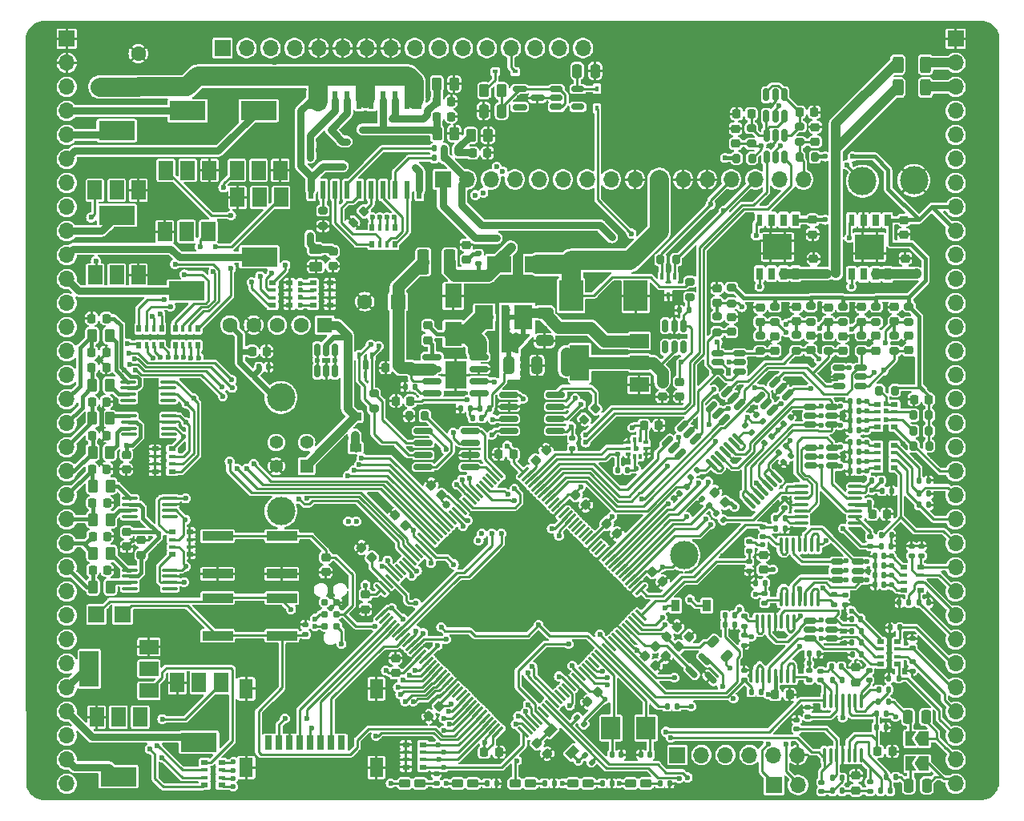
<source format=gbr>
%TF.GenerationSoftware,KiCad,Pcbnew,7.0.8*%
%TF.CreationDate,2024-11-01T20:43:23+00:00*%
%TF.ProjectId,polygonus-Shortage-Version,706f6c79-676f-46e7-9573-2d53686f7274,rev?*%
%TF.SameCoordinates,Original*%
%TF.FileFunction,Copper,L1,Top*%
%TF.FilePolarity,Positive*%
%FSLAX46Y46*%
G04 Gerber Fmt 4.6, Leading zero omitted, Abs format (unit mm)*
G04 Created by KiCad (PCBNEW 7.0.8) date 2024-11-01 20:43:23*
%MOMM*%
%LPD*%
G01*
G04 APERTURE LIST*
G04 Aperture macros list*
%AMRoundRect*
0 Rectangle with rounded corners*
0 $1 Rounding radius*
0 $2 $3 $4 $5 $6 $7 $8 $9 X,Y pos of 4 corners*
0 Add a 4 corners polygon primitive as box body*
4,1,4,$2,$3,$4,$5,$6,$7,$8,$9,$2,$3,0*
0 Add four circle primitives for the rounded corners*
1,1,$1+$1,$2,$3*
1,1,$1+$1,$4,$5*
1,1,$1+$1,$6,$7*
1,1,$1+$1,$8,$9*
0 Add four rect primitives between the rounded corners*
20,1,$1+$1,$2,$3,$4,$5,0*
20,1,$1+$1,$4,$5,$6,$7,0*
20,1,$1+$1,$6,$7,$8,$9,0*
20,1,$1+$1,$8,$9,$2,$3,0*%
%AMRotRect*
0 Rectangle, with rotation*
0 The origin of the aperture is its center*
0 $1 length*
0 $2 width*
0 $3 Rotation angle, in degrees counterclockwise*
0 Add horizontal line*
21,1,$1,$2,0,0,$3*%
%AMFreePoly0*
4,1,6,1.000000,0.000000,0.500000,-0.750000,-0.500000,-0.750000,-0.500000,0.750000,0.500000,0.750000,1.000000,0.000000,1.000000,0.000000,$1*%
%AMFreePoly1*
4,1,6,0.500000,-0.750000,-0.650000,-0.750000,-0.150000,0.000000,-0.650000,0.750000,0.500000,0.750000,0.500000,-0.750000,0.500000,-0.750000,$1*%
G04 Aperture macros list end*
%TA.AperFunction,SMDPad,CuDef*%
%ADD10RoundRect,0.225000X0.250000X-0.225000X0.250000X0.225000X-0.250000X0.225000X-0.250000X-0.225000X0*%
%TD*%
%TA.AperFunction,SMDPad,CuDef*%
%ADD11RoundRect,0.135000X-0.135000X-0.185000X0.135000X-0.185000X0.135000X0.185000X-0.135000X0.185000X0*%
%TD*%
%TA.AperFunction,SMDPad,CuDef*%
%ADD12RoundRect,0.135000X0.226274X0.035355X0.035355X0.226274X-0.226274X-0.035355X-0.035355X-0.226274X0*%
%TD*%
%TA.AperFunction,SMDPad,CuDef*%
%ADD13RoundRect,0.100000X0.100000X-0.637500X0.100000X0.637500X-0.100000X0.637500X-0.100000X-0.637500X0*%
%TD*%
%TA.AperFunction,SMDPad,CuDef*%
%ADD14RoundRect,0.100000X0.637500X0.100000X-0.637500X0.100000X-0.637500X-0.100000X0.637500X-0.100000X0*%
%TD*%
%TA.AperFunction,SMDPad,CuDef*%
%ADD15R,0.650000X1.310000*%
%TD*%
%TA.AperFunction,SMDPad,CuDef*%
%ADD16R,0.600000X1.310000*%
%TD*%
%TA.AperFunction,SMDPad,CuDef*%
%ADD17R,1.500000X1.325000*%
%TD*%
%TA.AperFunction,SMDPad,CuDef*%
%ADD18RoundRect,0.225000X-0.250000X0.225000X-0.250000X-0.225000X0.250000X-0.225000X0.250000X0.225000X0*%
%TD*%
%TA.AperFunction,SMDPad,CuDef*%
%ADD19RoundRect,0.135000X-0.226274X-0.035355X-0.035355X-0.226274X0.226274X0.035355X0.035355X0.226274X0*%
%TD*%
%TA.AperFunction,SMDPad,CuDef*%
%ADD20RoundRect,0.225000X-0.225000X-0.250000X0.225000X-0.250000X0.225000X0.250000X-0.225000X0.250000X0*%
%TD*%
%TA.AperFunction,SMDPad,CuDef*%
%ADD21RoundRect,0.225000X0.017678X-0.335876X0.335876X-0.017678X-0.017678X0.335876X-0.335876X0.017678X0*%
%TD*%
%TA.AperFunction,SMDPad,CuDef*%
%ADD22RoundRect,0.140000X-0.140000X-0.170000X0.140000X-0.170000X0.140000X0.170000X-0.140000X0.170000X0*%
%TD*%
%TA.AperFunction,SMDPad,CuDef*%
%ADD23RoundRect,0.225000X0.335876X0.017678X0.017678X0.335876X-0.335876X-0.017678X-0.017678X-0.335876X0*%
%TD*%
%TA.AperFunction,SMDPad,CuDef*%
%ADD24RoundRect,0.225000X-0.335876X-0.017678X-0.017678X-0.335876X0.335876X0.017678X0.017678X0.335876X0*%
%TD*%
%TA.AperFunction,SMDPad,CuDef*%
%ADD25RoundRect,0.218750X0.424264X0.114905X0.114905X0.424264X-0.424264X-0.114905X-0.114905X-0.424264X0*%
%TD*%
%TA.AperFunction,SMDPad,CuDef*%
%ADD26RoundRect,0.200000X0.200000X0.275000X-0.200000X0.275000X-0.200000X-0.275000X0.200000X-0.275000X0*%
%TD*%
%TA.AperFunction,SMDPad,CuDef*%
%ADD27R,0.800000X0.500000*%
%TD*%
%TA.AperFunction,SMDPad,CuDef*%
%ADD28R,0.800000X0.400000*%
%TD*%
%TA.AperFunction,SMDPad,CuDef*%
%ADD29RoundRect,0.100000X0.521491X-0.380070X-0.380070X0.521491X-0.521491X0.380070X0.380070X-0.521491X0*%
%TD*%
%TA.AperFunction,SMDPad,CuDef*%
%ADD30R,0.500000X0.800000*%
%TD*%
%TA.AperFunction,SMDPad,CuDef*%
%ADD31R,0.400000X0.800000*%
%TD*%
%TA.AperFunction,SMDPad,CuDef*%
%ADD32RoundRect,0.135000X0.135000X0.185000X-0.135000X0.185000X-0.135000X-0.185000X0.135000X-0.185000X0*%
%TD*%
%TA.AperFunction,SMDPad,CuDef*%
%ADD33RoundRect,0.225000X0.225000X0.250000X-0.225000X0.250000X-0.225000X-0.250000X0.225000X-0.250000X0*%
%TD*%
%TA.AperFunction,SMDPad,CuDef*%
%ADD34RoundRect,0.075000X0.521491X-0.415425X-0.415425X0.521491X-0.521491X0.415425X0.415425X-0.521491X0*%
%TD*%
%TA.AperFunction,SMDPad,CuDef*%
%ADD35RoundRect,0.075000X0.521491X0.415425X0.415425X0.521491X-0.521491X-0.415425X-0.415425X-0.521491X0*%
%TD*%
%TA.AperFunction,SMDPad,CuDef*%
%ADD36RoundRect,0.250000X-0.325000X-0.650000X0.325000X-0.650000X0.325000X0.650000X-0.325000X0.650000X0*%
%TD*%
%TA.AperFunction,SMDPad,CuDef*%
%ADD37RoundRect,0.200000X-0.200000X-0.275000X0.200000X-0.275000X0.200000X0.275000X-0.200000X0.275000X0*%
%TD*%
%TA.AperFunction,SMDPad,CuDef*%
%ADD38RoundRect,0.140000X0.140000X0.170000X-0.140000X0.170000X-0.140000X-0.170000X0.140000X-0.170000X0*%
%TD*%
%TA.AperFunction,ComponentPad*%
%ADD39R,1.600000X1.600000*%
%TD*%
%TA.AperFunction,ComponentPad*%
%ADD40C,1.600000*%
%TD*%
%TA.AperFunction,SMDPad,CuDef*%
%ADD41R,2.500000X1.800000*%
%TD*%
%TA.AperFunction,SMDPad,CuDef*%
%ADD42RoundRect,0.250000X-0.262500X-0.450000X0.262500X-0.450000X0.262500X0.450000X-0.262500X0.450000X0*%
%TD*%
%TA.AperFunction,SMDPad,CuDef*%
%ADD43RoundRect,0.100000X0.712500X0.100000X-0.712500X0.100000X-0.712500X-0.100000X0.712500X-0.100000X0*%
%TD*%
%TA.AperFunction,SMDPad,CuDef*%
%ADD44RoundRect,0.212500X0.400000X0.212500X-0.400000X0.212500X-0.400000X-0.212500X0.400000X-0.212500X0*%
%TD*%
%TA.AperFunction,SMDPad,CuDef*%
%ADD45RoundRect,0.135000X-0.185000X0.135000X-0.185000X-0.135000X0.185000X-0.135000X0.185000X0.135000X0*%
%TD*%
%TA.AperFunction,SMDPad,CuDef*%
%ADD46RoundRect,0.200000X-0.275000X0.200000X-0.275000X-0.200000X0.275000X-0.200000X0.275000X0.200000X0*%
%TD*%
%TA.AperFunction,SMDPad,CuDef*%
%ADD47RoundRect,0.200000X0.275000X-0.200000X0.275000X0.200000X-0.275000X0.200000X-0.275000X-0.200000X0*%
%TD*%
%TA.AperFunction,SMDPad,CuDef*%
%ADD48R,1.200000X0.900000*%
%TD*%
%TA.AperFunction,SMDPad,CuDef*%
%ADD49RoundRect,0.250000X0.312500X0.625000X-0.312500X0.625000X-0.312500X-0.625000X0.312500X-0.625000X0*%
%TD*%
%TA.AperFunction,SMDPad,CuDef*%
%ADD50RoundRect,0.250000X-0.312500X-0.625000X0.312500X-0.625000X0.312500X0.625000X-0.312500X0.625000X0*%
%TD*%
%TA.AperFunction,SMDPad,CuDef*%
%ADD51C,3.000000*%
%TD*%
%TA.AperFunction,SMDPad,CuDef*%
%ADD52RoundRect,0.150000X0.150000X-0.512500X0.150000X0.512500X-0.150000X0.512500X-0.150000X-0.512500X0*%
%TD*%
%TA.AperFunction,SMDPad,CuDef*%
%ADD53R,0.450000X0.700000*%
%TD*%
%TA.AperFunction,SMDPad,CuDef*%
%ADD54RoundRect,0.135000X0.185000X-0.135000X0.185000X0.135000X-0.185000X0.135000X-0.185000X-0.135000X0*%
%TD*%
%TA.AperFunction,SMDPad,CuDef*%
%ADD55R,2.500000X3.300000*%
%TD*%
%TA.AperFunction,SMDPad,CuDef*%
%ADD56RoundRect,0.135000X-0.035355X0.226274X-0.226274X0.035355X0.035355X-0.226274X0.226274X-0.035355X0*%
%TD*%
%TA.AperFunction,SMDPad,CuDef*%
%ADD57RoundRect,0.135000X0.035355X-0.226274X0.226274X-0.035355X-0.035355X0.226274X-0.226274X0.035355X0*%
%TD*%
%TA.AperFunction,SMDPad,CuDef*%
%ADD58RoundRect,0.150000X0.512500X0.150000X-0.512500X0.150000X-0.512500X-0.150000X0.512500X-0.150000X0*%
%TD*%
%TA.AperFunction,SMDPad,CuDef*%
%ADD59RoundRect,0.140000X-0.170000X0.140000X-0.170000X-0.140000X0.170000X-0.140000X0.170000X0.140000X0*%
%TD*%
%TA.AperFunction,SMDPad,CuDef*%
%ADD60RoundRect,0.140000X0.170000X-0.140000X0.170000X0.140000X-0.170000X0.140000X-0.170000X-0.140000X0*%
%TD*%
%TA.AperFunction,SMDPad,CuDef*%
%ADD61RoundRect,0.100000X-0.100000X0.637500X-0.100000X-0.637500X0.100000X-0.637500X0.100000X0.637500X0*%
%TD*%
%TA.AperFunction,SMDPad,CuDef*%
%ADD62R,2.000000X1.500000*%
%TD*%
%TA.AperFunction,SMDPad,CuDef*%
%ADD63R,2.000000X3.800000*%
%TD*%
%TA.AperFunction,SMDPad,CuDef*%
%ADD64R,2.000000X2.400000*%
%TD*%
%TA.AperFunction,SMDPad,CuDef*%
%ADD65RoundRect,0.150000X-0.825000X-0.150000X0.825000X-0.150000X0.825000X0.150000X-0.825000X0.150000X0*%
%TD*%
%TA.AperFunction,SMDPad,CuDef*%
%ADD66R,2.290000X3.000000*%
%TD*%
%TA.AperFunction,SMDPad,CuDef*%
%ADD67R,1.800000X2.500000*%
%TD*%
%TA.AperFunction,SMDPad,CuDef*%
%ADD68RoundRect,0.150000X-0.150000X0.512500X-0.150000X-0.512500X0.150000X-0.512500X0.150000X0.512500X0*%
%TD*%
%TA.AperFunction,SMDPad,CuDef*%
%ADD69RoundRect,0.250000X0.375000X1.075000X-0.375000X1.075000X-0.375000X-1.075000X0.375000X-1.075000X0*%
%TD*%
%TA.AperFunction,SMDPad,CuDef*%
%ADD70RoundRect,0.200000X-0.053033X0.335876X-0.335876X0.053033X0.053033X-0.335876X0.335876X-0.053033X0*%
%TD*%
%TA.AperFunction,SMDPad,CuDef*%
%ADD71R,1.900000X2.500000*%
%TD*%
%TA.AperFunction,SMDPad,CuDef*%
%ADD72RoundRect,0.250000X-0.650000X0.325000X-0.650000X-0.325000X0.650000X-0.325000X0.650000X0.325000X0*%
%TD*%
%TA.AperFunction,SMDPad,CuDef*%
%ADD73RoundRect,0.250000X-0.250000X-0.475000X0.250000X-0.475000X0.250000X0.475000X-0.250000X0.475000X0*%
%TD*%
%TA.AperFunction,ComponentPad*%
%ADD74R,1.700000X1.700000*%
%TD*%
%TA.AperFunction,ComponentPad*%
%ADD75O,1.700000X1.700000*%
%TD*%
%TA.AperFunction,SMDPad,CuDef*%
%ADD76FreePoly0,180.000000*%
%TD*%
%TA.AperFunction,SMDPad,CuDef*%
%ADD77FreePoly1,180.000000*%
%TD*%
%TA.AperFunction,SMDPad,CuDef*%
%ADD78R,0.800000X1.500000*%
%TD*%
%TA.AperFunction,SMDPad,CuDef*%
%ADD79R,1.450000X2.000000*%
%TD*%
%TA.AperFunction,ComponentPad*%
%ADD80R,1.400000X1.400000*%
%TD*%
%TA.AperFunction,ComponentPad*%
%ADD81C,1.400000*%
%TD*%
%TA.AperFunction,ComponentPad*%
%ADD82C,3.000000*%
%TD*%
%TA.AperFunction,SMDPad,CuDef*%
%ADD83RoundRect,0.250000X-0.450000X0.262500X-0.450000X-0.262500X0.450000X-0.262500X0.450000X0.262500X0*%
%TD*%
%TA.AperFunction,SMDPad,CuDef*%
%ADD84RoundRect,0.150000X-0.521491X0.309359X0.309359X-0.521491X0.521491X-0.309359X-0.309359X0.521491X0*%
%TD*%
%TA.AperFunction,SMDPad,CuDef*%
%ADD85RoundRect,0.100000X-0.100000X0.175000X-0.100000X-0.175000X0.100000X-0.175000X0.100000X0.175000X0*%
%TD*%
%TA.AperFunction,SMDPad,CuDef*%
%ADD86RoundRect,0.100000X-0.175000X0.100000X-0.175000X-0.100000X0.175000X-0.100000X0.175000X0.100000X0*%
%TD*%
%TA.AperFunction,SMDPad,CuDef*%
%ADD87R,3.200000X1.000000*%
%TD*%
%TA.AperFunction,ConnectorPad*%
%ADD88C,0.787400*%
%TD*%
%TA.AperFunction,SMDPad,CuDef*%
%ADD89R,0.900000X1.200000*%
%TD*%
%TA.AperFunction,SMDPad,CuDef*%
%ADD90RotRect,0.900000X1.200000X315.000000*%
%TD*%
%TA.AperFunction,SMDPad,CuDef*%
%ADD91R,0.450000X0.600000*%
%TD*%
%TA.AperFunction,SMDPad,CuDef*%
%ADD92RoundRect,0.150000X-0.512500X-0.150000X0.512500X-0.150000X0.512500X0.150000X-0.512500X0.150000X0*%
%TD*%
%TA.AperFunction,SMDPad,CuDef*%
%ADD93R,1.500000X2.000000*%
%TD*%
%TA.AperFunction,SMDPad,CuDef*%
%ADD94R,3.800000X2.000000*%
%TD*%
%TA.AperFunction,SMDPad,CuDef*%
%ADD95RoundRect,0.150000X0.256326X0.468458X-0.468458X-0.256326X-0.256326X-0.468458X0.468458X0.256326X0*%
%TD*%
%TA.AperFunction,SMDPad,CuDef*%
%ADD96R,0.550000X1.950000*%
%TD*%
%TA.AperFunction,SMDPad,CuDef*%
%ADD97RoundRect,0.200000X0.053033X-0.335876X0.335876X-0.053033X-0.053033X0.335876X-0.335876X0.053033X0*%
%TD*%
%TA.AperFunction,SMDPad,CuDef*%
%ADD98RoundRect,0.250000X0.250000X0.475000X-0.250000X0.475000X-0.250000X-0.475000X0.250000X-0.475000X0*%
%TD*%
%TA.AperFunction,SMDPad,CuDef*%
%ADD99RoundRect,0.150000X-0.587500X-0.150000X0.587500X-0.150000X0.587500X0.150000X-0.587500X0.150000X0*%
%TD*%
%TA.AperFunction,SMDPad,CuDef*%
%ADD100R,0.600000X0.450000*%
%TD*%
%TA.AperFunction,SMDPad,CuDef*%
%ADD101RoundRect,0.150000X0.825000X0.150000X-0.825000X0.150000X-0.825000X-0.150000X0.825000X-0.150000X0*%
%TD*%
%TA.AperFunction,ViaPad*%
%ADD102C,0.599440*%
%TD*%
%TA.AperFunction,ViaPad*%
%ADD103C,0.800000*%
%TD*%
%TA.AperFunction,ViaPad*%
%ADD104C,0.600000*%
%TD*%
%TA.AperFunction,ViaPad*%
%ADD105C,2.000000*%
%TD*%
%TA.AperFunction,Conductor*%
%ADD106C,0.254000*%
%TD*%
%TA.AperFunction,Conductor*%
%ADD107C,0.404600*%
%TD*%
%TA.AperFunction,Conductor*%
%ADD108C,0.914400*%
%TD*%
%TA.AperFunction,Conductor*%
%ADD109C,0.406400*%
%TD*%
%TA.AperFunction,Conductor*%
%ADD110C,0.762000*%
%TD*%
%TA.AperFunction,Conductor*%
%ADD111C,1.016000*%
%TD*%
%TA.AperFunction,Conductor*%
%ADD112C,1.270000*%
%TD*%
%TA.AperFunction,Conductor*%
%ADD113C,0.304800*%
%TD*%
%TA.AperFunction,Conductor*%
%ADD114C,2.032000*%
%TD*%
%TA.AperFunction,Conductor*%
%ADD115C,0.765000*%
%TD*%
%TA.AperFunction,Conductor*%
%ADD116C,0.609600*%
%TD*%
G04 APERTURE END LIST*
D10*
%TO.P,C2,1*%
%TO.N,/12V_PROT*%
X140279326Y-82139052D03*
%TO.P,C2,2*%
%TO.N,GND*%
X140279326Y-80589052D03*
%TD*%
D11*
%TO.P,R76,1*%
%TO.N,/AV10*%
X151406975Y-106610683D03*
%TO.P,R76,2*%
%TO.N,GND*%
X152426975Y-106610683D03*
%TD*%
%TO.P,R77,1*%
%TO.N,/AV11*%
X151418194Y-105421414D03*
%TO.P,R77,2*%
%TO.N,GND*%
X152438194Y-105421414D03*
%TD*%
%TO.P,R78,1*%
%TO.N,/quad_analog3/IN4*%
X151395755Y-104030194D03*
%TO.P,R78,2*%
%TO.N,GND*%
X152415755Y-104030194D03*
%TD*%
D12*
%TO.P,R4,1*%
%TO.N,/mcu/5V_SENSOR_2_PG*%
X116838124Y-133803124D03*
%TO.P,R4,2*%
%TO.N,+3V3*%
X116116876Y-133081876D03*
%TD*%
D13*
%TO.P,U19,1*%
%TO.N,Net-(R67-Pad2)*%
X136816000Y-116556500D03*
%TO.P,U19,2,-*%
X137466000Y-116556500D03*
%TO.P,U19,3,+*%
%TO.N,Net-(C52-Pad1)*%
X138116000Y-116556500D03*
%TO.P,U19,4,V+*%
%TO.N,+5V*%
X138766000Y-116556500D03*
%TO.P,U19,5,+*%
%TO.N,Net-(C53-Pad1)*%
X139416000Y-116556500D03*
%TO.P,U19,6,-*%
%TO.N,Net-(R68-Pad2)*%
X140066000Y-116556500D03*
%TO.P,U19,7*%
X140716000Y-116556500D03*
%TO.P,U19,8*%
%TO.N,Net-(R69-Pad2)*%
X140716000Y-110831500D03*
%TO.P,U19,9,-*%
X140066000Y-110831500D03*
%TO.P,U19,10,+*%
%TO.N,Net-(C54-Pad1)*%
X139416000Y-110831500D03*
%TO.P,U19,11,V-*%
%TO.N,GND*%
X138766000Y-110831500D03*
%TO.P,U19,12,+*%
%TO.N,Net-(C55-Pad1)*%
X138116000Y-110831500D03*
%TO.P,U19,13,-*%
%TO.N,Net-(R70-Pad2)*%
X137466000Y-110831500D03*
%TO.P,U19,14*%
X136816000Y-110831500D03*
%TD*%
D14*
%TO.P,U21,1*%
%TO.N,Net-(R79-Pad2)*%
X144676500Y-108532000D03*
%TO.P,U21,2,-*%
X144676500Y-107882000D03*
%TO.P,U21,3,+*%
%TO.N,Net-(C57-Pad1)*%
X144676500Y-107232000D03*
%TO.P,U21,4,V+*%
%TO.N,+5V*%
X144676500Y-106582000D03*
%TO.P,U21,5,+*%
%TO.N,Net-(C58-Pad1)*%
X144676500Y-105932000D03*
%TO.P,U21,6,-*%
%TO.N,Net-(R80-Pad2)*%
X144676500Y-105282000D03*
%TO.P,U21,7*%
X144676500Y-104632000D03*
%TO.P,U21,8*%
%TO.N,Net-(R81-Pad2)*%
X138951500Y-104632000D03*
%TO.P,U21,9,-*%
X138951500Y-105282000D03*
%TO.P,U21,10,+*%
%TO.N,Net-(C59-Pad1)*%
X138951500Y-105932000D03*
%TO.P,U21,11,V-*%
%TO.N,GND*%
X138951500Y-106582000D03*
%TO.P,U21,12,+*%
%TO.N,Net-(C60-Pad1)*%
X138951500Y-107232000D03*
%TO.P,U21,13,-*%
%TO.N,Net-(R82-Pad2)*%
X138951500Y-107882000D03*
%TO.P,U21,14*%
X138951500Y-108532000D03*
%TD*%
D15*
%TO.P,U1,1,OUT*%
%TO.N,/5V_SENSOR_1*%
X148090671Y-76525877D03*
%TO.P,U1,2*%
%TO.N,unconnected-(U1-Pad2)*%
X146820671Y-76525877D03*
%TO.P,U1,3,GND*%
%TO.N,GND*%
X145550671Y-76525877D03*
D16*
%TO.P,U1,4,PG*%
%TO.N,/mcu/5V_SENSOR_1_PG*%
X144280671Y-76525877D03*
D15*
%TO.P,U1,5,ADJ*%
%TO.N,+5V*%
X144280671Y-82215877D03*
%TO.P,U1,6*%
%TO.N,unconnected-(U1-Pad6)*%
X145550671Y-82215877D03*
%TO.P,U1,7,EN*%
%TO.N,/12V_PROT*%
X146820671Y-82215877D03*
%TO.P,U1,8,IN*%
X148090671Y-82215877D03*
D17*
%TO.P,U1,9,GND*%
%TO.N,GND*%
X146935671Y-78708377D03*
X145435671Y-78708377D03*
X146935671Y-80033377D03*
X145435671Y-80033377D03*
%TD*%
D15*
%TO.P,U2,1,OUT*%
%TO.N,/5V_SENSOR_2*%
X138359142Y-76488011D03*
%TO.P,U2,2*%
%TO.N,unconnected-(U2-Pad2)*%
X137089142Y-76488011D03*
%TO.P,U2,3,GND*%
%TO.N,GND*%
X135819142Y-76488011D03*
D16*
%TO.P,U2,4,PG*%
%TO.N,/mcu/5V_SENSOR_2_PG*%
X134549142Y-76488011D03*
D15*
%TO.P,U2,5,ADJ*%
%TO.N,+5V*%
X134549142Y-82178011D03*
%TO.P,U2,6*%
%TO.N,unconnected-(U2-Pad6)*%
X135819142Y-82178011D03*
%TO.P,U2,7,EN*%
%TO.N,/12V_PROT*%
X137089142Y-82178011D03*
%TO.P,U2,8,IN*%
X138359142Y-82178011D03*
D17*
%TO.P,U2,9,GND*%
%TO.N,GND*%
X137204142Y-78670511D03*
X135704142Y-78670511D03*
X137204142Y-79995511D03*
X135704142Y-79995511D03*
%TD*%
D18*
%TO.P,C3,1*%
%TO.N,/5V_SENSOR_1*%
X149815912Y-76489231D03*
%TO.P,C3,2*%
%TO.N,GND*%
X149815912Y-78039231D03*
%TD*%
D10*
%TO.P,C5,1*%
%TO.N,/12V_PROT*%
X149970368Y-82112502D03*
%TO.P,C5,2*%
%TO.N,GND*%
X149970368Y-80562502D03*
%TD*%
D18*
%TO.P,C9,1*%
%TO.N,/5V_SENSOR_2*%
X140172736Y-76472402D03*
%TO.P,C9,2*%
%TO.N,GND*%
X140172736Y-78022402D03*
%TD*%
D19*
%TO.P,R1,1*%
%TO.N,/mcu/5V_SENSOR_1_PG*%
X115291376Y-129081376D03*
%TO.P,R1,2*%
%TO.N,+3V3*%
X116012624Y-129802624D03*
%TD*%
D20*
%TO.P,C46,1*%
%TO.N,+5V*%
X136213000Y-126648000D03*
%TO.P,C46,2*%
%TO.N,GND*%
X137763000Y-126648000D03*
%TD*%
D10*
%TO.P,C51,1*%
%TO.N,+5V*%
X134956000Y-113453000D03*
%TO.P,C51,2*%
%TO.N,GND*%
X134956000Y-111903000D03*
%TD*%
D20*
%TO.P,C56,1*%
%TO.N,+5V*%
X146470266Y-107582392D03*
%TO.P,C56,2*%
%TO.N,GND*%
X148020266Y-107582392D03*
%TD*%
D21*
%TO.P,C77,1*%
%TO.N,Net-(C77-Pad1)*%
X110912992Y-101923008D03*
%TO.P,C77,2*%
%TO.N,GND*%
X112009008Y-100826992D03*
%TD*%
D22*
%TO.P,C74,1*%
%TO.N,Net-(C74-Pad1)*%
X118982000Y-132998000D03*
%TO.P,C74,2*%
%TO.N,GND*%
X119942000Y-132998000D03*
%TD*%
D20*
%TO.P,C61,1*%
%TO.N,GND*%
X107003000Y-101248000D03*
%TO.P,C61,2*%
%TO.N,+3V3*%
X108553000Y-101248000D03*
%TD*%
D23*
%TO.P,C64,1*%
%TO.N,GND*%
X123566008Y-123640008D03*
%TO.P,C64,2*%
%TO.N,+3V3*%
X122469992Y-122543992D03*
%TD*%
%TO.P,C65,1*%
%TO.N,GND*%
X124328008Y-114750008D03*
%TO.P,C65,2*%
%TO.N,+3V3*%
X123231992Y-113653992D03*
%TD*%
D24*
%TO.P,C66,1*%
%TO.N,GND*%
X99863992Y-104509992D03*
%TO.P,C66,2*%
%TO.N,+3V3*%
X100960008Y-105606008D03*
%TD*%
D21*
%TO.P,C81,1*%
%TO.N,/mcu/VDDA*%
X124755992Y-120592008D03*
%TO.P,C81,2*%
%TO.N,GND*%
X125852008Y-119495992D03*
%TD*%
%TO.P,C82,1*%
%TO.N,/mcu/VDDA*%
X126025992Y-121608008D03*
%TO.P,C82,2*%
%TO.N,GND*%
X127122008Y-120511992D03*
%TD*%
D23*
%TO.P,C40,1*%
%TO.N,+5V*%
X130932008Y-106368008D03*
%TO.P,C40,2*%
%TO.N,GND*%
X129835992Y-105271992D03*
%TD*%
D25*
%TO.P,FB1,1*%
%TO.N,+3V3*%
X131135301Y-122573301D03*
%TO.P,FB1,2*%
%TO.N,/mcu/VDDA*%
X129632699Y-121070699D03*
%TD*%
D11*
%TO.P,R75,1*%
%TO.N,/AV9*%
X147478315Y-109819465D03*
%TO.P,R75,2*%
%TO.N,GND*%
X148498315Y-109819465D03*
%TD*%
%TO.P,R89,1*%
%TO.N,/mcu/nRESET*%
X124794000Y-127918000D03*
%TO.P,R89,2*%
%TO.N,+3V3*%
X125814000Y-127918000D03*
%TD*%
D26*
%TO.P,R39,1*%
%TO.N,/5V_SENSOR_1*%
X152479537Y-100370684D03*
%TO.P,R39,2*%
%TO.N,/AT1*%
X150829537Y-100370684D03*
%TD*%
%TO.P,R40,1*%
%TO.N,/5V_SENSOR_1*%
X152445878Y-98788732D03*
%TO.P,R40,2*%
%TO.N,/AT2*%
X150795878Y-98788732D03*
%TD*%
%TO.P,R41,1*%
%TO.N,/5V_SENSOR_1*%
X152457098Y-97128243D03*
%TO.P,R41,2*%
%TO.N,/AT3*%
X150807098Y-97128243D03*
%TD*%
%TO.P,R42,1*%
%TO.N,/5V_SENSOR_1*%
X148862000Y-94517000D03*
%TO.P,R42,2*%
%TO.N,/AT4*%
X147212000Y-94517000D03*
%TD*%
D27*
%TO.P,RN2,1,R1.1*%
%TO.N,/AV1*%
X149163074Y-123430926D03*
D28*
%TO.P,RN2,2,R2.1*%
%TO.N,/AV2*%
X149163074Y-122630926D03*
%TO.P,RN2,3,R3.1*%
%TO.N,/AV3*%
X149163074Y-121830926D03*
D27*
%TO.P,RN2,4,R4.1*%
%TO.N,/AV4*%
X149163074Y-121030926D03*
%TO.P,RN2,5,R4.2*%
%TO.N,Net-(C50-Pad1)*%
X147363074Y-121030926D03*
D28*
%TO.P,RN2,6,R3.2*%
%TO.N,Net-(C49-Pad1)*%
X147363074Y-121830926D03*
%TO.P,RN2,7,R2.2*%
%TO.N,Net-(C48-Pad1)*%
X147363074Y-122630926D03*
D27*
%TO.P,RN2,8,R1.2*%
%TO.N,Net-(C47-Pad1)*%
X147363074Y-123430926D03*
%TD*%
%TO.P,RN3,1,R1.1*%
%TO.N,/AV5*%
X151577709Y-115605074D03*
D28*
%TO.P,RN3,2,R2.1*%
%TO.N,/AV6*%
X151577709Y-114805074D03*
%TO.P,RN3,3,R3.1*%
%TO.N,/AV7*%
X151577709Y-114005074D03*
D27*
%TO.P,RN3,4,R4.1*%
%TO.N,/AV8*%
X151577709Y-113205074D03*
%TO.P,RN3,5,R4.2*%
%TO.N,Net-(C55-Pad1)*%
X149777709Y-113205074D03*
D28*
%TO.P,RN3,6,R3.2*%
%TO.N,Net-(C54-Pad1)*%
X149777709Y-114005074D03*
%TO.P,RN3,7,R2.2*%
%TO.N,Net-(C53-Pad1)*%
X149777709Y-114805074D03*
D27*
%TO.P,RN3,8,R1.2*%
%TO.N,Net-(C52-Pad1)*%
X149777709Y-115605074D03*
%TD*%
%TO.P,RN4,1,R1.1*%
%TO.N,/AV9*%
X148810000Y-102702000D03*
D28*
%TO.P,RN4,2,R2.1*%
%TO.N,/AV10*%
X148810000Y-101902000D03*
%TO.P,RN4,3,R3.1*%
%TO.N,/AV11*%
X148810000Y-101102000D03*
D27*
%TO.P,RN4,4,R4.1*%
%TO.N,/quad_analog3/IN4*%
X148810000Y-100302000D03*
%TO.P,RN4,5,R4.2*%
%TO.N,Net-(C60-Pad1)*%
X147010000Y-100302000D03*
D28*
%TO.P,RN4,6,R3.2*%
%TO.N,Net-(C59-Pad1)*%
X147010000Y-101102000D03*
%TO.P,RN4,7,R2.2*%
%TO.N,Net-(C58-Pad1)*%
X147010000Y-101902000D03*
D27*
%TO.P,RN4,8,R1.2*%
%TO.N,Net-(C57-Pad1)*%
X147010000Y-102702000D03*
%TD*%
%TO.P,RN1,1,R1.1*%
%TO.N,/AT1*%
X148810000Y-98384000D03*
D28*
%TO.P,RN1,2,R2.1*%
%TO.N,/AT2*%
X148810000Y-97584000D03*
%TO.P,RN1,3,R3.1*%
%TO.N,/AT3*%
X148810000Y-96784000D03*
D27*
%TO.P,RN1,4,R4.1*%
%TO.N,/AT4*%
X148810000Y-95984000D03*
%TO.P,RN1,5,R4.2*%
%TO.N,Net-(C45-Pad1)*%
X147010000Y-95984000D03*
D28*
%TO.P,RN1,6,R3.2*%
%TO.N,Net-(C44-Pad1)*%
X147010000Y-96784000D03*
%TO.P,RN1,7,R2.2*%
%TO.N,Net-(C43-Pad1)*%
X147010000Y-97584000D03*
D27*
%TO.P,RN1,8,R1.2*%
%TO.N,Net-(C42-Pad1)*%
X147010000Y-98384000D03*
%TD*%
D29*
%TO.P,U15,1*%
%TO.N,Net-(R43-Pad2)*%
X133569235Y-106428951D03*
%TO.P,U15,2,-*%
X134028854Y-105969332D03*
%TO.P,U15,3,+*%
%TO.N,Net-(C42-Pad1)*%
X134488474Y-105509713D03*
%TO.P,U15,4,V+*%
%TO.N,+5V*%
X134948093Y-105050093D03*
%TO.P,U15,5,+*%
%TO.N,Net-(C43-Pad1)*%
X135407713Y-104590474D03*
%TO.P,U15,6,-*%
%TO.N,Net-(R44-Pad2)*%
X135867332Y-104130854D03*
%TO.P,U15,7*%
X136326951Y-103671235D03*
%TO.P,U15,8*%
%TO.N,Net-(R45-Pad2)*%
X132278765Y-99623049D03*
%TO.P,U15,9,-*%
X131819146Y-100082668D03*
%TO.P,U15,10,+*%
%TO.N,Net-(C44-Pad1)*%
X131359526Y-100542287D03*
%TO.P,U15,11,V-*%
%TO.N,GND*%
X130899907Y-101001907D03*
%TO.P,U15,12,+*%
%TO.N,Net-(C45-Pad1)*%
X130440287Y-101461526D03*
%TO.P,U15,13,-*%
%TO.N,Net-(R46-Pad2)*%
X129980668Y-101921146D03*
%TO.P,U15,14*%
X129521049Y-102380765D03*
%TD*%
D20*
%TO.P,C83,1*%
%TO.N,/USB_SHIELD*%
X80938462Y-90384858D03*
%TO.P,C83,2*%
%TO.N,GND*%
X82488462Y-90384858D03*
%TD*%
D11*
%TO.P,R98,1*%
%TO.N,/USB_SHIELD*%
X81676730Y-92033125D03*
%TO.P,R98,2*%
%TO.N,GND*%
X82696730Y-92033125D03*
%TD*%
D18*
%TO.P,C85,1*%
%TO.N,/HS1*%
X89494413Y-79815297D03*
%TO.P,C85,2*%
%TO.N,GND*%
X89494413Y-81365297D03*
%TD*%
D20*
%TO.P,C86,1*%
%TO.N,/HS2*%
X104247164Y-69398713D03*
%TO.P,C86,2*%
%TO.N,GND*%
X105797164Y-69398713D03*
%TD*%
D30*
%TO.P,RN11,1,R1.1*%
%TO.N,/highside_quad/IN4*%
X96026175Y-77253732D03*
D31*
%TO.P,RN11,2,R2.1*%
%TO.N,/highside_quad/IN3*%
X95226175Y-77253732D03*
%TO.P,RN11,3,R3.1*%
%TO.N,/highside_quad/IN2*%
X94426175Y-77253732D03*
D30*
%TO.P,RN11,4,R4.1*%
%TO.N,/highside_quad/IN1*%
X93626175Y-77253732D03*
%TO.P,RN11,5,R4.2*%
%TO.N,Net-(RN11-Pad5)*%
X93626175Y-79053732D03*
D31*
%TO.P,RN11,6,R3.2*%
%TO.N,Net-(RN11-Pad6)*%
X94426175Y-79053732D03*
%TO.P,RN11,7,R2.2*%
%TO.N,Net-(RN11-Pad7)*%
X95226175Y-79053732D03*
D30*
%TO.P,RN11,8,R1.2*%
%TO.N,Net-(RN11-Pad8)*%
X96026175Y-79053732D03*
%TD*%
D18*
%TO.P,C84,1*%
%TO.N,/mcu/12V_DIVIDED*%
X126130133Y-93586905D03*
%TO.P,C84,2*%
%TO.N,GND*%
X126130133Y-95136905D03*
%TD*%
D32*
%TO.P,R97,1*%
%TO.N,/mcu/12V_DIVIDED*%
X127084000Y-86008000D03*
%TO.P,R97,2*%
%TO.N,GND*%
X126064000Y-86008000D03*
%TD*%
D13*
%TO.P,U17,1*%
%TO.N,Net-(R55-Pad2)*%
X134276000Y-124684500D03*
%TO.P,U17,2,-*%
X134926000Y-124684500D03*
%TO.P,U17,3,+*%
%TO.N,Net-(C47-Pad1)*%
X135576000Y-124684500D03*
%TO.P,U17,4,V+*%
%TO.N,+5V*%
X136226000Y-124684500D03*
%TO.P,U17,5,+*%
%TO.N,Net-(C48-Pad1)*%
X136876000Y-124684500D03*
%TO.P,U17,6,-*%
%TO.N,Net-(R56-Pad2)*%
X137526000Y-124684500D03*
%TO.P,U17,7*%
X138176000Y-124684500D03*
%TO.P,U17,8*%
%TO.N,Net-(R57-Pad2)*%
X138176000Y-118959500D03*
%TO.P,U17,9,-*%
X137526000Y-118959500D03*
%TO.P,U17,10,+*%
%TO.N,Net-(C49-Pad1)*%
X136876000Y-118959500D03*
%TO.P,U17,11,V-*%
%TO.N,GND*%
X136226000Y-118959500D03*
%TO.P,U17,12,+*%
%TO.N,Net-(C50-Pad1)*%
X135576000Y-118959500D03*
%TO.P,U17,13,-*%
%TO.N,Net-(R58-Pad2)*%
X134926000Y-118959500D03*
%TO.P,U17,14*%
X134276000Y-118959500D03*
%TD*%
D24*
%TO.P,C67,1*%
%TO.N,GND*%
X96053992Y-107710392D03*
%TO.P,C67,2*%
%TO.N,+3V3*%
X97150008Y-108806408D03*
%TD*%
D23*
%TO.P,C68,1*%
%TO.N,GND*%
X119502008Y-109670008D03*
%TO.P,C68,2*%
%TO.N,+3V3*%
X118405992Y-108573992D03*
%TD*%
D18*
%TO.P,C69,1*%
%TO.N,GND*%
X96094000Y-122825000D03*
%TO.P,C69,2*%
%TO.N,+3V3*%
X96094000Y-124375000D03*
%TD*%
D33*
%TO.P,C71,1*%
%TO.N,GND*%
X107029000Y-132744000D03*
%TO.P,C71,2*%
%TO.N,+3V3*%
X105479000Y-132744000D03*
%TD*%
D10*
%TO.P,C73,1*%
%TO.N,GND*%
X92919000Y-117644000D03*
%TO.P,C73,2*%
%TO.N,+3V3*%
X92919000Y-116094000D03*
%TD*%
D21*
%TO.P,C76,1*%
%TO.N,GND*%
X116373992Y-127450008D03*
%TO.P,C76,2*%
%TO.N,+3V3*%
X117470008Y-126353992D03*
%TD*%
D34*
%TO.P,U26,1,PE2*%
%TO.N,/lowside_quad4/IN4*%
X109628342Y-130644710D03*
%TO.P,U26,2,PE3*%
%TO.N,/mcu/LED1*%
X109981895Y-130291157D03*
%TO.P,U26,3,PE4*%
%TO.N,/mcu/LED2*%
X110335449Y-129937604D03*
%TO.P,U26,4,PE5*%
%TO.N,/mcu/LED3*%
X110689002Y-129584050D03*
%TO.P,U26,5,PE6*%
%TO.N,/mcu/LED4*%
X111042555Y-129230497D03*
%TO.P,U26,6,VBAT*%
%TO.N,Net-(C80-Pad1)*%
X111396109Y-128876943D03*
%TO.P,U26,7,PC13*%
%TO.N,unconnected-(U26-Pad7)*%
X111749662Y-128523390D03*
%TO.P,U26,8,PC14*%
%TO.N,/mcu/5V_SENSOR_2_PG*%
X112103215Y-128169837D03*
%TO.P,U26,9,PC15*%
%TO.N,/mcu/5V_SENSOR_1_PG*%
X112456769Y-127816283D03*
%TO.P,U26,10,PF0*%
%TO.N,/RC1*%
X112810322Y-127462730D03*
%TO.P,U26,11,PF1*%
%TO.N,/RC2*%
X113163876Y-127109176D03*
%TO.P,U26,12,PF2*%
%TO.N,unconnected-(U26-Pad12)*%
X113517429Y-126755623D03*
%TO.P,U26,13,PF3*%
%TO.N,unconnected-(U26-Pad13)*%
X113870982Y-126402070D03*
%TO.P,U26,14,PF4*%
%TO.N,/knock/FILTERED_1*%
X114224536Y-126048516D03*
%TO.P,U26,15,PF5*%
%TO.N,/knock/FILTERED_2*%
X114578089Y-125694963D03*
%TO.P,U26,16,VSS*%
%TO.N,GND*%
X114931643Y-125341410D03*
%TO.P,U26,17,VDD*%
%TO.N,+3V3*%
X115285196Y-124987856D03*
%TO.P,U26,18,PF6*%
%TO.N,/mcu/AUX_SPI_CS*%
X115638749Y-124634303D03*
%TO.P,U26,19,PF7*%
%TO.N,/mcu/AUX_SPI_SCK*%
X115992303Y-124280749D03*
%TO.P,U26,20,PF8*%
%TO.N,/mcu/AUX_SPI_MISO*%
X116345856Y-123927196D03*
%TO.P,U26,21,PF9*%
%TO.N,/mcu/AUX_SPI_MOSI*%
X116699410Y-123573643D03*
%TO.P,U26,22,PF10*%
%TO.N,unconnected-(U26-Pad22)*%
X117052963Y-123220089D03*
%TO.P,U26,23,PH0*%
%TO.N,Net-(C74-Pad1)*%
X117406516Y-122866536D03*
%TO.P,U26,24,PH1*%
%TO.N,Net-(C75-Pad1)*%
X117760070Y-122512982D03*
%TO.P,U26,25,NRST*%
%TO.N,/mcu/nRESET*%
X118113623Y-122159429D03*
%TO.P,U26,26,PC0*%
%TO.N,/mcu/AV1*%
X118467176Y-121805876D03*
%TO.P,U26,27,PC1*%
%TO.N,/mcu/AV2*%
X118820730Y-121452322D03*
%TO.P,U26,28,PC2*%
%TO.N,/mcu/AV3*%
X119174283Y-121098769D03*
%TO.P,U26,29,PC3*%
%TO.N,/mcu/AV4*%
X119527837Y-120745215D03*
%TO.P,U26,30,VDD*%
%TO.N,+3V3*%
X119881390Y-120391662D03*
%TO.P,U26,31,VSSA*%
%TO.N,GND*%
X120234943Y-120038109D03*
%TO.P,U26,32,VREF+*%
%TO.N,Net-(C70-Pad1)*%
X120588497Y-119684555D03*
%TO.P,U26,33,VDDA*%
%TO.N,/mcu/VDDA*%
X120942050Y-119331002D03*
%TO.P,U26,34,PA0*%
%TO.N,/mcu/AV5*%
X121295604Y-118977449D03*
%TO.P,U26,35,PA1*%
%TO.N,/mcu/AV6*%
X121649157Y-118623895D03*
%TO.P,U26,36,PA2*%
%TO.N,/mcu/AV7*%
X122002710Y-118270342D03*
D35*
%TO.P,U26,37,PA3*%
%TO.N,/mcu/AV8*%
X122002710Y-115565658D03*
%TO.P,U26,38,VSS*%
%TO.N,GND*%
X121649157Y-115212105D03*
%TO.P,U26,39,VDD*%
%TO.N,+3V3*%
X121295604Y-114858551D03*
%TO.P,U26,40,PA4*%
%TO.N,/mcu/AV9*%
X120942050Y-114504998D03*
%TO.P,U26,41,PA5*%
%TO.N,/mcu/AV10*%
X120588497Y-114151445D03*
%TO.P,U26,42,PA6*%
%TO.N,/mcu/AV11*%
X120234943Y-113797891D03*
%TO.P,U26,43,PA7*%
%TO.N,/mcu/12V_DIVIDED*%
X119881390Y-113444338D03*
%TO.P,U26,44,PC4*%
%TO.N,/mcu/AT1*%
X119527837Y-113090785D03*
%TO.P,U26,45,PC5*%
%TO.N,/mcu/AT2*%
X119174283Y-112737231D03*
%TO.P,U26,46,PB0*%
%TO.N,/mcu/AT3*%
X118820730Y-112383678D03*
%TO.P,U26,47,PB1*%
%TO.N,/mcu/AT4*%
X118467176Y-112030124D03*
%TO.P,U26,48,PB2*%
%TO.N,GND*%
X118113623Y-111676571D03*
%TO.P,U26,49,PF11*%
%TO.N,unconnected-(U26-Pad49)*%
X117760070Y-111323018D03*
%TO.P,U26,50,PF12*%
%TO.N,unconnected-(U26-Pad50)*%
X117406516Y-110969464D03*
%TO.P,U26,51,VSS*%
%TO.N,GND*%
X117052963Y-110615911D03*
%TO.P,U26,52,VDD*%
%TO.N,+3V3*%
X116699410Y-110262357D03*
%TO.P,U26,53,PF13*%
%TO.N,unconnected-(U26-Pad53)*%
X116345856Y-109908804D03*
%TO.P,U26,54,PF14*%
%TO.N,unconnected-(U26-Pad54)*%
X115992303Y-109555251D03*
%TO.P,U26,55,PF15*%
%TO.N,unconnected-(U26-Pad55)*%
X115638749Y-109201697D03*
%TO.P,U26,56,PG0*%
%TO.N,unconnected-(U26-Pad56)*%
X115285196Y-108848144D03*
%TO.P,U26,57,PG1*%
%TO.N,unconnected-(U26-Pad57)*%
X114931643Y-108494590D03*
%TO.P,U26,58,PE7*%
%TO.N,/mcu/VR_1*%
X114578089Y-108141037D03*
%TO.P,U26,59,PE8*%
%TO.N,/mcu/VR_2*%
X114224536Y-107787484D03*
%TO.P,U26,60,PE9*%
%TO.N,unconnected-(U26-Pad60)*%
X113870982Y-107433930D03*
%TO.P,U26,61,VSS*%
%TO.N,GND*%
X113517429Y-107080377D03*
%TO.P,U26,62,VDD*%
%TO.N,+3V3*%
X113163876Y-106726824D03*
%TO.P,U26,63,PE10*%
%TO.N,unconnected-(U26-Pad63)*%
X112810322Y-106373270D03*
%TO.P,U26,64,PE11*%
%TO.N,/mcu/DIGITAL2*%
X112456769Y-106019717D03*
%TO.P,U26,65,PE12*%
%TO.N,/mcu/DIGITAL3*%
X112103215Y-105666163D03*
%TO.P,U26,66,PE13*%
%TO.N,/mcu/DIGITAL5*%
X111749662Y-105312610D03*
%TO.P,U26,67,PE14*%
%TO.N,/mcu/DIGITAL4*%
X111396109Y-104959057D03*
%TO.P,U26,68,PE15*%
%TO.N,/mcu/DIGITAL6*%
X111042555Y-104605503D03*
%TO.P,U26,69,PB10*%
%TO.N,/mcu/BARO_SCL*%
X110689002Y-104251950D03*
%TO.P,U26,70,PB11*%
%TO.N,/mcu/BARO_SDA*%
X110335449Y-103898396D03*
%TO.P,U26,71,VCAP_1*%
%TO.N,Net-(C77-Pad1)*%
X109981895Y-103544843D03*
%TO.P,U26,72,VDD*%
%TO.N,+3V3*%
X109628342Y-103191290D03*
D34*
%TO.P,U26,73,PB12*%
%TO.N,/mcu/CAN2_RX*%
X106923658Y-103191290D03*
%TO.P,U26,74,PB13*%
%TO.N,/mcu/CAN2_TX*%
X106570105Y-103544843D03*
%TO.P,U26,75,PB14*%
%TO.N,unconnected-(U26-Pad75)*%
X106216551Y-103898396D03*
%TO.P,U26,76,PB15*%
%TO.N,unconnected-(U26-Pad76)*%
X105862998Y-104251950D03*
%TO.P,U26,77,PD8*%
%TO.N,/ETB2_DIS*%
X105509445Y-104605503D03*
%TO.P,U26,78,PD9*%
%TO.N,/ETB2_DIR*%
X105155891Y-104959057D03*
%TO.P,U26,79,PD10*%
%TO.N,/ETB1_DIR*%
X104802338Y-105312610D03*
%TO.P,U26,80,PD11*%
%TO.N,/ETB1_DIS*%
X104448785Y-105666163D03*
%TO.P,U26,81,PD12*%
%TO.N,/ETB1_PWM*%
X104095231Y-106019717D03*
%TO.P,U26,82,PD13*%
%TO.N,/ETB2_PWM*%
X103741678Y-106373270D03*
%TO.P,U26,83,VSS*%
%TO.N,GND*%
X103388124Y-106726824D03*
%TO.P,U26,84,VDD*%
%TO.N,+3V3*%
X103034571Y-107080377D03*
%TO.P,U26,85,PD14*%
%TO.N,/highside_quad/IN4*%
X102681018Y-107433930D03*
%TO.P,U26,86,PD15*%
%TO.N,/highside_quad/IN3*%
X102327464Y-107787484D03*
%TO.P,U26,87,PG2*%
%TO.N,/IGN12*%
X101973911Y-108141037D03*
%TO.P,U26,88,PG3*%
%TO.N,/IGN11*%
X101620357Y-108494590D03*
%TO.P,U26,89,PG4*%
%TO.N,/IGN10*%
X101266804Y-108848144D03*
%TO.P,U26,90,PG5*%
%TO.N,/IGN9*%
X100913251Y-109201697D03*
%TO.P,U26,91,PG6*%
%TO.N,/ign2/IN4*%
X100559697Y-109555251D03*
%TO.P,U26,92,PG7*%
%TO.N,/ign2/IN3*%
X100206144Y-109908804D03*
%TO.P,U26,93,PG8*%
%TO.N,/ign2/IN2*%
X99852590Y-110262357D03*
%TO.P,U26,94,VSS*%
%TO.N,GND*%
X99499037Y-110615911D03*
%TO.P,U26,95,VDDUSB*%
%TO.N,+3V3*%
X99145484Y-110969464D03*
%TO.P,U26,96,PC6*%
%TO.N,/mcu/DIGITAL1*%
X98791930Y-111323018D03*
%TO.P,U26,97,PC7*%
%TO.N,/ign2/IN1*%
X98438377Y-111676571D03*
%TO.P,U26,98,PC8*%
%TO.N,/ign1/IN4*%
X98084824Y-112030124D03*
%TO.P,U26,99,PC9*%
%TO.N,/ign1/IN3*%
X97731270Y-112383678D03*
%TO.P,U26,100,PA8*%
%TO.N,/highside_quad/IN2*%
X97377717Y-112737231D03*
%TO.P,U26,101,PA9*%
%TO.N,/highside_quad/IN1*%
X97024163Y-113090785D03*
%TO.P,U26,102,PA10*%
%TO.N,unconnected-(U26-Pad102)*%
X96670610Y-113444338D03*
%TO.P,U26,103,PA11*%
%TO.N,/USB_D-*%
X96317057Y-113797891D03*
%TO.P,U26,104,PA12*%
%TO.N,/USB_D+*%
X95963503Y-114151445D03*
%TO.P,U26,105,PA13*%
%TO.N,/mcu/SWDIO*%
X95609950Y-114504998D03*
%TO.P,U26,106,VCAP_2*%
%TO.N,Net-(C78-Pad1)*%
X95256396Y-114858551D03*
%TO.P,U26,107,VSS*%
%TO.N,GND*%
X94902843Y-115212105D03*
%TO.P,U26,108,VDD*%
%TO.N,+3V3*%
X94549290Y-115565658D03*
D35*
%TO.P,U26,109,PA14*%
%TO.N,/mcu/SWCLK*%
X94549290Y-118270342D03*
%TO.P,U26,110,PA15*%
%TO.N,unconnected-(U26-Pad110)*%
X94902843Y-118623895D03*
%TO.P,U26,111,PC10*%
%TO.N,/mcu/SD_SCK*%
X95256396Y-118977449D03*
%TO.P,U26,112,PC11*%
%TO.N,/mcu/SD_MISO*%
X95609950Y-119331002D03*
%TO.P,U26,113,PC12*%
%TO.N,/mcu/SD_MOSI*%
X95963503Y-119684555D03*
%TO.P,U26,114,PD0*%
%TO.N,/mcu/CAN_RX*%
X96317057Y-120038109D03*
%TO.P,U26,115,PD1*%
%TO.N,/mcu/CAN_TX*%
X96670610Y-120391662D03*
%TO.P,U26,116,PD2*%
%TO.N,/mcu/SD_CS*%
X97024163Y-120745215D03*
%TO.P,U26,117,PD3*%
%TO.N,/ign1/IN2*%
X97377717Y-121098769D03*
%TO.P,U26,118,PD4*%
%TO.N,/ign1/IN1*%
X97731270Y-121452322D03*
%TO.P,U26,119,PD5*%
%TO.N,/mcu/UART_TX*%
X98084824Y-121805876D03*
%TO.P,U26,120,VSS*%
%TO.N,GND*%
X98438377Y-122159429D03*
%TO.P,U26,121,VDDSDMMC*%
%TO.N,+3V3*%
X98791930Y-122512982D03*
%TO.P,U26,122,PD6*%
%TO.N,/mcu/UART_RX*%
X99145484Y-122866536D03*
%TO.P,U26,123,PD7*%
%TO.N,/lowside_quad1/IN1*%
X99499037Y-123220089D03*
%TO.P,U26,124,PG9*%
%TO.N,/lowside_quad1/IN2*%
X99852590Y-123573643D03*
%TO.P,U26,125,PG10*%
%TO.N,/lowside_quad1/IN3*%
X100206144Y-123927196D03*
%TO.P,U26,126,PG11*%
%TO.N,/lowside_quad1/IN4*%
X100559697Y-124280749D03*
%TO.P,U26,127,PG12*%
%TO.N,/lowside_quad2/IN1*%
X100913251Y-124634303D03*
%TO.P,U26,128,PG13*%
%TO.N,/lowside_quad2/IN2*%
X101266804Y-124987856D03*
%TO.P,U26,129,PG14*%
%TO.N,/lowside_quad2/IN3*%
X101620357Y-125341410D03*
%TO.P,U26,130,VSS*%
%TO.N,GND*%
X101973911Y-125694963D03*
%TO.P,U26,131,VDD*%
%TO.N,+3V3*%
X102327464Y-126048516D03*
%TO.P,U26,132,PG15*%
%TO.N,unconnected-(U26-Pad132)*%
X102681018Y-126402070D03*
%TO.P,U26,133,PB3*%
%TO.N,unconnected-(U26-Pad133)*%
X103034571Y-126755623D03*
%TO.P,U26,134,PB4*%
%TO.N,/lowside_quad2/IN4*%
X103388124Y-127109176D03*
%TO.P,U26,135,PB5*%
%TO.N,/LS9*%
X103741678Y-127462730D03*
%TO.P,U26,136,PB6*%
%TO.N,/LS10*%
X104095231Y-127816283D03*
%TO.P,U26,137,PB7*%
%TO.N,/LS11*%
X104448785Y-128169837D03*
%TO.P,U26,138,BOOT0*%
%TO.N,/mcu/BOOT0*%
X104802338Y-128523390D03*
%TO.P,U26,139,PB8*%
%TO.N,/LS12*%
X105155891Y-128876943D03*
%TO.P,U26,140,PB9*%
%TO.N,/lowside_quad4/IN1*%
X105509445Y-129230497D03*
%TO.P,U26,141,PE0*%
%TO.N,/lowside_quad4/IN2*%
X105862998Y-129584050D03*
%TO.P,U26,142,PE1*%
%TO.N,/lowside_quad4/IN3*%
X106216551Y-129937604D03*
%TO.P,U26,143,PDR_ON*%
%TO.N,+3V3*%
X106570105Y-130291157D03*
%TO.P,U26,144,VDD*%
X106923658Y-130644710D03*
%TD*%
D33*
%TO.P,C7,1*%
%TO.N,Net-(C6-Pad1)*%
X96615000Y-92104000D03*
%TO.P,C7,2*%
%TO.N,GND*%
X95065000Y-92104000D03*
%TD*%
D36*
%TO.P,C12,1*%
%TO.N,+5V*%
X108081000Y-91850000D03*
%TO.P,C12,2*%
%TO.N,GND*%
X111031000Y-91850000D03*
%TD*%
D37*
%TO.P,R9,1*%
%TO.N,/CAN+*%
X124098000Y-80674000D03*
%TO.P,R9,2*%
%TO.N,/CAN-*%
X125748000Y-80674000D03*
%TD*%
D38*
%TO.P,C75,1*%
%TO.N,Net-(C75-Pad1)*%
X122990000Y-132998000D03*
%TO.P,C75,2*%
%TO.N,GND*%
X122030000Y-132998000D03*
%TD*%
D23*
%TO.P,C62,1*%
%TO.N,GND*%
X116200008Y-106622008D03*
%TO.P,C62,2*%
%TO.N,+3V3*%
X115103992Y-105525992D03*
%TD*%
D27*
%TO.P,RN10,1,R1.1*%
%TO.N,/lowside_quad4/IN4*%
X77714751Y-136243729D03*
D28*
%TO.P,RN10,2,R2.1*%
%TO.N,/lowside_quad4/IN3*%
X77714751Y-135443729D03*
%TO.P,RN10,3,R3.1*%
%TO.N,/lowside_quad4/IN2*%
X77714751Y-134643729D03*
D27*
%TO.P,RN10,4,R4.1*%
%TO.N,/lowside_quad4/IN1*%
X77714751Y-133843729D03*
%TO.P,RN10,5,R4.2*%
%TO.N,Net-(RN10-Pad5)*%
X75914751Y-133843729D03*
D28*
%TO.P,RN10,6,R3.2*%
%TO.N,Net-(RN10-Pad6)*%
X75914751Y-134643729D03*
%TO.P,RN10,7,R2.2*%
%TO.N,Net-(RN10-Pad7)*%
X75914751Y-135443729D03*
D27*
%TO.P,RN10,8,R1.2*%
%TO.N,Net-(RN10-Pad8)*%
X75914751Y-136243729D03*
%TD*%
D30*
%TO.P,RN6,1,R1.1*%
%TO.N,/lowside_quad1/IN4*%
X72803547Y-89770414D03*
D31*
%TO.P,RN6,2,R2.1*%
%TO.N,/lowside_quad1/IN3*%
X73603547Y-89770414D03*
%TO.P,RN6,3,R3.1*%
%TO.N,/lowside_quad1/IN2*%
X74403547Y-89770414D03*
D30*
%TO.P,RN6,4,R4.1*%
%TO.N,/lowside_quad1/IN1*%
X75203547Y-89770414D03*
%TO.P,RN6,5,R4.2*%
%TO.N,Net-(RN6-Pad5)*%
X75203547Y-87970414D03*
D31*
%TO.P,RN6,6,R3.2*%
%TO.N,Net-(RN6-Pad6)*%
X74403547Y-87970414D03*
%TO.P,RN6,7,R2.2*%
%TO.N,Net-(RN6-Pad7)*%
X73603547Y-87970414D03*
D30*
%TO.P,RN6,8,R1.2*%
%TO.N,Net-(RN6-Pad8)*%
X72803547Y-87970414D03*
%TD*%
%TO.P,RN8,1,R1.1*%
%TO.N,/lowside_quad2/IN4*%
X68983013Y-89770414D03*
D31*
%TO.P,RN8,2,R2.1*%
%TO.N,/lowside_quad2/IN3*%
X69783013Y-89770414D03*
%TO.P,RN8,3,R3.1*%
%TO.N,/lowside_quad2/IN2*%
X70583013Y-89770414D03*
D30*
%TO.P,RN8,4,R4.1*%
%TO.N,/lowside_quad2/IN1*%
X71383013Y-89770414D03*
%TO.P,RN8,5,R4.2*%
%TO.N,Net-(RN8-Pad5)*%
X71383013Y-87970414D03*
D31*
%TO.P,RN8,6,R3.2*%
%TO.N,Net-(RN8-Pad6)*%
X70583013Y-87970414D03*
%TO.P,RN8,7,R2.2*%
%TO.N,Net-(RN8-Pad7)*%
X69783013Y-87970414D03*
D30*
%TO.P,RN8,8,R1.2*%
%TO.N,Net-(RN8-Pad8)*%
X68983013Y-87970414D03*
%TD*%
D39*
%TO.P,C6,1*%
%TO.N,Net-(C6-Pad1)*%
X96348000Y-85119000D03*
D40*
%TO.P,C6,2*%
%TO.N,GND*%
X92848000Y-85119000D03*
%TD*%
D10*
%TO.P,C4,1*%
%TO.N,Net-(C4-Pad1)*%
X103587000Y-80687000D03*
%TO.P,C4,2*%
%TO.N,GND*%
X103587000Y-79137000D03*
%TD*%
D41*
%TO.P,D2,1,K*%
%TO.N,/12V_PROT*%
X107048000Y-81182000D03*
%TO.P,D2,2,A*%
%TO.N,/12V_RAW*%
X111048000Y-81182000D03*
%TD*%
D27*
%TO.P,RN5,1,R1.1*%
%TO.N,GND*%
X89168921Y-85521111D03*
D28*
%TO.P,RN5,2,R2.1*%
X89168921Y-84721111D03*
%TO.P,RN5,3,R3.1*%
X89168921Y-83921111D03*
D27*
%TO.P,RN5,4,R4.1*%
X89168921Y-83121111D03*
%TO.P,RN5,5,R4.2*%
%TO.N,/lowside_quad1/IN4*%
X87368921Y-83121111D03*
D28*
%TO.P,RN5,6,R3.2*%
%TO.N,/lowside_quad1/IN3*%
X87368921Y-83921111D03*
%TO.P,RN5,7,R2.2*%
%TO.N,/lowside_quad1/IN2*%
X87368921Y-84721111D03*
D27*
%TO.P,RN5,8,R1.2*%
%TO.N,/lowside_quad1/IN1*%
X87368921Y-85521111D03*
%TD*%
%TO.P,RN7,1,R1.1*%
%TO.N,GND*%
X84900059Y-85521111D03*
D28*
%TO.P,RN7,2,R2.1*%
X84900059Y-84721111D03*
%TO.P,RN7,3,R3.1*%
X84900059Y-83921111D03*
D27*
%TO.P,RN7,4,R4.1*%
X84900059Y-83121111D03*
%TO.P,RN7,5,R4.2*%
%TO.N,/lowside_quad2/IN4*%
X83100059Y-83121111D03*
D28*
%TO.P,RN7,6,R3.2*%
%TO.N,/lowside_quad2/IN3*%
X83100059Y-83921111D03*
%TO.P,RN7,7,R2.2*%
%TO.N,/lowside_quad2/IN2*%
X83100059Y-84721111D03*
D27*
%TO.P,RN7,8,R1.2*%
%TO.N,/lowside_quad2/IN1*%
X83100059Y-85521111D03*
%TD*%
%TO.P,RN9,1,R1.1*%
%TO.N,GND*%
X97208197Y-131943853D03*
D28*
%TO.P,RN9,2,R2.1*%
X97208197Y-132743853D03*
%TO.P,RN9,3,R3.1*%
X97208197Y-133543853D03*
D27*
%TO.P,RN9,4,R4.1*%
X97208197Y-134343853D03*
%TO.P,RN9,5,R4.2*%
%TO.N,/lowside_quad4/IN4*%
X99008197Y-134343853D03*
D28*
%TO.P,RN9,6,R3.2*%
%TO.N,/lowside_quad4/IN3*%
X99008197Y-133543853D03*
%TO.P,RN9,7,R2.2*%
%TO.N,/lowside_quad4/IN2*%
X99008197Y-132743853D03*
D27*
%TO.P,RN9,8,R1.2*%
%TO.N,/lowside_quad4/IN1*%
X99008197Y-131943853D03*
%TD*%
D10*
%TO.P,C91,1*%
%TO.N,GND*%
X67693944Y-111022409D03*
%TO.P,C91,2*%
%TO.N,+5V*%
X67693944Y-109472409D03*
%TD*%
D20*
%TO.P,C93,1*%
%TO.N,/IGN1*%
X64087605Y-113499835D03*
%TO.P,C93,2*%
%TO.N,GND*%
X65637605Y-113499835D03*
%TD*%
%TO.P,C94,1*%
%TO.N,/IGN2*%
X64087605Y-109926207D03*
%TO.P,C94,2*%
%TO.N,GND*%
X65637605Y-109926207D03*
%TD*%
D18*
%TO.P,C92,1*%
%TO.N,GND*%
X69233852Y-110344871D03*
%TO.P,C92,2*%
%TO.N,+5V*%
X69233852Y-111894871D03*
%TD*%
D20*
%TO.P,C95,1*%
%TO.N,/IGN3*%
X64074610Y-106378569D03*
%TO.P,C95,2*%
%TO.N,GND*%
X65624610Y-106378569D03*
%TD*%
%TO.P,C96,1*%
%TO.N,/IGN4*%
X64035625Y-102830930D03*
%TO.P,C96,2*%
%TO.N,GND*%
X65585625Y-102830930D03*
%TD*%
D10*
%TO.P,C97,1*%
%TO.N,GND*%
X67647411Y-102854419D03*
%TO.P,C97,2*%
%TO.N,+5V*%
X67647411Y-101304419D03*
%TD*%
D20*
%TO.P,C99,1*%
%TO.N,/IGN5*%
X64030925Y-99257302D03*
%TO.P,C99,2*%
%TO.N,GND*%
X65580925Y-99257302D03*
%TD*%
%TO.P,C100,1*%
%TO.N,/IGN6*%
X64004935Y-95722659D03*
%TO.P,C100,2*%
%TO.N,GND*%
X65554935Y-95722659D03*
%TD*%
%TO.P,C98,1*%
%TO.N,GND*%
X63990668Y-86902919D03*
%TO.P,C98,2*%
%TO.N,+5V*%
X65540668Y-86902919D03*
%TD*%
%TO.P,C101,1*%
%TO.N,/IGN7*%
X63996640Y-92072110D03*
%TO.P,C101,2*%
%TO.N,GND*%
X65546640Y-92072110D03*
%TD*%
%TO.P,C102,1*%
%TO.N,/IGN8*%
X63978945Y-90512709D03*
%TO.P,C102,2*%
%TO.N,GND*%
X65528945Y-90512709D03*
%TD*%
D42*
%TO.P,R108,1*%
%TO.N,/IGN1*%
X64145031Y-115280152D03*
%TO.P,R108,2*%
%TO.N,Net-(R108-Pad2)*%
X65970031Y-115280152D03*
%TD*%
%TO.P,R109,1*%
%TO.N,/IGN2*%
X64145031Y-111719518D03*
%TO.P,R109,2*%
%TO.N,Net-(R109-Pad2)*%
X65970031Y-111719518D03*
%TD*%
%TO.P,R110,1*%
%TO.N,/IGN3*%
X64132036Y-108158885D03*
%TO.P,R110,2*%
%TO.N,Net-(R110-Pad2)*%
X65957036Y-108158885D03*
%TD*%
%TO.P,R111,1*%
%TO.N,/IGN4*%
X64121890Y-104598252D03*
%TO.P,R111,2*%
%TO.N,Net-(R111-Pad2)*%
X65946890Y-104598252D03*
%TD*%
%TO.P,R112,1*%
%TO.N,/IGN5*%
X64082905Y-101050614D03*
%TO.P,R112,2*%
%TO.N,Net-(R112-Pad2)*%
X65907905Y-101050614D03*
%TD*%
%TO.P,R113,1*%
%TO.N,/IGN6*%
X64080056Y-97476986D03*
%TO.P,R113,2*%
%TO.N,Net-(R113-Pad2)*%
X65905056Y-97476986D03*
%TD*%
%TO.P,R114,1*%
%TO.N,/IGN7*%
X64069910Y-93943392D03*
%TO.P,R114,2*%
%TO.N,Net-(R114-Pad2)*%
X65894910Y-93943392D03*
%TD*%
%TO.P,R115,1*%
%TO.N,/IGN8*%
X64048093Y-88696231D03*
%TO.P,R115,2*%
%TO.N,Net-(R115-Pad2)*%
X65873093Y-88696231D03*
%TD*%
D43*
%TO.P,U42,1,NC*%
%TO.N,unconnected-(U42-Pad1)*%
X72243008Y-115432792D03*
%TO.P,U42,2,IN_A*%
%TO.N,/ign1/IN1*%
X72243008Y-114782792D03*
%TO.P,U42,3,GND*%
%TO.N,GND*%
X72243008Y-114132792D03*
%TO.P,U42,4,IN_B*%
%TO.N,/ign1/IN2*%
X72243008Y-113482792D03*
%TO.P,U42,5,OUT_B*%
%TO.N,Net-(R109-Pad2)*%
X68018008Y-113482792D03*
%TO.P,U42,6,V+*%
%TO.N,+5V*%
X68018008Y-114132792D03*
%TO.P,U42,7,OUT_A*%
%TO.N,Net-(R108-Pad2)*%
X68018008Y-114782792D03*
%TO.P,U42,8,NC*%
%TO.N,unconnected-(U42-Pad8)*%
X68018008Y-115432792D03*
%TD*%
%TO.P,U43,1,NC*%
%TO.N,unconnected-(U43-Pad1)*%
X72243008Y-107850203D03*
%TO.P,U43,2,IN_A*%
%TO.N,/ign1/IN3*%
X72243008Y-107200203D03*
%TO.P,U43,3,GND*%
%TO.N,GND*%
X72243008Y-106550203D03*
%TO.P,U43,4,IN_B*%
%TO.N,/ign1/IN4*%
X72243008Y-105900203D03*
%TO.P,U43,5,OUT_B*%
%TO.N,Net-(R111-Pad2)*%
X68018008Y-105900203D03*
%TO.P,U43,6,V+*%
%TO.N,+5V*%
X68018008Y-106550203D03*
%TO.P,U43,7,OUT_A*%
%TO.N,Net-(R110-Pad2)*%
X68018008Y-107200203D03*
%TO.P,U43,8,NC*%
%TO.N,unconnected-(U43-Pad8)*%
X68018008Y-107850203D03*
%TD*%
%TO.P,U44,1,NC*%
%TO.N,unconnected-(U44-Pad1)*%
X72157730Y-99145795D03*
%TO.P,U44,2,IN_A*%
%TO.N,/ign2/IN1*%
X72157730Y-98495795D03*
%TO.P,U44,3,GND*%
%TO.N,GND*%
X72157730Y-97845795D03*
%TO.P,U44,4,IN_B*%
%TO.N,/ign2/IN2*%
X72157730Y-97195795D03*
%TO.P,U44,5,OUT_B*%
%TO.N,Net-(R113-Pad2)*%
X67932730Y-97195795D03*
%TO.P,U44,6,V+*%
%TO.N,+5V*%
X67932730Y-97845795D03*
%TO.P,U44,7,OUT_A*%
%TO.N,Net-(R112-Pad2)*%
X67932730Y-98495795D03*
%TO.P,U44,8,NC*%
%TO.N,unconnected-(U44-Pad8)*%
X67932730Y-99145795D03*
%TD*%
%TO.P,U45,1,NC*%
%TO.N,unconnected-(U45-Pad1)*%
X72074073Y-95540053D03*
%TO.P,U45,2,IN_A*%
%TO.N,/ign2/IN3*%
X72074073Y-94890053D03*
%TO.P,U45,3,GND*%
%TO.N,GND*%
X72074073Y-94240053D03*
%TO.P,U45,4,IN_B*%
%TO.N,/ign2/IN4*%
X72074073Y-93590053D03*
%TO.P,U45,5,OUT_B*%
%TO.N,Net-(R115-Pad2)*%
X67849073Y-93590053D03*
%TO.P,U45,6,V+*%
%TO.N,+5V*%
X67849073Y-94240053D03*
%TO.P,U45,7,OUT_A*%
%TO.N,Net-(R114-Pad2)*%
X67849073Y-94890053D03*
%TO.P,U45,8,NC*%
%TO.N,unconnected-(U45-Pad8)*%
X67849073Y-95540053D03*
%TD*%
D44*
%TO.P,D9,1,K*%
%TO.N,Net-(D9-Pad1)*%
X98684500Y-136046000D03*
%TO.P,D9,2,A*%
%TO.N,+3V3*%
X97059500Y-136046000D03*
%TD*%
D45*
%TO.P,R91,1*%
%TO.N,GND*%
X100412000Y-135028000D03*
%TO.P,R91,2*%
%TO.N,Net-(D9-Pad1)*%
X100412000Y-136048000D03*
%TD*%
D27*
%TO.P,RN12,1,R1.1*%
%TO.N,GND*%
X74340463Y-111864298D03*
D28*
%TO.P,RN12,2,R2.1*%
X74340463Y-111064298D03*
%TO.P,RN12,3,R3.1*%
X74340463Y-110264298D03*
D27*
%TO.P,RN12,4,R4.1*%
X74340463Y-109464298D03*
%TO.P,RN12,5,R4.2*%
%TO.N,/ign1/IN4*%
X72540463Y-109464298D03*
D28*
%TO.P,RN12,6,R3.2*%
%TO.N,/ign1/IN3*%
X72540463Y-110264298D03*
%TO.P,RN12,7,R2.2*%
%TO.N,/ign1/IN2*%
X72540463Y-111064298D03*
D27*
%TO.P,RN12,8,R1.2*%
%TO.N,/ign1/IN1*%
X72540463Y-111864298D03*
%TD*%
%TO.P,RN13,1,R1.1*%
%TO.N,GND*%
X70692447Y-100694240D03*
D28*
%TO.P,RN13,2,R2.1*%
X70692447Y-101494240D03*
%TO.P,RN13,3,R3.1*%
X70692447Y-102294240D03*
D27*
%TO.P,RN13,4,R4.1*%
X70692447Y-103094240D03*
%TO.P,RN13,5,R4.2*%
%TO.N,/ign2/IN4*%
X72492447Y-103094240D03*
D28*
%TO.P,RN13,6,R3.2*%
%TO.N,/ign2/IN3*%
X72492447Y-102294240D03*
%TO.P,RN13,7,R2.2*%
%TO.N,/ign2/IN2*%
X72492447Y-101494240D03*
D27*
%TO.P,RN13,8,R1.2*%
%TO.N,/ign2/IN1*%
X72492447Y-100694240D03*
%TD*%
D10*
%TO.P,C28,1*%
%TO.N,/DIGITAL_5*%
X138445903Y-87221526D03*
%TO.P,C28,2*%
%TO.N,GND*%
X138445903Y-85671526D03*
%TD*%
%TO.P,C35,1*%
%TO.N,Net-(C35-Pad1)*%
X131595940Y-88309373D03*
%TO.P,C35,2*%
%TO.N,GND*%
X131595940Y-86759373D03*
%TD*%
%TO.P,C30,1*%
%TO.N,Net-(C30-Pad1)*%
X143368196Y-90313500D03*
%TO.P,C30,2*%
%TO.N,GND*%
X143368196Y-88763500D03*
%TD*%
%TO.P,C25,1*%
%TO.N,/DIGITAL_2*%
X148832828Y-87227287D03*
%TO.P,C25,2*%
%TO.N,GND*%
X148832828Y-85677287D03*
%TD*%
%TO.P,C31,1*%
%TO.N,Net-(C31-Pad1)*%
X150356828Y-90275287D03*
%TO.P,C31,2*%
%TO.N,GND*%
X150356828Y-88725287D03*
%TD*%
%TO.P,C26,1*%
%TO.N,/DIGITAL_3*%
X145356632Y-87243294D03*
%TO.P,C26,2*%
%TO.N,GND*%
X145356632Y-85693294D03*
%TD*%
%TO.P,C32,1*%
%TO.N,Net-(C32-Pad1)*%
X146880632Y-90291294D03*
%TO.P,C32,2*%
%TO.N,GND*%
X146880632Y-88741294D03*
%TD*%
%TO.P,C27,1*%
%TO.N,/DIGITAL_4*%
X134625131Y-87274915D03*
%TO.P,C27,2*%
%TO.N,GND*%
X134625131Y-85724915D03*
%TD*%
%TO.P,C33,1*%
%TO.N,Net-(C33-Pad1)*%
X136157702Y-90313175D03*
%TO.P,C33,2*%
%TO.N,GND*%
X136157702Y-88763175D03*
%TD*%
D46*
%TO.P,R27,1*%
%TO.N,/5V_SENSOR_1*%
X139969903Y-85621526D03*
%TO.P,R27,2*%
%TO.N,/DIGITAL_5*%
X139969903Y-87271526D03*
%TD*%
D47*
%TO.P,R33,1*%
%TO.N,Net-(C34-Pad1)*%
X138445903Y-90319526D03*
%TO.P,R33,2*%
%TO.N,/DIGITAL_5*%
X138445903Y-88669526D03*
%TD*%
D46*
%TO.P,R28,1*%
%TO.N,/5V_SENSOR_1*%
X131595940Y-83661373D03*
%TO.P,R28,2*%
%TO.N,/DIGITAL_6*%
X131595940Y-85311373D03*
%TD*%
D47*
%TO.P,R34,1*%
%TO.N,Net-(C35-Pad1)*%
X130071940Y-88359373D03*
%TO.P,R34,2*%
%TO.N,/DIGITAL_6*%
X130071940Y-86709373D03*
%TD*%
D46*
%TO.P,R23,1*%
%TO.N,/5V_SENSOR_1*%
X143368196Y-85665500D03*
%TO.P,R23,2*%
%TO.N,/DIGITAL_1*%
X143368196Y-87315500D03*
%TD*%
D47*
%TO.P,R29,1*%
%TO.N,Net-(C30-Pad1)*%
X141844196Y-90363500D03*
%TO.P,R29,2*%
%TO.N,/DIGITAL_1*%
X141844196Y-88713500D03*
%TD*%
D46*
%TO.P,R24,1*%
%TO.N,/5V_SENSOR_1*%
X150356828Y-85627287D03*
%TO.P,R24,2*%
%TO.N,/DIGITAL_2*%
X150356828Y-87277287D03*
%TD*%
D47*
%TO.P,R30,1*%
%TO.N,Net-(C31-Pad1)*%
X148832828Y-90325287D03*
%TO.P,R30,2*%
%TO.N,/DIGITAL_2*%
X148832828Y-88675287D03*
%TD*%
D46*
%TO.P,R25,1*%
%TO.N,/5V_SENSOR_1*%
X146880632Y-85643294D03*
%TO.P,R25,2*%
%TO.N,/DIGITAL_3*%
X146880632Y-87293294D03*
%TD*%
D47*
%TO.P,R31,1*%
%TO.N,Net-(C32-Pad1)*%
X145356632Y-90341294D03*
%TO.P,R31,2*%
%TO.N,/DIGITAL_3*%
X145356632Y-88691294D03*
%TD*%
D46*
%TO.P,R26,1*%
%TO.N,/5V_SENSOR_1*%
X136157702Y-85665175D03*
%TO.P,R26,2*%
%TO.N,/DIGITAL_4*%
X136157702Y-87315175D03*
%TD*%
D20*
%TO.P,C41,1*%
%TO.N,GND*%
X150879537Y-95467754D03*
%TO.P,C41,2*%
%TO.N,/5V_SENSOR_1*%
X152429537Y-95467754D03*
%TD*%
D47*
%TO.P,R32,1*%
%TO.N,Net-(C33-Pad1)*%
X134633702Y-90363175D03*
%TO.P,R32,2*%
%TO.N,/DIGITAL_4*%
X134633702Y-88713175D03*
%TD*%
D10*
%TO.P,C24,1*%
%TO.N,/DIGITAL_1*%
X141844196Y-87265500D03*
%TO.P,C24,2*%
%TO.N,GND*%
X141844196Y-85715500D03*
%TD*%
%TO.P,C29,1*%
%TO.N,/DIGITAL_6*%
X130071940Y-85261373D03*
%TO.P,C29,2*%
%TO.N,GND*%
X130071940Y-83711373D03*
%TD*%
%TO.P,C34,1*%
%TO.N,Net-(C34-Pad1)*%
X139969903Y-90269526D03*
%TO.P,C34,2*%
%TO.N,GND*%
X139969903Y-88719526D03*
%TD*%
D23*
%TO.P,C78,1*%
%TO.N,Net-(C78-Pad1)*%
X93594008Y-112210008D03*
%TO.P,C78,2*%
%TO.N,GND*%
X92497992Y-111113992D03*
%TD*%
D21*
%TO.P,C72,1*%
%TO.N,GND*%
X99609992Y-128974008D03*
%TO.P,C72,2*%
%TO.N,+3V3*%
X100706008Y-127877992D03*
%TD*%
D48*
%TO.P,D14,1,K*%
%TO.N,+5V*%
X91873462Y-100575405D03*
%TO.P,D14,2,A*%
%TO.N,Net-(D14-Pad2)*%
X91873462Y-97275405D03*
%TD*%
D49*
%TO.P,F2,1*%
%TO.N,Net-(F2-Pad1)*%
X152110448Y-60060439D03*
%TO.P,F2,2*%
%TO.N,/12V_PROT*%
X149185448Y-60060439D03*
%TD*%
D50*
%TO.P,F1,1*%
%TO.N,/12V_PROT*%
X149185448Y-62483854D03*
%TO.P,F1,2*%
%TO.N,Net-(F1-Pad2)*%
X152110448Y-62483854D03*
%TD*%
D44*
%TO.P,D10,1,K*%
%TO.N,Net-(D10-Pad1)*%
X104272500Y-136046000D03*
%TO.P,D10,2,A*%
%TO.N,/mcu/LED1*%
X102647500Y-136046000D03*
%TD*%
%TO.P,D11,1,K*%
%TO.N,Net-(D11-Pad1)*%
X110368500Y-136046000D03*
%TO.P,D11,2,A*%
%TO.N,/mcu/LED2*%
X108743500Y-136046000D03*
%TD*%
%TO.P,D12,1,K*%
%TO.N,Net-(D12-Pad1)*%
X116464500Y-136046000D03*
%TO.P,D12,2,A*%
%TO.N,/mcu/LED3*%
X114839500Y-136046000D03*
%TD*%
%TO.P,D13,1,K*%
%TO.N,Net-(D13-Pad1)*%
X122560500Y-136046000D03*
%TO.P,D13,2,A*%
%TO.N,/mcu/LED4*%
X120935500Y-136046000D03*
%TD*%
D32*
%TO.P,R92,1*%
%TO.N,GND*%
X106764000Y-136046000D03*
%TO.P,R92,2*%
%TO.N,Net-(D10-Pad1)*%
X105744000Y-136046000D03*
%TD*%
%TO.P,R93,1*%
%TO.N,GND*%
X112860000Y-136046000D03*
%TO.P,R93,2*%
%TO.N,Net-(D11-Pad1)*%
X111840000Y-136046000D03*
%TD*%
%TO.P,R94,1*%
%TO.N,GND*%
X118956000Y-136046000D03*
%TO.P,R94,2*%
%TO.N,Net-(D12-Pad1)*%
X117936000Y-136046000D03*
%TD*%
%TO.P,R95,1*%
%TO.N,GND*%
X125052000Y-136046000D03*
%TO.P,R95,2*%
%TO.N,Net-(D13-Pad1)*%
X124032000Y-136046000D03*
%TD*%
D51*
%TO.P,J1,1,Pin_1*%
%TO.N,GND*%
X150867985Y-72300565D03*
%TD*%
%TO.P,J2,1,Pin_1*%
%TO.N,+5V*%
X145437176Y-72388158D03*
%TD*%
%TO.P,J3,1,Pin_1*%
%TO.N,+3V3*%
X126574000Y-111916000D03*
%TD*%
D52*
%TO.P,U27,1,I/O1*%
%TO.N,/USB_D+*%
X87825201Y-92475917D03*
%TO.P,U27,2,GND*%
%TO.N,GND*%
X88775201Y-92475917D03*
%TO.P,U27,3,I/O2*%
%TO.N,/USB_D-*%
X89725201Y-92475917D03*
%TO.P,U27,4,I/O2*%
X89725201Y-90200917D03*
%TO.P,U27,5,VBUS*%
%TO.N,Net-(D14-Pad2)*%
X88775201Y-90200917D03*
%TO.P,U27,6,I/O1*%
%TO.N,/USB_D+*%
X87825201Y-90200917D03*
%TD*%
D53*
%TO.P,D4,1,A1*%
%TO.N,/CAN-*%
X125573000Y-82468000D03*
%TO.P,D4,2,A2*%
%TO.N,/CAN+*%
X124273000Y-82468000D03*
%TO.P,D4,3,common*%
%TO.N,GND*%
X124923000Y-84468000D03*
%TD*%
D54*
%TO.P,R90,1*%
%TO.N,/mcu/BOOT0*%
X86569000Y-120300000D03*
%TO.P,R90,2*%
%TO.N,GND*%
X86569000Y-119280000D03*
%TD*%
D10*
%TO.P,C79,1*%
%TO.N,GND*%
X88728000Y-113707000D03*
%TO.P,C79,2*%
%TO.N,/mcu/nRESET*%
X88728000Y-112157000D03*
%TD*%
D39*
%TO.P,J13,1,Pin_1*%
%TO.N,Net-(D14-Pad2)*%
X88610209Y-87595853D03*
D40*
%TO.P,J13,2,Pin_2*%
%TO.N,/USB_D-*%
X86110209Y-87595853D03*
%TO.P,J13,3,Pin_3*%
%TO.N,/USB_D+*%
X83610209Y-87595853D03*
%TO.P,J13,4,Pin_4*%
%TO.N,GND*%
X81110209Y-87595853D03*
%TO.P,J13,5,Pin_5*%
%TO.N,/USB_SHIELD*%
X78610209Y-87595853D03*
%TD*%
D55*
%TO.P,D1,1,A1*%
%TO.N,/12V_RAW*%
X114665000Y-84484000D03*
%TO.P,D1,2,A2*%
%TO.N,GND*%
X121465000Y-84484000D03*
%TD*%
D38*
%TO.P,C47,1*%
%TO.N,Net-(C47-Pad1)*%
X145326731Y-122432877D03*
%TO.P,C47,2*%
%TO.N,GND*%
X144366731Y-122432877D03*
%TD*%
%TO.P,C48,1*%
%TO.N,Net-(C48-Pad1)*%
X145289333Y-121165643D03*
%TO.P,C48,2*%
%TO.N,GND*%
X144329333Y-121165643D03*
%TD*%
%TO.P,C49,1*%
%TO.N,Net-(C49-Pad1)*%
X145289333Y-119916537D03*
%TO.P,C49,2*%
%TO.N,GND*%
X144329333Y-119916537D03*
%TD*%
%TO.P,C50,1*%
%TO.N,Net-(C50-Pad1)*%
X145224535Y-118648731D03*
%TO.P,C50,2*%
%TO.N,GND*%
X144264535Y-118648731D03*
%TD*%
%TO.P,C52,1*%
%TO.N,Net-(C52-Pad1)*%
X147727414Y-115087709D03*
%TO.P,C52,2*%
%TO.N,GND*%
X146767414Y-115087709D03*
%TD*%
%TO.P,C53,1*%
%TO.N,Net-(C53-Pad1)*%
X147727414Y-114071709D03*
%TO.P,C53,2*%
%TO.N,GND*%
X146767414Y-114071709D03*
%TD*%
%TO.P,C54,1*%
%TO.N,Net-(C54-Pad1)*%
X147727414Y-113055709D03*
%TO.P,C54,2*%
%TO.N,GND*%
X146767414Y-113055709D03*
%TD*%
%TO.P,C55,1*%
%TO.N,Net-(C55-Pad1)*%
X147727414Y-112039709D03*
%TO.P,C55,2*%
%TO.N,GND*%
X146767414Y-112039709D03*
%TD*%
%TO.P,C57,1*%
%TO.N,Net-(C57-Pad1)*%
X145088000Y-103026000D03*
%TO.P,C57,2*%
%TO.N,GND*%
X144128000Y-103026000D03*
%TD*%
%TO.P,C58,1*%
%TO.N,Net-(C58-Pad1)*%
X145088000Y-102010000D03*
%TO.P,C58,2*%
%TO.N,GND*%
X144128000Y-102010000D03*
%TD*%
%TO.P,C59,1*%
%TO.N,Net-(C59-Pad1)*%
X145088000Y-100994000D03*
%TO.P,C59,2*%
%TO.N,GND*%
X144128000Y-100994000D03*
%TD*%
%TO.P,C60,1*%
%TO.N,Net-(C60-Pad1)*%
X145088000Y-99978000D03*
%TO.P,C60,2*%
%TO.N,GND*%
X144128000Y-99978000D03*
%TD*%
%TO.P,C42,1*%
%TO.N,Net-(C42-Pad1)*%
X145088000Y-98708000D03*
%TO.P,C42,2*%
%TO.N,GND*%
X144128000Y-98708000D03*
%TD*%
%TO.P,C43,1*%
%TO.N,Net-(C43-Pad1)*%
X145088000Y-97692000D03*
%TO.P,C43,2*%
%TO.N,GND*%
X144128000Y-97692000D03*
%TD*%
%TO.P,C44,1*%
%TO.N,Net-(C44-Pad1)*%
X145088000Y-96676000D03*
%TO.P,C44,2*%
%TO.N,GND*%
X144128000Y-96676000D03*
%TD*%
%TO.P,C45,1*%
%TO.N,Net-(C45-Pad1)*%
X145088000Y-95660000D03*
%TO.P,C45,2*%
%TO.N,GND*%
X144128000Y-95660000D03*
%TD*%
D45*
%TO.P,R56,1*%
%TO.N,/mcu/AV2*%
X139782000Y-124106000D03*
%TO.P,R56,2*%
%TO.N,Net-(R56-Pad2)*%
X139782000Y-125126000D03*
%TD*%
D11*
%TO.P,R57,1*%
%TO.N,/mcu/AV3*%
X130890000Y-118266000D03*
%TO.P,R57,2*%
%TO.N,Net-(R57-Pad2)*%
X131910000Y-118266000D03*
%TD*%
D45*
%TO.P,R59,1*%
%TO.N,GND*%
X132924000Y-124106000D03*
%TO.P,R59,2*%
%TO.N,/mcu/AV1*%
X132924000Y-125126000D03*
%TD*%
D32*
%TO.P,R60,1*%
%TO.N,GND*%
X140800000Y-122330000D03*
%TO.P,R60,2*%
%TO.N,/mcu/AV2*%
X139780000Y-122330000D03*
%TD*%
%TO.P,R61,1*%
%TO.N,GND*%
X131910000Y-119282000D03*
%TO.P,R61,2*%
%TO.N,/mcu/AV3*%
X130890000Y-119282000D03*
%TD*%
D54*
%TO.P,R62,1*%
%TO.N,GND*%
X132924000Y-121443000D03*
%TO.P,R62,2*%
%TO.N,/mcu/AV4*%
X132924000Y-120423000D03*
%TD*%
D45*
%TO.P,R68,1*%
%TO.N,/mcu/AV6*%
X142446249Y-116104831D03*
%TO.P,R68,2*%
%TO.N,Net-(R68-Pad2)*%
X142446249Y-117124831D03*
%TD*%
D54*
%TO.P,R69,1*%
%TO.N,/mcu/AV7*%
X133486083Y-111523977D03*
%TO.P,R69,2*%
%TO.N,Net-(R69-Pad2)*%
X133486083Y-110503977D03*
%TD*%
D45*
%TO.P,R70,1*%
%TO.N,/mcu/AV8*%
X134946598Y-108930464D03*
%TO.P,R70,2*%
%TO.N,Net-(R70-Pad2)*%
X134946598Y-109950464D03*
%TD*%
D11*
%TO.P,R71,1*%
%TO.N,GND*%
X134146812Y-114858976D03*
%TO.P,R71,2*%
%TO.N,/mcu/AV5*%
X135166812Y-114858976D03*
%TD*%
D54*
%TO.P,R72,1*%
%TO.N,GND*%
X143624298Y-117141660D03*
%TO.P,R72,2*%
%TO.N,/mcu/AV6*%
X143624298Y-116121660D03*
%TD*%
%TO.P,R73,1*%
%TO.N,GND*%
X133467834Y-113604421D03*
%TO.P,R73,2*%
%TO.N,/mcu/AV7*%
X133467834Y-112584421D03*
%TD*%
D32*
%TO.P,R74,1*%
%TO.N,GND*%
X137244000Y-109122000D03*
%TO.P,R74,2*%
%TO.N,/mcu/AV8*%
X136224000Y-109122000D03*
%TD*%
D54*
%TO.P,R79,1*%
%TO.N,/mcu/AV9*%
X146264779Y-110984586D03*
%TO.P,R79,2*%
%TO.N,Net-(R79-Pad2)*%
X146264779Y-109964586D03*
%TD*%
D32*
%TO.P,R80,1*%
%TO.N,/mcu/AV10*%
X147404000Y-104042000D03*
%TO.P,R80,2*%
%TO.N,Net-(R80-Pad2)*%
X146384000Y-104042000D03*
%TD*%
D19*
%TO.P,R81,1*%
%TO.N,/mcu/AV11*%
X130023376Y-107491376D03*
%TO.P,R81,2*%
%TO.N,Net-(R81-Pad2)*%
X130744624Y-108212624D03*
%TD*%
D11*
%TO.P,R82,1*%
%TO.N,/quad_analog3/OUT4*%
X136233643Y-107994423D03*
%TO.P,R82,2*%
%TO.N,Net-(R82-Pad2)*%
X137253643Y-107994423D03*
%TD*%
D32*
%TO.P,R83,1*%
%TO.N,GND*%
X148491366Y-110968245D03*
%TO.P,R83,2*%
%TO.N,/mcu/AV9*%
X147471366Y-110968245D03*
%TD*%
%TO.P,R84,1*%
%TO.N,GND*%
X148518193Y-105125318D03*
%TO.P,R84,2*%
%TO.N,/mcu/AV10*%
X147498193Y-105125318D03*
%TD*%
D19*
%TO.P,R85,1*%
%TO.N,GND*%
X128499376Y-105967376D03*
%TO.P,R85,2*%
%TO.N,/mcu/AV11*%
X129220624Y-106688624D03*
%TD*%
D45*
%TO.P,R86,1*%
%TO.N,GND*%
X137181853Y-105926157D03*
%TO.P,R86,2*%
%TO.N,/quad_analog3/OUT4*%
X137181853Y-106946157D03*
%TD*%
D56*
%TO.P,R43,1*%
%TO.N,/mcu/AT1*%
X135824624Y-99363376D03*
%TO.P,R43,2*%
%TO.N,Net-(R43-Pad2)*%
X135103376Y-100084624D03*
%TD*%
%TO.P,R44,1*%
%TO.N,/mcu/AT2*%
X137348624Y-100379376D03*
%TO.P,R44,2*%
%TO.N,Net-(R44-Pad2)*%
X136627376Y-101100624D03*
%TD*%
D19*
%TO.P,R45,1*%
%TO.N,/mcu/AT3*%
X133006593Y-98239818D03*
%TO.P,R45,2*%
%TO.N,Net-(R45-Pad2)*%
X133727841Y-98961066D03*
%TD*%
D57*
%TO.P,R46,1*%
%TO.N,/mcu/AT4*%
X127269517Y-103671077D03*
%TO.P,R46,2*%
%TO.N,Net-(R46-Pad2)*%
X127990765Y-102949829D03*
%TD*%
D56*
%TO.P,R47,1*%
%TO.N,GND*%
X137856624Y-97331376D03*
%TO.P,R47,2*%
%TO.N,/mcu/AT1*%
X137135376Y-98052624D03*
%TD*%
D57*
%TO.P,R48,1*%
%TO.N,GND*%
X137135376Y-102116624D03*
%TO.P,R48,2*%
%TO.N,/mcu/AT2*%
X137856624Y-101395376D03*
%TD*%
%TO.P,R50,1*%
%TO.N,GND*%
X126101602Y-105418625D03*
%TO.P,R50,2*%
%TO.N,/mcu/AT4*%
X126822850Y-104697377D03*
%TD*%
D11*
%TO.P,R63,1*%
%TO.N,/AV5*%
X151388198Y-116951416D03*
%TO.P,R63,2*%
%TO.N,GND*%
X152408198Y-116951416D03*
%TD*%
D32*
%TO.P,R54,1*%
%TO.N,/AV4*%
X149382096Y-119568732D03*
%TO.P,R54,2*%
%TO.N,GND*%
X148362096Y-119568732D03*
%TD*%
D54*
%TO.P,R66,1*%
%TO.N,/AV8*%
X151681365Y-111987512D03*
%TO.P,R66,2*%
%TO.N,GND*%
X151681365Y-110967512D03*
%TD*%
%TO.P,R65,1*%
%TO.N,/AV7*%
X150626730Y-111979383D03*
%TO.P,R65,2*%
%TO.N,GND*%
X150626730Y-110959383D03*
%TD*%
D32*
%TO.P,R64,1*%
%TO.N,/AV6*%
X150355026Y-116934587D03*
%TO.P,R64,2*%
%TO.N,GND*%
X149335026Y-116934587D03*
%TD*%
D54*
%TO.P,R53,1*%
%TO.N,/AV3*%
X150723317Y-121772879D03*
%TO.P,R53,2*%
%TO.N,GND*%
X150723317Y-120752879D03*
%TD*%
D45*
%TO.P,R52,1*%
%TO.N,/AV2*%
X150712097Y-123142636D03*
%TO.P,R52,2*%
%TO.N,GND*%
X150712097Y-124162636D03*
%TD*%
D32*
%TO.P,R51,1*%
%TO.N,/AV1*%
X149258682Y-124920442D03*
%TO.P,R51,2*%
%TO.N,GND*%
X148238682Y-124920442D03*
%TD*%
D58*
%TO.P,U18,1,IO1*%
%TO.N,Net-(C48-Pad1)*%
X142189500Y-120740000D03*
%TO.P,U18,2,VN*%
%TO.N,GND*%
X142189500Y-119790000D03*
%TO.P,U18,3,IO2*%
%TO.N,Net-(C49-Pad1)*%
X142189500Y-118840000D03*
%TO.P,U18,4,IO3*%
%TO.N,Net-(C50-Pad1)*%
X139914500Y-118840000D03*
%TO.P,U18,5,VP*%
%TO.N,+5V*%
X139914500Y-119790000D03*
%TO.P,U18,6,IO4*%
%TO.N,Net-(C47-Pad1)*%
X139914500Y-120740000D03*
%TD*%
%TO.P,U20,1,IO1*%
%TO.N,Net-(C53-Pad1)*%
X145014237Y-114518731D03*
%TO.P,U20,2,VN*%
%TO.N,GND*%
X145014237Y-113568731D03*
%TO.P,U20,3,IO2*%
%TO.N,Net-(C54-Pad1)*%
X145014237Y-112618731D03*
%TO.P,U20,4,IO3*%
%TO.N,Net-(C55-Pad1)*%
X142739237Y-112618731D03*
%TO.P,U20,5,VP*%
%TO.N,+5V*%
X142739237Y-113568731D03*
%TO.P,U20,6,IO4*%
%TO.N,Net-(C52-Pad1)*%
X142739237Y-114518731D03*
%TD*%
%TO.P,U22,1,IO1*%
%TO.N,Net-(C58-Pad1)*%
X142243517Y-102469472D03*
%TO.P,U22,2,VN*%
%TO.N,GND*%
X142243517Y-101519472D03*
%TO.P,U22,3,IO2*%
%TO.N,Net-(C59-Pad1)*%
X142243517Y-100569472D03*
%TO.P,U22,4,IO3*%
%TO.N,Net-(C60-Pad1)*%
X139968517Y-100569472D03*
%TO.P,U22,5,VP*%
%TO.N,+5V*%
X139968517Y-101519472D03*
%TO.P,U22,6,IO4*%
%TO.N,Net-(C57-Pad1)*%
X139968517Y-102469472D03*
%TD*%
%TO.P,U16,1,IO1*%
%TO.N,Net-(C43-Pad1)*%
X142189500Y-98134000D03*
%TO.P,U16,2,VN*%
%TO.N,GND*%
X142189500Y-97184000D03*
%TO.P,U16,3,IO2*%
%TO.N,Net-(C44-Pad1)*%
X142189500Y-96234000D03*
%TO.P,U16,4,IO3*%
%TO.N,Net-(C45-Pad1)*%
X139914500Y-96234000D03*
%TO.P,U16,5,VP*%
%TO.N,+5V*%
X139914500Y-97184000D03*
%TO.P,U16,6,IO4*%
%TO.N,Net-(C42-Pad1)*%
X139914500Y-98134000D03*
%TD*%
D54*
%TO.P,R58,1*%
%TO.N,/mcu/AV4*%
X132924000Y-119411000D03*
%TO.P,R58,2*%
%TO.N,Net-(R58-Pad2)*%
X132924000Y-118391000D03*
%TD*%
D19*
%TO.P,R49,1*%
%TO.N,GND*%
X134224032Y-97059504D03*
%TO.P,R49,2*%
%TO.N,/mcu/AT3*%
X134945280Y-97780752D03*
%TD*%
D45*
%TO.P,R67,1*%
%TO.N,/mcu/AV5*%
X135090634Y-115987026D03*
%TO.P,R67,2*%
%TO.N,Net-(R67-Pad2)*%
X135090634Y-117007026D03*
%TD*%
D11*
%TO.P,R55,1*%
%TO.N,/mcu/AV1*%
X133684000Y-126394000D03*
%TO.P,R55,2*%
%TO.N,Net-(R55-Pad2)*%
X134704000Y-126394000D03*
%TD*%
D59*
%TO.P,C20,1*%
%TO.N,Net-(C20-Pad1)*%
X141020875Y-124184340D03*
%TO.P,C20,2*%
%TO.N,/knock/FILTERED_1*%
X141020875Y-125144340D03*
%TD*%
D60*
%TO.P,C21,1*%
%TO.N,Net-(C21-Pad1)*%
X141124942Y-136882551D03*
%TO.P,C21,2*%
%TO.N,/knock/FILTERED_2*%
X141124942Y-135922551D03*
%TD*%
D11*
%TO.P,R19,1*%
%TO.N,Net-(C20-Pad1)*%
X142182584Y-123699462D03*
%TO.P,R19,2*%
%TO.N,Net-(C18-Pad2)*%
X143202584Y-123699462D03*
%TD*%
%TO.P,R20,1*%
%TO.N,Net-(C21-Pad1)*%
X142282910Y-136843852D03*
%TO.P,R20,2*%
%TO.N,Net-(C19-Pad2)*%
X143302910Y-136843852D03*
%TD*%
%TO.P,R21,1*%
%TO.N,Net-(C22-Pad2)*%
X142272340Y-125124340D03*
%TO.P,R21,2*%
%TO.N,Net-(C20-Pad1)*%
X143292340Y-125124340D03*
%TD*%
%TO.P,R22,1*%
%TO.N,Net-(C23-Pad2)*%
X142305349Y-135482551D03*
%TO.P,R22,2*%
%TO.N,Net-(C21-Pad1)*%
X143325349Y-135482551D03*
%TD*%
D61*
%TO.P,U7,1*%
%TO.N,Net-(R15-Pad1)*%
X145316976Y-127343060D03*
%TO.P,U7,2,-*%
%TO.N,Net-(R13-Pad1)*%
X144666976Y-127343060D03*
%TO.P,U7,3,+*%
%TO.N,/knock/V_mid*%
X144016976Y-127343060D03*
%TO.P,U7,4,V+*%
%TO.N,+3V3*%
X143366976Y-127343060D03*
%TO.P,U7,5,+*%
%TO.N,Net-(C22-Pad2)*%
X142716976Y-127343060D03*
%TO.P,U7,6,-*%
%TO.N,/knock/FILTERED_1*%
X142066976Y-127343060D03*
%TO.P,U7,7*%
X141416976Y-127343060D03*
%TO.P,U7,8*%
%TO.N,/knock/FILTERED_2*%
X141416976Y-133068060D03*
%TO.P,U7,9,-*%
X142066976Y-133068060D03*
%TO.P,U7,10,+*%
%TO.N,Net-(C23-Pad2)*%
X142716976Y-133068060D03*
%TO.P,U7,11,V-*%
%TO.N,GND*%
X143366976Y-133068060D03*
%TO.P,U7,12,+*%
%TO.N,/knock/V_mid*%
X144016976Y-133068060D03*
%TO.P,U7,13,-*%
%TO.N,Net-(R14-Pad1)*%
X144666976Y-133068060D03*
%TO.P,U7,14*%
%TO.N,Net-(R16-Pad1)*%
X145316976Y-133068060D03*
%TD*%
D18*
%TO.P,C14,1*%
%TO.N,+3V3*%
X124288000Y-93615000D03*
%TO.P,C14,2*%
%TO.N,GND*%
X124288000Y-95165000D03*
%TD*%
D54*
%TO.P,R2,1*%
%TO.N,/12V_PROT*%
X104857000Y-81057000D03*
%TO.P,R2,2*%
%TO.N,Net-(C4-Pad1)*%
X104857000Y-80037000D03*
%TD*%
D62*
%TO.P,U6,1,GND*%
%TO.N,GND*%
X121850000Y-93896000D03*
%TO.P,U6,2,VO*%
%TO.N,+3V3*%
X121850000Y-91596000D03*
D63*
X115550000Y-91596000D03*
D62*
%TO.P,U6,3,VI*%
%TO.N,+5V*%
X121850000Y-89296000D03*
%TD*%
D64*
%TO.P,Y1,1,1*%
%TO.N,Net-(C74-Pad1)*%
X118858007Y-130183893D03*
%TO.P,Y1,2,2*%
%TO.N,Net-(C75-Pad1)*%
X122558007Y-130183893D03*
%TD*%
D33*
%TO.P,C8,1*%
%TO.N,Net-(C8-Pad1)*%
X97693333Y-95620449D03*
%TO.P,C8,2*%
%TO.N,GND*%
X96143333Y-95620449D03*
%TD*%
D10*
%TO.P,C10,1*%
%TO.N,Net-(C10-Pad1)*%
X99523000Y-89196000D03*
%TO.P,C10,2*%
%TO.N,Net-(C10-Pad2)*%
X99523000Y-87646000D03*
%TD*%
D32*
%TO.P,R3,1*%
%TO.N,Net-(R3-Pad1)*%
X98128000Y-94136000D03*
%TO.P,R3,2*%
%TO.N,GND*%
X97108000Y-94136000D03*
%TD*%
D11*
%TO.P,R6,1*%
%TO.N,Net-(C11-Pad2)*%
X104982000Y-96422000D03*
%TO.P,R6,2*%
%TO.N,+5V*%
X106002000Y-96422000D03*
%TD*%
D65*
%TO.P,U3,1,BOOT*%
%TO.N,Net-(C10-Pad1)*%
X99969000Y-90961000D03*
%TO.P,U3,2,VIN*%
%TO.N,Net-(C6-Pad1)*%
X99969000Y-92231000D03*
%TO.P,U3,3,EN*%
X99969000Y-93501000D03*
%TO.P,U3,4,RT*%
%TO.N,Net-(R3-Pad1)*%
X99969000Y-94771000D03*
%TO.P,U3,5,FB*%
%TO.N,Net-(C11-Pad2)*%
X104919000Y-94771000D03*
%TO.P,U3,6,SS*%
%TO.N,Net-(C8-Pad1)*%
X104919000Y-93501000D03*
%TO.P,U3,7,GND*%
%TO.N,GND*%
X104919000Y-92231000D03*
%TO.P,U3,8,SW*%
%TO.N,Net-(C10-Pad2)*%
X104919000Y-90961000D03*
D66*
%TO.P,U3,9,GND*%
%TO.N,GND*%
X102444000Y-92866000D03*
%TD*%
D67*
%TO.P,D3,1,K*%
%TO.N,Net-(C10-Pad2)*%
X102190000Y-88516000D03*
%TO.P,D3,2,A*%
%TO.N,GND*%
X102190000Y-84516000D03*
%TD*%
D32*
%TO.P,R5,1*%
%TO.N,Net-(C11-Pad2)*%
X103970000Y-96422000D03*
%TO.P,R5,2*%
%TO.N,GND*%
X102950000Y-96422000D03*
%TD*%
D68*
%TO.P,D15,1,IO1*%
%TO.N,/mcu/12V_DIVIDED*%
X126508000Y-87664500D03*
%TO.P,D15,2,VN*%
%TO.N,GND*%
X125558000Y-87664500D03*
%TO.P,D15,3,IO2*%
%TO.N,unconnected-(D15-Pad3)*%
X124608000Y-87664500D03*
%TO.P,D15,4,IO3*%
%TO.N,unconnected-(D15-Pad4)*%
X124608000Y-89939500D03*
%TO.P,D15,5,VP*%
%TO.N,+3V3*%
X125558000Y-89939500D03*
%TO.P,D15,6,IO4*%
%TO.N,unconnected-(D15-Pad6)*%
X126508000Y-89939500D03*
%TD*%
D38*
%TO.P,C11,1*%
%TO.N,+5V*%
X105210000Y-97438000D03*
%TO.P,C11,2*%
%TO.N,Net-(C11-Pad2)*%
X104250000Y-97438000D03*
%TD*%
D69*
%TO.P,L1,1,1*%
%TO.N,/12V_PROT*%
X101812000Y-80928000D03*
%TO.P,L1,2,2*%
%TO.N,Net-(C6-Pad1)*%
X99012000Y-80928000D03*
%TD*%
D11*
%TO.P,R99,1*%
%TO.N,Net-(R99-Pad1)*%
X100159511Y-68932193D03*
%TO.P,R99,2*%
%TO.N,+3V3*%
X101179511Y-68932193D03*
%TD*%
D70*
%TO.P,R102,1*%
%TO.N,Net-(R102-Pad1)*%
X92772741Y-75574419D03*
%TO.P,R102,2*%
%TO.N,GND*%
X91606015Y-76741145D03*
%TD*%
D11*
%TO.P,R100,1*%
%TO.N,Net-(R100-Pad1)*%
X100165483Y-69959848D03*
%TO.P,R100,2*%
%TO.N,+3V3*%
X101185483Y-69959848D03*
%TD*%
D46*
%TO.P,R101,1*%
%TO.N,Net-(R101-Pad1)*%
X88429259Y-75501354D03*
%TO.P,R101,2*%
%TO.N,GND*%
X88429259Y-77151354D03*
%TD*%
D71*
%TO.P,L2,1,1*%
%TO.N,Net-(C10-Pad2)*%
X105474000Y-86770000D03*
%TO.P,L2,2,2*%
%TO.N,+5V*%
X109574000Y-86770000D03*
%TD*%
D72*
%TO.P,C13,1*%
%TO.N,+5V*%
X111842000Y-86311000D03*
%TO.P,C13,2*%
%TO.N,GND*%
X111842000Y-89261000D03*
%TD*%
D73*
%TO.P,C16,1*%
%TO.N,Net-(C16-Pad1)*%
X150254535Y-129027511D03*
%TO.P,C16,2*%
%TO.N,/KNOCK_1*%
X152154535Y-129027511D03*
%TD*%
D18*
%TO.P,C18,1*%
%TO.N,GND*%
X144689658Y-123799584D03*
%TO.P,C18,2*%
%TO.N,Net-(C18-Pad2)*%
X144689658Y-125349584D03*
%TD*%
%TO.P,C19,1*%
%TO.N,GND*%
X144746610Y-135238208D03*
%TO.P,C19,2*%
%TO.N,Net-(C19-Pad2)*%
X144746610Y-136788208D03*
%TD*%
D59*
%TO.P,C22,1*%
%TO.N,GND*%
X139678922Y-128023362D03*
%TO.P,C22,2*%
%TO.N,Net-(C22-Pad2)*%
X139678922Y-128983362D03*
%TD*%
%TO.P,C23,1*%
%TO.N,GND*%
X138498996Y-129325667D03*
%TO.P,C23,2*%
%TO.N,Net-(C23-Pad2)*%
X138498996Y-130285667D03*
%TD*%
D73*
%TO.P,C17,1*%
%TO.N,Net-(C17-Pad1)*%
X150339903Y-136261658D03*
%TO.P,C17,2*%
%TO.N,/KNOCK_2*%
X152239903Y-136261658D03*
%TD*%
D45*
%TO.P,R17,1*%
%TO.N,Net-(C18-Pad2)*%
X146132000Y-124106000D03*
%TO.P,R17,2*%
%TO.N,Net-(R15-Pad1)*%
X146132000Y-125126000D03*
%TD*%
D54*
%TO.P,R18,1*%
%TO.N,Net-(C19-Pad2)*%
X146244782Y-136916291D03*
%TO.P,R18,2*%
%TO.N,Net-(R16-Pad1)*%
X146244782Y-135896291D03*
%TD*%
D11*
%TO.P,R13,1*%
%TO.N,Net-(R13-Pad1)*%
X147139169Y-127433614D03*
%TO.P,R13,2*%
%TO.N,Net-(C16-Pad1)*%
X148159169Y-127433614D03*
%TD*%
%TO.P,R14,1*%
%TO.N,Net-(R14-Pad1)*%
X147959986Y-135385315D03*
%TO.P,R14,2*%
%TO.N,Net-(C17-Pad1)*%
X148979986Y-135385315D03*
%TD*%
%TO.P,R15,1*%
%TO.N,Net-(R15-Pad1)*%
X147146000Y-126140000D03*
%TO.P,R15,2*%
%TO.N,Net-(R13-Pad1)*%
X148166000Y-126140000D03*
%TD*%
%TO.P,R16,1*%
%TO.N,Net-(R16-Pad1)*%
X147376571Y-136836373D03*
%TO.P,R16,2*%
%TO.N,Net-(R14-Pad1)*%
X148396571Y-136836373D03*
%TD*%
D33*
%TO.P,C15,1*%
%TO.N,GND*%
X148598071Y-132660193D03*
%TO.P,C15,2*%
%TO.N,/knock/V_mid*%
X147048071Y-132660193D03*
%TD*%
D11*
%TO.P,R12,1*%
%TO.N,/knock/V_mid*%
X146893560Y-130120193D03*
%TO.P,R12,2*%
%TO.N,GND*%
X147913560Y-130120193D03*
%TD*%
%TO.P,R11,1*%
%TO.N,/knock/V_mid*%
X146892000Y-128680000D03*
%TO.P,R11,2*%
%TO.N,+3V3*%
X147912000Y-128680000D03*
%TD*%
D74*
%TO.P,J11,1,Pin_1*%
%TO.N,+3V3*%
X125881501Y-133044837D03*
D75*
%TO.P,J11,2,Pin_2*%
%TO.N,/mcu/AUX_SPI_CS*%
X128421501Y-133044837D03*
%TO.P,J11,3,Pin_3*%
%TO.N,/mcu/AUX_SPI_SCK*%
X130961501Y-133044837D03*
%TO.P,J11,4,Pin_4*%
%TO.N,/mcu/AUX_SPI_MISO*%
X133501501Y-133044837D03*
%TO.P,J11,5,Pin_5*%
%TO.N,/mcu/AUX_SPI_MOSI*%
X136041501Y-133044837D03*
%TO.P,J11,6,Pin_6*%
%TO.N,GND*%
X138581501Y-133044837D03*
%TD*%
D39*
%TO.P,C1,1*%
%TO.N,/12V_MR*%
X68916000Y-62423028D03*
D40*
%TO.P,C1,2*%
%TO.N,GND*%
X68916000Y-58923028D03*
%TD*%
D76*
%TO.P,JP1,1,1*%
%TO.N,/KNOCK_1*%
X151946365Y-131316293D03*
D77*
%TO.P,JP1,2,2*%
%TO.N,Net-(C16-Pad1)*%
X150496365Y-131316293D03*
%TD*%
D76*
%TO.P,JP2,1,1*%
%TO.N,/KNOCK_2*%
X151964415Y-133956047D03*
D77*
%TO.P,JP2,2,2*%
%TO.N,Net-(C17-Pad1)*%
X150514415Y-133956047D03*
%TD*%
D78*
%TO.P,J10,1,DAT2*%
%TO.N,unconnected-(J10-Pad1)*%
X90404000Y-131754000D03*
%TO.P,J10,2,DAT3/CD*%
%TO.N,/mcu/SD_CS*%
X89304000Y-131754000D03*
%TO.P,J10,3,CMD*%
%TO.N,/mcu/SD_MOSI*%
X88204000Y-131754000D03*
%TO.P,J10,4,VDD*%
%TO.N,+3V3*%
X87104000Y-131754000D03*
%TO.P,J10,5,CLK*%
%TO.N,/mcu/SD_SCK*%
X86004000Y-131754000D03*
%TO.P,J10,6,VSS*%
%TO.N,GND*%
X84904000Y-131754000D03*
%TO.P,J10,7,DAT0*%
%TO.N,/mcu/SD_MISO*%
X83804000Y-131754000D03*
%TO.P,J10,8,DAT1*%
%TO.N,unconnected-(J10-Pad8)*%
X82704000Y-131754000D03*
D79*
%TO.P,J10,9,SHIELD*%
%TO.N,GND*%
X94079000Y-134354000D03*
X94079000Y-126054000D03*
X80329000Y-134354000D03*
X80329000Y-126054000D03*
%TD*%
D53*
%TO.P,D5,1,A1*%
%TO.N,/CAN2-*%
X93569000Y-90850000D03*
%TO.P,D5,2,A2*%
%TO.N,/CAN2+*%
X92269000Y-90850000D03*
%TO.P,D5,3,common*%
%TO.N,GND*%
X92919000Y-92850000D03*
%TD*%
D47*
%TO.P,R10,1*%
%TO.N,/CAN2+*%
X93808000Y-96459500D03*
%TO.P,R10,2*%
%TO.N,/CAN2-*%
X93808000Y-94809500D03*
%TD*%
D74*
%TO.P,J12,1,Pin_1*%
%TO.N,/mcu/UART_TX*%
X136088339Y-136214983D03*
D75*
%TO.P,J12,2,Pin_2*%
%TO.N,/mcu/UART_RX*%
X138628339Y-136214983D03*
%TD*%
D80*
%TO.P,J14,1,Pin_1*%
%TO.N,Net-(D14-Pad2)*%
X86696000Y-102518000D03*
D81*
%TO.P,J14,2,Pin_2*%
%TO.N,/USB_D-*%
X86696000Y-100018000D03*
%TO.P,J14,3,Pin_3*%
%TO.N,/USB_D+*%
X83496000Y-100018000D03*
%TO.P,J14,4,Pin_4*%
%TO.N,GND*%
X83496000Y-102518000D03*
D82*
%TO.P,J14,5,Pin_5*%
%TO.N,/USB_SHIELD*%
X83986000Y-95248000D03*
X83986000Y-107288000D03*
%TD*%
D83*
%TO.P,R103,1*%
%TO.N,/HS1*%
X87681609Y-79580334D03*
%TO.P,R103,2*%
%TO.N,GND*%
X87681609Y-81405334D03*
%TD*%
D42*
%TO.P,R104,1*%
%TO.N,/HS2*%
X104051187Y-67556670D03*
%TO.P,R104,2*%
%TO.N,GND*%
X105876187Y-67556670D03*
%TD*%
D84*
%TO.P,U23,1,IN*%
%TO.N,+5V*%
X128741839Y-122900336D03*
%TO.P,U23,2,OUT*%
%TO.N,Net-(C70-Pad1)*%
X127398336Y-124243839D03*
%TO.P,U23,3,GND*%
%TO.N,GND*%
X129395913Y-124897913D03*
%TD*%
D85*
%TO.P,U24,1,VDDio*%
%TO.N,+3V3*%
X121921000Y-99688000D03*
%TO.P,U24,2,SCL/SCLK*%
%TO.N,/mcu/BARO_SCL*%
X121321000Y-99688000D03*
D86*
%TO.P,U24,3,GND*%
%TO.N,GND*%
X120696000Y-100013000D03*
%TO.P,U24,4,SDA/MOSI*%
%TO.N,/mcu/BARO_SDA*%
X120696000Y-100613000D03*
%TO.P,U24,5,SA0/MISO*%
%TO.N,GND*%
X120696000Y-101213000D03*
D85*
%TO.P,U24,6,~{CS}*%
%TO.N,+3V3*%
X121321000Y-101538000D03*
%TO.P,U24,7,INT_DRDY*%
%TO.N,unconnected-(U24-Pad7)*%
X121921000Y-101538000D03*
D86*
%TO.P,U24,8,GND*%
%TO.N,GND*%
X122546000Y-101213000D03*
%TO.P,U24,9,GND*%
X122546000Y-100613000D03*
%TO.P,U24,10,VDD*%
%TO.N,+3V3*%
X122546000Y-100013000D03*
%TD*%
D24*
%TO.P,C70,1*%
%TO.N,Net-(C70-Pad1)*%
X123549492Y-121527992D03*
%TO.P,C70,2*%
%TO.N,GND*%
X124645508Y-122624008D03*
%TD*%
D20*
%TO.P,C63,1*%
%TO.N,+3V3*%
X122370000Y-98200000D03*
%TO.P,C63,2*%
%TO.N,GND*%
X123920000Y-98200000D03*
%TD*%
D45*
%TO.P,R87,1*%
%TO.N,+3V3*%
X114763000Y-99595000D03*
%TO.P,R87,2*%
%TO.N,/mcu/BARO_SDA*%
X114763000Y-100615000D03*
%TD*%
D32*
%TO.P,R88,1*%
%TO.N,+3V3*%
X120607000Y-102899000D03*
%TO.P,R88,2*%
%TO.N,/mcu/BARO_SCL*%
X119587000Y-102899000D03*
%TD*%
D87*
%TO.P,SW1,1,1*%
%TO.N,/mcu/nRESET*%
X77294314Y-109896544D03*
X84094314Y-109896544D03*
%TO.P,SW1,2,2*%
%TO.N,GND*%
X77294314Y-113896544D03*
X84094314Y-113896544D03*
%TD*%
%TO.P,SW2,1,1*%
%TO.N,/mcu/BOOT0*%
X84094314Y-120451148D03*
X77294314Y-120451148D03*
%TO.P,SW2,2,2*%
%TO.N,+3V3*%
X84094314Y-116451148D03*
X77294314Y-116451148D03*
%TD*%
D88*
%TO.P,J9,1,Pin_1*%
%TO.N,+3V3*%
X89871000Y-119409000D03*
%TO.P,J9,2,Pin_2*%
%TO.N,/mcu/SWDIO*%
X88601000Y-119409000D03*
%TO.P,J9,3,Pin_3*%
%TO.N,/mcu/nRESET*%
X89871000Y-118139000D03*
%TO.P,J9,4,Pin_4*%
%TO.N,/mcu/SWCLK*%
X88601000Y-118139000D03*
%TO.P,J9,5,Pin_5*%
%TO.N,GND*%
X89871000Y-116869000D03*
%TO.P,J9,6,Pin_6*%
%TO.N,unconnected-(J9-Pad6)*%
X88601000Y-116869000D03*
%TD*%
D89*
%TO.P,D7,1,K*%
%TO.N,Net-(C80-Pad1)*%
X125686000Y-117250000D03*
%TO.P,D7,2,A*%
%TO.N,/Keep_Alive/Keep_Alive*%
X128986000Y-117250000D03*
%TD*%
D90*
%TO.P,D8,1,K*%
%TO.N,Net-(C80-Pad1)*%
X112453274Y-130434274D03*
%TO.P,D8,2,A*%
%TO.N,+3V3*%
X114786726Y-132767726D03*
%TD*%
D24*
%TO.P,C80,1*%
%TO.N,Net-(C80-Pad1)*%
X111039992Y-131814992D03*
%TO.P,C80,2*%
%TO.N,GND*%
X112136008Y-132911008D03*
%TD*%
D46*
%TO.P,R96,1*%
%TO.N,/12V_RAW*%
X127209000Y-83024000D03*
%TO.P,R96,2*%
%TO.N,/mcu/12V_DIVIDED*%
X127209000Y-84674000D03*
%TD*%
D37*
%TO.P,R35,1*%
%TO.N,/5V_SENSOR_1*%
X132123171Y-69972839D03*
%TO.P,R35,2*%
%TO.N,/VR2+*%
X133773171Y-69972839D03*
%TD*%
D74*
%TO.P,J16,1,Pin_1*%
%TO.N,/mcu/BOOT0*%
X67258834Y-118181164D03*
%TD*%
D46*
%TO.P,R38,1*%
%TO.N,Net-(C39-Pad1)*%
X138819950Y-66614579D03*
%TO.P,R38,2*%
%TO.N,/VR1+*%
X138819950Y-68264579D03*
%TD*%
D91*
%TO.P,D17,1,K*%
%TO.N,/Keep_Alive/Keep_Alive*%
X117385396Y-64700212D03*
%TO.P,D17,2,A*%
%TO.N,Net-(C90-Pad2)*%
X117385396Y-62600212D03*
%TD*%
D92*
%TO.P,U41,1,IN*%
%TO.N,Net-(C89-Pad1)*%
X113082255Y-62642088D03*
%TO.P,U41,2,GND*%
%TO.N,GND*%
X113082255Y-63592088D03*
%TO.P,U41,3,EN*%
%TO.N,Net-(C89-Pad1)*%
X113082255Y-64542088D03*
%TO.P,U41,4,BP*%
%TO.N,unconnected-(U41-Pad4)*%
X115357255Y-64542088D03*
%TO.P,U41,5,OUT*%
%TO.N,Net-(C90-Pad2)*%
X115357255Y-62642088D03*
%TD*%
D68*
%TO.P,U13,1,IO1*%
%TO.N,Net-(C39-Pad1)*%
X137171469Y-63249425D03*
%TO.P,U13,2,VN*%
%TO.N,GND*%
X136221469Y-63249425D03*
%TO.P,U13,3,IO2*%
%TO.N,Net-(C39-Pad1)*%
X135271469Y-63249425D03*
%TO.P,U13,4,IO3*%
%TO.N,Net-(C38-Pad1)*%
X135271469Y-65524425D03*
%TO.P,U13,5,VP*%
%TO.N,+5V*%
X136221469Y-65524425D03*
%TO.P,U13,6,IO4*%
%TO.N,Net-(C38-Pad1)*%
X137171469Y-65524425D03*
%TD*%
D65*
%TO.P,U4,1,TXD*%
%TO.N,/mcu/CAN_TX*%
X108069271Y-94977180D03*
%TO.P,U4,2,VSS*%
%TO.N,GND*%
X108069271Y-96247180D03*
%TO.P,U4,3,VDD*%
%TO.N,+5V*%
X108069271Y-97517180D03*
%TO.P,U4,4,RXD*%
%TO.N,/mcu/CAN_RX*%
X108069271Y-98787180D03*
%TO.P,U4,5,Vref*%
%TO.N,+3V3*%
X113019271Y-98787180D03*
%TO.P,U4,6,CANL*%
%TO.N,/CAN-*%
X113019271Y-97517180D03*
%TO.P,U4,7,CANH*%
%TO.N,/CAN+*%
X113019271Y-96247180D03*
%TO.P,U4,8,Rs*%
%TO.N,Net-(R7-Pad2)*%
X113019271Y-94977180D03*
%TD*%
D33*
%TO.P,C38,1*%
%TO.N,Net-(C38-Pad1)*%
X133692861Y-65274834D03*
%TO.P,C38,2*%
%TO.N,GND*%
X132142861Y-65274834D03*
%TD*%
D10*
%TO.P,C37,1*%
%TO.N,/VR1+*%
X140435558Y-68223089D03*
%TO.P,C37,2*%
%TO.N,GND*%
X140435558Y-66673089D03*
%TD*%
D93*
%TO.P,U29,1,Input*%
%TO.N,Net-(RN6-Pad6)*%
X64331601Y-73342184D03*
%TO.P,U29,2,Drain*%
%TO.N,/LS2*%
X66631601Y-73342184D03*
%TO.P,U29,3,Source*%
%TO.N,GND*%
X68931601Y-73342184D03*
D94*
%TO.P,U29,4,Drain*%
%TO.N,/LS2*%
X66631601Y-67042184D03*
%TD*%
D20*
%TO.P,C87,1*%
%TO.N,/HS3*%
X100417460Y-65566485D03*
%TO.P,C87,2*%
%TO.N,GND*%
X101967460Y-65566485D03*
%TD*%
D95*
%TO.P,U9,1*%
%TO.N,Net-(C33-Pad1)*%
X127760038Y-99660477D03*
%TO.P,U9,2,GND*%
%TO.N,GND*%
X127088287Y-98988726D03*
%TO.P,U9,3*%
%TO.N,Net-(C35-Pad1)*%
X126416536Y-98316975D03*
%TO.P,U9,4*%
%TO.N,/mcu/DIGITAL6*%
X124807868Y-99925643D03*
%TO.P,U9,5,VCC*%
%TO.N,+5V*%
X125479619Y-100597394D03*
%TO.P,U9,6*%
%TO.N,/mcu/DIGITAL4*%
X126151370Y-101269145D03*
%TD*%
D26*
%TO.P,R36,1*%
%TO.N,/5V_SENSOR_1*%
X140409324Y-69845443D03*
%TO.P,R36,2*%
%TO.N,/VR1+*%
X138759324Y-69845443D03*
%TD*%
D42*
%TO.P,R106,1*%
%TO.N,/HS4*%
X100474885Y-62116309D03*
%TO.P,R106,2*%
%TO.N,GND*%
X102299885Y-62116309D03*
%TD*%
D20*
%TO.P,C88,1*%
%TO.N,/HS4*%
X100422161Y-63968098D03*
%TO.P,C88,2*%
%TO.N,GND*%
X101972161Y-63968098D03*
%TD*%
D93*
%TO.P,U28,1,Input*%
%TO.N,Net-(RN6-Pad5)*%
X71831348Y-71236992D03*
%TO.P,U28,2,Drain*%
%TO.N,/LS1*%
X74131348Y-71236992D03*
%TO.P,U28,3,Source*%
%TO.N,GND*%
X76431348Y-71236992D03*
D94*
%TO.P,U28,4,Drain*%
%TO.N,/LS1*%
X74131348Y-64936992D03*
%TD*%
D37*
%TO.P,R8,1*%
%TO.N,GND*%
X97535675Y-97187439D03*
%TO.P,R8,2*%
%TO.N,Net-(R8-Pad2)*%
X99185675Y-97187439D03*
%TD*%
D68*
%TO.P,U14,1*%
%TO.N,Net-(C39-Pad1)*%
X137195206Y-67541889D03*
%TO.P,U14,2,GND*%
%TO.N,GND*%
X136245206Y-67541889D03*
%TO.P,U14,3*%
%TO.N,Net-(C38-Pad1)*%
X135295206Y-67541889D03*
%TO.P,U14,4*%
%TO.N,/mcu/VR_2*%
X135295206Y-69816889D03*
%TO.P,U14,5,VCC*%
%TO.N,+5V*%
X136245206Y-69816889D03*
%TO.P,U14,6*%
%TO.N,/mcu/VR_1*%
X137195206Y-69816889D03*
%TD*%
D46*
%TO.P,R37,1*%
%TO.N,Net-(C38-Pad1)*%
X133689382Y-66782510D03*
%TO.P,R37,2*%
%TO.N,/VR2+*%
X133689382Y-68432510D03*
%TD*%
D20*
%TO.P,C39,1*%
%TO.N,Net-(C39-Pad1)*%
X138782492Y-65105165D03*
%TO.P,C39,2*%
%TO.N,GND*%
X140332492Y-65105165D03*
%TD*%
D92*
%TO.P,U12,1,IO1*%
%TO.N,Net-(C34-Pad1)*%
X142983624Y-92125814D03*
%TO.P,U12,2,VN*%
%TO.N,GND*%
X142983624Y-93075814D03*
%TO.P,U12,3,IO2*%
%TO.N,Net-(C30-Pad1)*%
X142983624Y-94025814D03*
%TO.P,U12,4,IO3*%
%TO.N,Net-(C31-Pad1)*%
X145258624Y-94025814D03*
%TO.P,U12,5,VP*%
%TO.N,+5V*%
X145258624Y-93075814D03*
%TO.P,U12,6,IO4*%
%TO.N,Net-(C32-Pad1)*%
X145258624Y-92125814D03*
%TD*%
D96*
%TO.P,U40,1,VBB*%
%TO.N,/12V_MR*%
X87190941Y-73322731D03*
%TO.P,U40,2,GND1/2*%
%TO.N,Net-(R101-Pad1)*%
X88460941Y-73322731D03*
%TO.P,U40,3,IN1*%
%TO.N,Net-(RN11-Pad5)*%
X89730941Y-73322731D03*
%TO.P,U40,4,ST1/2*%
%TO.N,Net-(R99-Pad1)*%
X91000941Y-73322731D03*
%TO.P,U40,5,IN2*%
%TO.N,Net-(RN11-Pad6)*%
X92270941Y-73322731D03*
%TO.P,U40,6,GND3/4*%
%TO.N,Net-(R102-Pad1)*%
X93540941Y-73322731D03*
%TO.P,U40,7,IN3*%
%TO.N,Net-(RN11-Pad7)*%
X94810941Y-73322731D03*
%TO.P,U40,8,ST3/4*%
%TO.N,Net-(R100-Pad1)*%
X96080941Y-73322731D03*
%TO.P,U40,9,IN4*%
%TO.N,Net-(RN11-Pad8)*%
X97350941Y-73322731D03*
%TO.P,U40,10,VBB*%
%TO.N,/12V_MR*%
X98620941Y-73322731D03*
%TO.P,U40,11,VBB*%
X98620941Y-63822731D03*
%TO.P,U40,12,VBB*%
X97350941Y-63822731D03*
%TO.P,U40,13,OUT4*%
%TO.N,/HS4*%
X96080941Y-63822731D03*
%TO.P,U40,14,OUT3*%
%TO.N,/HS3*%
X94810941Y-63822731D03*
%TO.P,U40,15,VBB*%
%TO.N,/12V_MR*%
X93540941Y-63822731D03*
%TO.P,U40,16,VBB*%
X92270941Y-63822731D03*
%TO.P,U40,17,OUT2*%
%TO.N,/HS2*%
X91000941Y-63822731D03*
%TO.P,U40,18,OUT1*%
%TO.N,/HS1*%
X89730941Y-63822731D03*
%TO.P,U40,19,VBB*%
%TO.N,/12V_MR*%
X88460941Y-63822731D03*
%TO.P,U40,20,VBB*%
X87190941Y-63822731D03*
%TD*%
D97*
%TO.P,R7,1*%
%TO.N,GND*%
X116022822Y-97570260D03*
%TO.P,R7,2*%
%TO.N,Net-(R7-Pad2)*%
X117189548Y-96403534D03*
%TD*%
D98*
%TO.P,C90,1*%
%TO.N,GND*%
X117203595Y-60735332D03*
%TO.P,C90,2*%
%TO.N,Net-(C90-Pad2)*%
X115303595Y-60735332D03*
%TD*%
D93*
%TO.P,U33,1,Input*%
%TO.N,Net-(RN8-Pad6)*%
X64339148Y-82307405D03*
%TO.P,U33,2,Drain*%
%TO.N,/LS6*%
X66639148Y-82307405D03*
%TO.P,U33,3,Source*%
%TO.N,GND*%
X68939148Y-82307405D03*
D94*
%TO.P,U33,4,Drain*%
%TO.N,/LS6*%
X66639148Y-76007405D03*
%TD*%
D42*
%TO.P,R105,1*%
%TO.N,/HS3*%
X100494378Y-67359796D03*
%TO.P,R105,2*%
%TO.N,GND*%
X102319378Y-67359796D03*
%TD*%
D92*
%TO.P,U11,1,IO1*%
%TO.N,Net-(C33-Pad1)*%
X130141000Y-90589066D03*
%TO.P,U11,2,VN*%
%TO.N,GND*%
X130141000Y-91539066D03*
%TO.P,U11,3,IO2*%
%TO.N,Net-(C35-Pad1)*%
X130141000Y-92489066D03*
%TO.P,U11,4,IO3*%
X132416000Y-92489066D03*
%TO.P,U11,5,VP*%
%TO.N,+5V*%
X132416000Y-91539066D03*
%TO.P,U11,6,IO4*%
%TO.N,Net-(C33-Pad1)*%
X132416000Y-90589066D03*
%TD*%
D74*
%TO.P,J15,1,Pin_1*%
%TO.N,+3V3*%
X64502327Y-118189319D03*
%TD*%
D93*
%TO.P,U35,1,Input*%
%TO.N,Net-(RN8-Pad8)*%
X76313918Y-77710564D03*
%TO.P,U35,2,Drain*%
%TO.N,/LS8*%
X74013918Y-77710564D03*
%TO.P,U35,3,Source*%
%TO.N,GND*%
X71713918Y-77710564D03*
D94*
%TO.P,U35,4,Drain*%
%TO.N,/LS8*%
X74013918Y-84010564D03*
%TD*%
D99*
%TO.P,IC1,1,I/O_1*%
%TO.N,Net-(C89-Pad1)*%
X109211791Y-62647863D03*
%TO.P,IC1,2,I/O_2*%
%TO.N,unconnected-(IC1-Pad2)*%
X109211791Y-64547863D03*
%TO.P,IC1,3,GND*%
%TO.N,GND*%
X111086791Y-63597863D03*
%TD*%
D95*
%TO.P,U8,1*%
%TO.N,Net-(C31-Pad1)*%
X137532100Y-94987757D03*
%TO.P,U8,2,GND*%
%TO.N,GND*%
X136860349Y-94316006D03*
%TO.P,U8,3*%
%TO.N,Net-(C32-Pad1)*%
X136188598Y-93644255D03*
%TO.P,U8,4*%
%TO.N,/mcu/DIGITAL3*%
X134579930Y-95252923D03*
%TO.P,U8,5,VCC*%
%TO.N,+5V*%
X135251681Y-95924674D03*
%TO.P,U8,6*%
%TO.N,/mcu/DIGITAL2*%
X135923432Y-96596425D03*
%TD*%
D93*
%TO.P,U34,1,Input*%
%TO.N,Net-(RN8-Pad7)*%
X83997118Y-74102874D03*
%TO.P,U34,2,Drain*%
%TO.N,/LS7*%
X81697118Y-74102874D03*
%TO.P,U34,3,Source*%
%TO.N,GND*%
X79397118Y-74102874D03*
D94*
%TO.P,U34,4,Drain*%
%TO.N,/LS7*%
X81697118Y-80402874D03*
%TD*%
D93*
%TO.P,U30,1,Input*%
%TO.N,Net-(RN6-Pad7)*%
X79323547Y-71233219D03*
%TO.P,U30,2,Drain*%
%TO.N,/LS3*%
X81623547Y-71233219D03*
%TO.P,U30,3,Source*%
%TO.N,GND*%
X83923547Y-71233219D03*
D94*
%TO.P,U30,4,Drain*%
%TO.N,/LS3*%
X81623547Y-64933219D03*
%TD*%
D93*
%TO.P,U37,1,Input*%
%TO.N,Net-(RN10-Pad6)*%
X77639031Y-125409419D03*
%TO.P,U37,2,Drain*%
%TO.N,/LS14*%
X75339031Y-125409419D03*
%TO.P,U37,3,Source*%
%TO.N,GND*%
X73039031Y-125409419D03*
D94*
%TO.P,U37,4,Drain*%
%TO.N,/LS14*%
X75339031Y-131709419D03*
%TD*%
D100*
%TO.P,D16,1,K*%
%TO.N,Net-(D16-Pad1)*%
X106638877Y-60796117D03*
%TO.P,D16,2,A*%
%TO.N,/Perm_Live*%
X108738877Y-60796117D03*
%TD*%
D95*
%TO.P,U10,1*%
%TO.N,Net-(C30-Pad1)*%
X132451597Y-95981514D03*
%TO.P,U10,2,GND*%
%TO.N,GND*%
X131779846Y-95309763D03*
%TO.P,U10,3*%
%TO.N,Net-(C34-Pad1)*%
X131108095Y-94638012D03*
%TO.P,U10,4*%
%TO.N,/mcu/DIGITAL5*%
X129499427Y-96246680D03*
%TO.P,U10,5,VCC*%
%TO.N,+5V*%
X130171178Y-96918431D03*
%TO.P,U10,6*%
%TO.N,/mcu/DIGITAL1*%
X130842929Y-97590182D03*
%TD*%
D101*
%TO.P,U5,1,TXD*%
%TO.N,/mcu/CAN2_TX*%
X103976722Y-102606272D03*
%TO.P,U5,2,VSS*%
%TO.N,GND*%
X103976722Y-101336272D03*
%TO.P,U5,3,VDD*%
%TO.N,+5V*%
X103976722Y-100066272D03*
%TO.P,U5,4,RXD*%
%TO.N,/mcu/CAN2_RX*%
X103976722Y-98796272D03*
%TO.P,U5,5,Vref*%
%TO.N,+3V3*%
X99026722Y-98796272D03*
%TO.P,U5,6,CANL*%
%TO.N,/CAN2-*%
X99026722Y-100066272D03*
%TO.P,U5,7,CANH*%
%TO.N,/CAN2+*%
X99026722Y-101336272D03*
%TO.P,U5,8,Rs*%
%TO.N,Net-(R8-Pad2)*%
X99026722Y-102606272D03*
%TD*%
D62*
%TO.P,U36,1,Input*%
%TO.N,Net-(RN10-Pad5)*%
X70041843Y-126237278D03*
%TO.P,U36,2,Drain*%
%TO.N,/LS13*%
X70041843Y-123937278D03*
%TO.P,U36,3,Source*%
%TO.N,GND*%
X70041843Y-121637278D03*
D63*
%TO.P,U36,4,Drain*%
%TO.N,/LS13*%
X63741843Y-123937278D03*
%TD*%
D93*
%TO.P,U39,1,Input*%
%TO.N,Net-(RN10-Pad8)*%
X69118445Y-129032331D03*
%TO.P,U39,2,Drain*%
%TO.N,/LS16*%
X66818445Y-129032331D03*
%TO.P,U39,3,Source*%
%TO.N,GND*%
X64518445Y-129032331D03*
D94*
%TO.P,U39,4,Drain*%
%TO.N,/LS16*%
X66818445Y-135332331D03*
%TD*%
D10*
%TO.P,C36,1*%
%TO.N,/VR2+*%
X132036134Y-68403556D03*
%TO.P,C36,2*%
%TO.N,GND*%
X132036134Y-66853556D03*
%TD*%
D42*
%TO.P,R107,1*%
%TO.N,Net-(D16-Pad1)*%
X105479486Y-62845501D03*
%TO.P,R107,2*%
%TO.N,Net-(C89-Pad1)*%
X107304486Y-62845501D03*
%TD*%
D98*
%TO.P,C89,1*%
%TO.N,Net-(C89-Pad1)*%
X107312947Y-64972911D03*
%TO.P,C89,2*%
%TO.N,GND*%
X105412947Y-64972911D03*
%TD*%
D74*
%TO.P,J4,1,Pin_1*%
%TO.N,GND*%
X61363317Y-57335316D03*
D75*
%TO.P,J4,2,Pin_2*%
X61363317Y-59875316D03*
%TO.P,J4,3,Pin_3*%
%TO.N,/12V_MR*%
X61363317Y-62415316D03*
%TO.P,J4,4,Pin_4*%
%TO.N,/LS1*%
X61363317Y-64955316D03*
%TO.P,J4,5,Pin_5*%
%TO.N,/LS2*%
X61363317Y-67495316D03*
%TO.P,J4,6,Pin_6*%
%TO.N,/LS3*%
X61363317Y-70035316D03*
%TO.P,J4,7,Pin_7*%
%TO.N,/LS4*%
X61363317Y-72575316D03*
%TO.P,J4,8,Pin_8*%
%TO.N,/LS5*%
X61363317Y-75115316D03*
%TO.P,J4,9,Pin_9*%
%TO.N,/LS6*%
X61363317Y-77655316D03*
%TO.P,J4,10,Pin_10*%
%TO.N,/LS7*%
X61363317Y-80195316D03*
%TO.P,J4,11,Pin_11*%
%TO.N,/LS8*%
X61363317Y-82735316D03*
%TO.P,J4,12,Pin_12*%
%TO.N,/IGN12*%
X61363317Y-85275316D03*
%TO.P,J4,13,Pin_13*%
%TO.N,/IGN11*%
X61363317Y-87815316D03*
%TO.P,J4,14,Pin_14*%
%TO.N,/IGN10*%
X61363317Y-90355316D03*
%TO.P,J4,15,Pin_15*%
%TO.N,/IGN9*%
X61363317Y-92895316D03*
%TO.P,J4,16,Pin_16*%
%TO.N,/IGN8*%
X61363317Y-95435316D03*
%TO.P,J4,17,Pin_17*%
%TO.N,/IGN7*%
X61363317Y-97975316D03*
%TO.P,J4,18,Pin_18*%
%TO.N,/IGN6*%
X61363317Y-100515316D03*
%TO.P,J4,19,Pin_19*%
%TO.N,/IGN5*%
X61363317Y-103055316D03*
%TO.P,J4,20,Pin_20*%
%TO.N,/IGN4*%
X61363317Y-105595316D03*
%TO.P,J4,21,Pin_21*%
%TO.N,/IGN3*%
X61363317Y-108135316D03*
%TO.P,J4,22,Pin_22*%
%TO.N,/IGN2*%
X61363317Y-110675316D03*
%TO.P,J4,23,Pin_23*%
%TO.N,/IGN1*%
X61363317Y-113215316D03*
%TO.P,J4,24,Pin_24*%
%TO.N,/LS9*%
X61363317Y-115755316D03*
%TO.P,J4,25,Pin_25*%
%TO.N,/LS10*%
X61363317Y-118295316D03*
%TO.P,J4,26,Pin_26*%
%TO.N,/LS11*%
X61363317Y-120835316D03*
%TO.P,J4,27,Pin_27*%
%TO.N,/LS12*%
X61363317Y-123375316D03*
%TO.P,J4,28,Pin_28*%
%TO.N,/LS13*%
X61363317Y-125915316D03*
%TO.P,J4,29,Pin_29*%
%TO.N,/LS14*%
X61363317Y-128455316D03*
%TO.P,J4,30,Pin_30*%
%TO.N,/LS15*%
X61363317Y-130995316D03*
%TO.P,J4,31,Pin_31*%
%TO.N,/LS16*%
X61363317Y-133535316D03*
%TO.P,J4,32,Pin_32*%
%TO.N,/12V_MR*%
X61363317Y-136075316D03*
%TD*%
D74*
%TO.P,J6,1,Pin_1*%
%TO.N,+5V*%
X101082286Y-72212971D03*
D75*
%TO.P,J6,2,Pin_2*%
%TO.N,+3V3*%
X103622286Y-72212971D03*
%TO.P,J6,3,Pin_3*%
%TO.N,/ETB1_PWM*%
X106162286Y-72212971D03*
%TO.P,J6,4,Pin_4*%
%TO.N,/ETB1_DIS*%
X108702286Y-72212971D03*
%TO.P,J6,5,Pin_5*%
%TO.N,/ETB1_DIR*%
X111242286Y-72212971D03*
%TO.P,J6,6,Pin_6*%
%TO.N,/ETB2_PWM*%
X113782286Y-72212971D03*
%TO.P,J6,7,Pin_7*%
%TO.N,/ETB2_DIS*%
X116322286Y-72212971D03*
%TO.P,J6,8,Pin_8*%
%TO.N,/ETB2_DIR*%
X118862286Y-72212971D03*
%TO.P,J6,9,Pin_9*%
%TO.N,GND*%
X121402286Y-72212971D03*
%TO.P,J6,10,Pin_10*%
%TO.N,/12V_RAW*%
X123942286Y-72212971D03*
%TO.P,J6,11,Pin_11*%
%TO.N,GND*%
X126482286Y-72212971D03*
%TO.P,J6,12,Pin_12*%
X129022286Y-72212971D03*
%TO.P,J6,13,Pin_13*%
%TO.N,/CAN+*%
X131562286Y-72212971D03*
%TO.P,J6,14,Pin_14*%
%TO.N,/CAN-*%
X134102286Y-72212971D03*
%TO.P,J6,15,Pin_15*%
%TO.N,/VR2+*%
X136642286Y-72212971D03*
%TO.P,J6,16,Pin_16*%
%TO.N,/VR1+*%
X139182286Y-72212971D03*
%TD*%
D74*
%TO.P,J5,1,Pin_1*%
%TO.N,GND*%
X155276000Y-57330221D03*
D75*
%TO.P,J5,2,Pin_2*%
%TO.N,Net-(F2-Pad1)*%
X155276000Y-59870221D03*
%TO.P,J5,3,Pin_3*%
%TO.N,Net-(F1-Pad2)*%
X155276000Y-62410221D03*
%TO.P,J5,4,Pin_4*%
%TO.N,/5V_SENSOR_2*%
X155276000Y-64950221D03*
%TO.P,J5,5,Pin_5*%
X155276000Y-67490221D03*
%TO.P,J5,6,Pin_6*%
%TO.N,unconnected-(J5-Pad6)*%
X155276000Y-70030221D03*
%TO.P,J5,7,Pin_7*%
%TO.N,unconnected-(J5-Pad7)*%
X155276000Y-72570221D03*
%TO.P,J5,8,Pin_8*%
%TO.N,/5V_SENSOR_1*%
X155276000Y-75110221D03*
%TO.P,J5,9,Pin_9*%
X155276000Y-77650221D03*
%TO.P,J5,10,Pin_10*%
%TO.N,/DIGITAL_6*%
X155276000Y-80190221D03*
%TO.P,J5,11,Pin_11*%
%TO.N,/DIGITAL_5*%
X155276000Y-82730221D03*
%TO.P,J5,12,Pin_12*%
%TO.N,/DIGITAL_4*%
X155276000Y-85270221D03*
%TO.P,J5,13,Pin_13*%
%TO.N,/DIGITAL_3*%
X155276000Y-87810221D03*
%TO.P,J5,14,Pin_14*%
%TO.N,/DIGITAL_2*%
X155276000Y-90350221D03*
%TO.P,J5,15,Pin_15*%
%TO.N,/DIGITAL_1*%
X155276000Y-92890221D03*
%TO.P,J5,16,Pin_16*%
%TO.N,/AT4*%
X155276000Y-95430221D03*
%TO.P,J5,17,Pin_17*%
%TO.N,/AT3*%
X155276000Y-97970221D03*
%TO.P,J5,18,Pin_18*%
%TO.N,/AT2*%
X155276000Y-100510221D03*
%TO.P,J5,19,Pin_19*%
%TO.N,/AT1*%
X155276000Y-103050221D03*
%TO.P,J5,20,Pin_20*%
%TO.N,/AV11*%
X155276000Y-105590221D03*
%TO.P,J5,21,Pin_21*%
%TO.N,/AV10*%
X155276000Y-108130221D03*
%TO.P,J5,22,Pin_22*%
%TO.N,/AV9*%
X155276000Y-110670221D03*
%TO.P,J5,23,Pin_23*%
%TO.N,/AV8*%
X155276000Y-113210221D03*
%TO.P,J5,24,Pin_24*%
%TO.N,/AV7*%
X155276000Y-115750221D03*
%TO.P,J5,25,Pin_25*%
%TO.N,/AV6*%
X155276000Y-118290221D03*
%TO.P,J5,26,Pin_26*%
%TO.N,/AV5*%
X155276000Y-120830221D03*
%TO.P,J5,27,Pin_27*%
%TO.N,/AV4*%
X155276000Y-123370221D03*
%TO.P,J5,28,Pin_28*%
%TO.N,/AV3*%
X155276000Y-125910221D03*
%TO.P,J5,29,Pin_29*%
%TO.N,/AV2*%
X155276000Y-128450221D03*
%TO.P,J5,30,Pin_30*%
%TO.N,/AV1*%
X155276000Y-130990221D03*
%TO.P,J5,31,Pin_31*%
%TO.N,/KNOCK_1*%
X155276000Y-133530221D03*
%TO.P,J5,32,Pin_32*%
%TO.N,/KNOCK_2*%
X155276000Y-136070221D03*
%TD*%
D74*
%TO.P,J7,1,Pin_1*%
%TO.N,/HS1*%
X77806000Y-58321088D03*
D75*
%TO.P,J7,2,Pin_2*%
%TO.N,/HS2*%
X80346000Y-58321088D03*
%TO.P,J7,3,Pin_3*%
%TO.N,/HS3*%
X82886000Y-58321088D03*
%TO.P,J7,4,Pin_4*%
%TO.N,/HS4*%
X85426000Y-58321088D03*
%TO.P,J7,5,Pin_5*%
%TO.N,GND*%
X87966000Y-58321088D03*
%TO.P,J7,6,Pin_6*%
X90506000Y-58321088D03*
%TO.P,J7,7,Pin_7*%
X93046000Y-58321088D03*
%TO.P,J7,8,Pin_8*%
X95586000Y-58321088D03*
%TO.P,J7,9,Pin_9*%
%TO.N,/CAN2+*%
X98126000Y-58321088D03*
%TO.P,J7,10,Pin_10*%
%TO.N,/CAN2-*%
X100666000Y-58321088D03*
%TO.P,J7,11,Pin_11*%
%TO.N,/RC1*%
X103206000Y-58321088D03*
%TO.P,J7,12,Pin_12*%
%TO.N,/RC2*%
X105746000Y-58321088D03*
%TO.P,J7,13,Pin_13*%
%TO.N,/Perm_Live*%
X108286000Y-58321088D03*
%TO.P,J7,14,Pin_14*%
%TO.N,/RSVD*%
X110826000Y-58321088D03*
%TO.P,J7,15,Pin_15*%
X113366000Y-58321088D03*
%TO.P,J7,16,Pin_16*%
X115906000Y-58321088D03*
%TD*%
D102*
%TO.N,GND*%
X86443372Y-114752264D03*
X83843439Y-69242269D03*
X149579411Y-86449104D03*
X128305902Y-92916261D03*
X60428343Y-117073386D03*
X138735879Y-96962155D03*
X105118851Y-114448145D03*
X99509658Y-121464630D03*
X84980333Y-130186379D03*
X80680002Y-128033010D03*
X90845182Y-99528349D03*
X136547698Y-121794094D03*
X127717709Y-106988421D03*
X140592193Y-128179610D03*
X97570725Y-117848966D03*
X88771895Y-91335076D03*
X133509960Y-86439771D03*
X148332983Y-80372886D03*
X99649727Y-70878820D03*
X139253787Y-86489316D03*
X138098260Y-93391860D03*
X69185247Y-132039582D03*
X130921826Y-89535132D03*
X66653041Y-71650404D03*
X152850932Y-101464781D03*
X132937527Y-123232801D03*
X106589781Y-91795916D03*
X153842836Y-134009932D03*
X108253662Y-131984557D03*
X106575574Y-90218908D03*
X127796273Y-136202319D03*
X109530688Y-93401339D03*
X126552090Y-137226916D03*
X72202779Y-86620052D03*
X151859029Y-121597737D03*
X98272981Y-90830037D03*
X72246995Y-56239811D03*
X113972911Y-124126185D03*
X88534269Y-59720304D03*
X118033670Y-128339288D03*
X131290055Y-92492041D03*
X155840047Y-111933382D03*
X149740002Y-112292522D03*
X117045031Y-107384891D03*
X143360099Y-131684454D03*
X69902670Y-93884548D03*
X103612587Y-133628376D03*
X155893663Y-127200651D03*
X125865546Y-76947513D03*
X106561366Y-91071345D03*
X89937730Y-113594149D03*
X138719136Y-79353441D03*
X144034736Y-79354174D03*
X120031741Y-98023981D03*
X126772291Y-117485105D03*
X109151092Y-63605082D03*
X106575574Y-89380678D03*
X101685004Y-102361720D03*
X74007103Y-96792466D03*
X130836012Y-87561644D03*
X77823130Y-59788528D03*
X143496414Y-121254160D03*
X106210920Y-63859181D03*
X92901790Y-91768220D03*
X151416694Y-125042591D03*
X133841970Y-96335886D03*
X114910674Y-63567196D03*
X72620612Y-135616514D03*
X130638507Y-95794656D03*
X113875791Y-131262541D03*
X115600941Y-126624275D03*
X103942760Y-109292163D03*
X113488313Y-93524630D03*
X75293826Y-76024845D03*
X155853451Y-89079393D03*
X136829567Y-75077049D03*
X100457529Y-86176845D03*
X97376325Y-98841462D03*
X146833881Y-109172905D03*
X153282115Y-117409034D03*
X97070465Y-93282883D03*
X71179631Y-111005742D03*
X100447131Y-117823419D03*
X70431039Y-129085546D03*
X81798901Y-125355793D03*
X152968035Y-68399172D03*
X79538254Y-124651260D03*
X97390436Y-115109709D03*
X103872356Y-124929048D03*
X89796259Y-97486107D03*
X94478486Y-106106236D03*
X135350273Y-74621384D03*
X91866837Y-118173259D03*
X111438858Y-123390035D03*
X65550679Y-123187766D03*
X149445112Y-108941497D03*
X69864784Y-99254900D03*
X115999899Y-74304959D03*
X112614750Y-116976101D03*
X71955343Y-127113205D03*
X138733343Y-78358931D03*
X107992283Y-134645271D03*
X142560285Y-122653322D03*
X147908520Y-99339072D03*
X93103005Y-120112654D03*
X115333957Y-111274539D03*
X77725043Y-101114539D03*
X73733954Y-100524192D03*
X138840895Y-109314126D03*
X138195106Y-91460820D03*
X143282453Y-104222346D03*
X74232109Y-106845964D03*
X142531319Y-99397156D03*
X122168950Y-132039530D03*
X84915192Y-86419357D03*
X80644522Y-78656335D03*
X112752253Y-119634944D03*
X59407431Y-57307444D03*
X155833345Y-129740727D03*
X143487478Y-119922686D03*
X139186766Y-89505238D03*
X138099202Y-109340934D03*
X138152684Y-103855137D03*
X134443221Y-136533692D03*
X146015563Y-113571607D03*
X72062395Y-121905501D03*
X116907827Y-83578820D03*
X108273084Y-104169268D03*
X138678546Y-122921943D03*
X153311354Y-105947434D03*
X141262239Y-74963391D03*
X105079669Y-119396796D03*
X140411929Y-133795467D03*
X155853451Y-122120497D03*
X69894886Y-119882976D03*
X128259473Y-125602214D03*
X136829184Y-120315175D03*
X155866855Y-101786479D03*
X68409194Y-77988666D03*
X148414176Y-116102057D03*
X127804989Y-97773257D03*
X153735566Y-136421660D03*
X151944678Y-85036036D03*
X71346591Y-64007708D03*
X130417592Y-93741444D03*
X153320076Y-99628419D03*
X131900944Y-120355387D03*
X76941569Y-127243634D03*
X152968035Y-66469413D03*
X136042192Y-115726742D03*
X72270912Y-67133433D03*
X146121153Y-89532046D03*
X123551729Y-122614599D03*
X75168822Y-133200433D03*
X109514815Y-96270649D03*
X113793034Y-61426632D03*
X122593871Y-86769642D03*
X147341848Y-119667547D03*
X103712393Y-85334706D03*
X135723193Y-64389586D03*
X112932436Y-133749192D03*
X143383555Y-118491420D03*
X144089488Y-80902034D03*
X109544896Y-91909574D03*
X135397874Y-86475912D03*
X107878329Y-111231634D03*
X62899884Y-85326075D03*
X143638442Y-134497765D03*
X80907671Y-75878651D03*
X123974007Y-132813980D03*
X145980641Y-129919678D03*
X111519869Y-64618535D03*
X88269904Y-83525646D03*
X120272346Y-135050984D03*
X141403832Y-80929701D03*
X100467574Y-96171491D03*
X125140367Y-91597792D03*
X112458142Y-125357820D03*
X91468473Y-131999778D03*
X105813116Y-66190807D03*
X78670464Y-132911366D03*
X142420059Y-111343846D03*
X152587931Y-87258183D03*
X82545043Y-88977623D03*
X93101491Y-131906419D03*
X132266982Y-103924286D03*
X109530688Y-91142381D03*
X109495323Y-101338703D03*
X130848302Y-66822618D03*
X130713653Y-111976270D03*
X102035450Y-94886897D03*
X75225449Y-129868884D03*
X99312246Y-115785621D03*
X133274320Y-74153563D03*
X76122883Y-96133576D03*
X119702595Y-131999317D03*
X91853970Y-65801444D03*
X118336429Y-102434058D03*
X111200031Y-126978016D03*
X154100801Y-111853667D03*
X109417030Y-84848555D03*
X120923908Y-133254369D03*
X75606219Y-128610290D03*
X71123052Y-96329751D03*
X105865210Y-84948006D03*
X107000905Y-127648254D03*
X117278554Y-75604925D03*
X130023752Y-119788184D03*
X122426734Y-81667929D03*
X62409897Y-127068202D03*
X66801165Y-133615733D03*
X153722199Y-80608002D03*
X105624529Y-107492195D03*
X150950560Y-77375477D03*
X142582471Y-86502720D03*
X110843903Y-121086595D03*
X153874437Y-78369595D03*
X155853451Y-114493565D03*
X68435184Y-80573624D03*
X144424578Y-111285687D03*
X90671424Y-67178916D03*
X64104464Y-135464278D03*
X138867532Y-126401334D03*
X107891668Y-137234177D03*
X67475340Y-121719804D03*
X106229643Y-133619857D03*
X95208217Y-131296063D03*
X114277167Y-109886746D03*
X72781491Y-82327951D03*
X83866023Y-117628729D03*
X150741790Y-91519297D03*
X155840047Y-91612768D03*
X63864763Y-66291631D03*
X148457717Y-103959197D03*
X139373779Y-131037327D03*
X122131822Y-76249634D03*
X155840047Y-83999239D03*
X151913965Y-127593650D03*
X62174087Y-101620095D03*
X103684678Y-62048710D03*
X90985158Y-120264567D03*
X96203774Y-96889640D03*
X132999462Y-107362584D03*
X62963534Y-109426848D03*
X149880258Y-94909915D03*
X136182281Y-102514727D03*
X135823517Y-92727834D03*
X103230570Y-112858726D03*
X110284770Y-106124116D03*
X104840578Y-116603203D03*
X110510991Y-90218908D03*
X58063108Y-136862708D03*
X68092457Y-112391217D03*
X156330495Y-78691222D03*
X142600343Y-89549919D03*
X155893663Y-106866633D03*
X149029072Y-125891303D03*
X149727777Y-100151179D03*
X106575574Y-92563109D03*
X123548478Y-90351846D03*
X87389132Y-137103692D03*
X66524853Y-137051072D03*
X83382599Y-92822105D03*
X123227873Y-115525681D03*
X103045800Y-70284137D03*
X136786120Y-130384123D03*
X123375271Y-84169709D03*
X150237133Y-106544934D03*
X106575574Y-88627692D03*
X134626129Y-66503367D03*
X149579411Y-89532046D03*
X62896585Y-82545092D03*
X142553659Y-129977763D03*
X109564007Y-134955382D03*
X132557126Y-128474039D03*
X125861590Y-97646970D03*
X99328101Y-60703726D03*
X155950391Y-81410428D03*
X76856822Y-135022694D03*
X122308504Y-116919822D03*
X86187641Y-81588397D03*
X117199533Y-86771919D03*
X150599695Y-68896232D03*
X110650857Y-74006606D03*
X149218422Y-129948490D03*
X99997295Y-137168934D03*
X69883727Y-95324219D03*
X141248354Y-113464137D03*
X127854750Y-129379938D03*
X85766331Y-59778781D03*
X75086857Y-137197148D03*
X92802440Y-124638325D03*
X80304028Y-100227005D03*
X123389479Y-86712813D03*
X87970003Y-120338213D03*
X101769755Y-113701916D03*
X66674360Y-109956595D03*
X107777493Y-121478052D03*
X124941269Y-81580213D03*
X64333254Y-127207636D03*
X123403686Y-85093183D03*
X66654867Y-106350479D03*
X153025186Y-114828667D03*
X147947862Y-93624489D03*
X118301944Y-93879135D03*
X101478103Y-111382271D03*
X144634220Y-116209290D03*
X120476208Y-116120629D03*
X135730837Y-68651501D03*
X90841667Y-116797714D03*
X85277478Y-127918000D03*
X87552239Y-117416690D03*
X66518420Y-95805027D03*
X94896704Y-90894167D03*
X155840047Y-117026940D03*
X153552811Y-96351443D03*
X65713786Y-124807961D03*
X79719253Y-114184897D03*
X131950575Y-101927471D03*
X133709879Y-91411706D03*
X132758188Y-126476830D03*
X63022012Y-113549516D03*
X75586214Y-94240603D03*
X74782529Y-127037088D03*
X127121907Y-81785509D03*
X120055664Y-95406359D03*
X153611288Y-97637949D03*
X84042341Y-101281967D03*
X71113306Y-104565340D03*
X104664753Y-111288261D03*
X130862509Y-65288232D03*
X135948364Y-117522891D03*
X132201582Y-134136113D03*
X96784327Y-69592314D03*
X110244171Y-132648060D03*
X131226753Y-103107032D03*
X135284861Y-129982000D03*
X126887193Y-122495812D03*
X125910851Y-120532495D03*
X138648099Y-80433194D03*
X107192801Y-102372771D03*
X124226076Y-129662392D03*
X80688531Y-59788528D03*
X134272256Y-80021183D03*
X66674360Y-113660173D03*
X120568436Y-108549888D03*
X144061074Y-80134841D03*
X141673457Y-93343946D03*
X79855075Y-86375372D03*
X141446934Y-66694753D03*
X130840480Y-84509977D03*
X74319825Y-114028957D03*
X84908661Y-67068983D03*
X77928933Y-131262526D03*
X117088283Y-113145821D03*
X62136308Y-122122134D03*
X122570353Y-95562639D03*
X100467563Y-79643956D03*
X100827750Y-122408865D03*
X64329285Y-70089374D03*
X109652230Y-125342128D03*
X102218641Y-97467239D03*
X66618381Y-102789646D03*
X78121391Y-89109248D03*
X101243390Y-59973706D03*
X108664044Y-84848555D03*
X123346857Y-85902998D03*
X69855312Y-97521612D03*
X65572426Y-132213014D03*
X143302800Y-97179676D03*
X72035468Y-128349396D03*
X125946058Y-84640538D03*
X67220920Y-58345284D03*
X151141910Y-101605524D03*
X84620996Y-63656843D03*
X151187406Y-110160692D03*
X62963534Y-97731338D03*
X119957273Y-126610870D03*
X136124261Y-112024466D03*
X150383314Y-83359894D03*
X133132570Y-76414740D03*
X68258253Y-124818835D03*
X116849833Y-119846729D03*
X119614724Y-99817151D03*
X82641231Y-130215618D03*
X147463598Y-106269061D03*
X152426543Y-70745138D03*
X95346937Y-111300529D03*
X155880259Y-94172951D03*
X97875820Y-85093183D03*
X120395141Y-101967765D03*
X73959214Y-126980485D03*
X71478636Y-134389598D03*
X137179096Y-127753888D03*
X120753501Y-103857012D03*
X109516481Y-92676768D03*
X102481790Y-78905339D03*
X132490623Y-113627269D03*
X103726601Y-83729283D03*
X141440410Y-106239822D03*
X77454487Y-111129597D03*
X85356204Y-96914550D03*
X145156034Y-109793108D03*
X131096080Y-109467028D03*
X117940931Y-82311807D03*
X60522272Y-132264306D03*
X89384279Y-78292308D03*
X155853451Y-124653872D03*
X126043521Y-88811937D03*
X120071285Y-93838923D03*
X142076741Y-131843018D03*
X94474464Y-75147682D03*
X105069602Y-84962214D03*
X72037188Y-75763412D03*
X132366851Y-94212234D03*
X106632403Y-84919592D03*
X62905057Y-105362659D03*
X151190509Y-74552689D03*
X147100574Y-125015783D03*
X68393475Y-85059627D03*
X109091328Y-80596465D03*
X75838437Y-117677282D03*
X118092148Y-132296269D03*
X111803853Y-90360981D03*
X88158888Y-68159614D03*
X129609077Y-134214083D03*
X147864608Y-133768658D03*
X103270612Y-66094357D03*
X126337624Y-115968016D03*
X146121153Y-86475912D03*
X141461141Y-78330516D03*
X140551875Y-71170046D03*
X64767309Y-91288078D03*
X155880259Y-104306450D03*
X93458329Y-100673758D03*
X91389037Y-75392355D03*
X148991000Y-75361195D03*
X103726601Y-84496477D03*
X141489556Y-65146159D03*
X155853451Y-109373199D03*
X76569012Y-67133433D03*
X125519437Y-105929497D03*
X155866855Y-119560314D03*
X132070128Y-63938540D03*
X113627282Y-100091659D03*
X132936772Y-71170046D03*
X72246995Y-60723482D03*
X99852737Y-131275957D03*
X83349259Y-59817766D03*
X147785225Y-131472885D03*
X107725277Y-74051703D03*
X70163137Y-113743547D03*
X69760954Y-135125747D03*
X74855245Y-72954774D03*
X111853579Y-87967054D03*
X83047832Y-101281967D03*
X99547541Y-63092509D03*
X75805030Y-99214019D03*
X134001391Y-109585188D03*
X65042961Y-116261475D03*
X149245583Y-136420483D03*
X88260433Y-85078975D03*
X139981920Y-91610263D03*
X136203249Y-106734181D03*
X116059566Y-121277989D03*
X113357344Y-74091849D03*
X135406810Y-89514174D03*
X102234352Y-90624712D03*
D103*
%TO.N,+5V*%
X107778000Y-88040000D03*
X107778000Y-87024000D03*
X107778000Y-86008000D03*
X108794000Y-88802000D03*
D102*
X130638000Y-125759000D03*
X146650808Y-92618310D03*
D103*
X107778000Y-89056000D03*
D102*
X120224000Y-89310000D03*
X144263248Y-83533533D03*
X102190000Y-98962000D03*
X106813733Y-78424334D03*
X146132000Y-106328000D03*
X131289061Y-96420764D03*
X143831509Y-70665700D03*
D103*
X91776000Y-99216000D03*
D102*
X131908000Y-106793380D03*
X131321029Y-91546911D03*
X67468447Y-92358000D03*
X141052000Y-97184000D03*
X67647411Y-100295853D03*
X71048231Y-109640317D03*
X143691414Y-113563709D03*
X141052000Y-119790000D03*
X134557725Y-83533534D03*
X106381000Y-97565000D03*
X119462000Y-89310000D03*
X134062536Y-94199810D03*
X136640103Y-64398788D03*
X136735295Y-68619360D03*
X138766000Y-115472000D03*
X141052000Y-101502000D03*
X134194000Y-104296000D03*
X135464000Y-126648000D03*
X135972000Y-113440000D03*
X125992099Y-99504339D03*
%TO.N,+3V3*%
X117176000Y-91596000D03*
X117938000Y-91596000D03*
X118700000Y-91596000D03*
X131400000Y-123854000D03*
X87204000Y-130204000D03*
X105492000Y-131728000D03*
X95586000Y-136046000D03*
X101428000Y-100740000D03*
D104*
X127336000Y-127918000D03*
X148918680Y-129020660D03*
D102*
X85045000Y-117631000D03*
X121113000Y-98454000D03*
X114128000Y-91596000D03*
X92919000Y-115091000D03*
X121494000Y-102772000D03*
X115398000Y-133633000D03*
X102259855Y-112894623D03*
X114128000Y-92358000D03*
D104*
X115652000Y-104701566D03*
D103*
X101428000Y-106582000D03*
D102*
X90379000Y-121314000D03*
D104*
X121619667Y-121950333D03*
D102*
X95078000Y-124108000D03*
D104*
X131809698Y-127057698D03*
X124288000Y-113186000D03*
X118192000Y-127156000D03*
X118954000Y-107852000D03*
D102*
X107905000Y-100359000D03*
D104*
X143350146Y-129094828D03*
D102*
X98024400Y-109274400D03*
X101936000Y-127664000D03*
D104*
X114636000Y-98327000D03*
D102*
X119002273Y-78324847D03*
X114128000Y-90580000D03*
%TO.N,/mcu/AV4*%
X125558000Y-124870000D03*
X133686000Y-120552000D03*
%TO.N,/mcu/AV2*%
X117684000Y-120298000D03*
X139782000Y-123346000D03*
%TO.N,/mcu/AV5*%
X124542000Y-119282000D03*
X134170633Y-116055725D03*
%TO.N,/mcu/AV6*%
X124288000Y-118520000D03*
X141215557Y-115352032D03*
%TO.N,/mcu/AV9*%
X129391632Y-108685120D03*
X143413439Y-109106342D03*
%TO.N,/mcu/AV10*%
X128860000Y-108106000D03*
X146426241Y-105046781D03*
%TO.N,/5V_SENSOR_1*%
X144398964Y-69771176D03*
X141497818Y-69771176D03*
X130918191Y-69927525D03*
%TO.N,/5V_SENSOR_2*%
X141482146Y-76459902D03*
%TO.N,/mcu/nRESET*%
X111207000Y-119282000D03*
X93935000Y-119409000D03*
X100920000Y-119536000D03*
%TO.N,/mcu/SWDIO*%
X98253000Y-116996000D03*
X87585000Y-119409000D03*
%TO.N,/mcu/SWCLK*%
X87585000Y-118647000D03*
X95713000Y-117504000D03*
X96856000Y-118647000D03*
%TO.N,/mcu/5V_SENSOR_1_PG*%
X126955000Y-135411000D03*
X144045916Y-78383854D03*
%TO.N,/mcu/5V_SENSOR_2_PG*%
X126066000Y-135538000D03*
X134191182Y-78143291D03*
%TO.N,/mcu/AT2*%
X128098000Y-104296000D03*
X137811875Y-99785875D03*
%TO.N,/mcu/AT1*%
X129114000Y-104169000D03*
X136480000Y-98708000D03*
%TO.N,/mcu/AT3*%
X133261486Y-97383980D03*
X124923000Y-106455000D03*
%TO.N,Net-(C33-Pad1)*%
X130098312Y-89380012D03*
X129702906Y-94426278D03*
%TO.N,Net-(C34-Pad1)*%
X140821465Y-91165699D03*
X144033378Y-92098452D03*
%TO.N,Net-(C42-Pad1)*%
X145878000Y-98708000D03*
X141052000Y-98200000D03*
%TO.N,Net-(C43-Pad1)*%
X143084000Y-98200000D03*
X145878000Y-97692000D03*
%TO.N,Net-(C44-Pad1)*%
X143084000Y-96168000D03*
X145878000Y-96676000D03*
%TO.N,Net-(C45-Pad1)*%
X141052000Y-96168000D03*
X145878000Y-95660000D03*
%TO.N,Net-(C48-Pad1)*%
X141060141Y-120757140D03*
X138766000Y-121568000D03*
%TO.N,/mcu/12V_DIVIDED*%
X126281596Y-91534587D03*
X126828000Y-107852000D03*
%TO.N,Net-(C50-Pad1)*%
X141052000Y-118774000D03*
X144285755Y-117814098D03*
%TO.N,Net-(C52-Pad1)*%
X143691414Y-114579709D03*
X148517414Y-115087709D03*
%TO.N,Net-(C53-Pad1)*%
X148517414Y-114071709D03*
X145879421Y-114511171D03*
%TO.N,Net-(C54-Pad1)*%
X148517414Y-113055709D03*
X145929909Y-112592633D03*
%TO.N,/ETB2_DIR*%
X108660597Y-106118641D03*
%TO.N,/ETB2_DIS*%
X107972825Y-105515651D03*
%TO.N,Net-(C55-Pad1)*%
X148517414Y-112039709D03*
X143691414Y-112547709D03*
%TO.N,Net-(C57-Pad1)*%
X145878000Y-103026000D03*
X141052000Y-102518000D03*
%TO.N,Net-(C58-Pad1)*%
X145878000Y-102010000D03*
X143084000Y-102518000D03*
%TO.N,Net-(C59-Pad1)*%
X143084000Y-100486000D03*
X145878000Y-100994000D03*
%TO.N,Net-(C60-Pad1)*%
X141052000Y-100486000D03*
X145878000Y-99978000D03*
%TO.N,/lowside_quad1/IN1*%
X75309545Y-91050508D03*
X86043425Y-85485738D03*
X98126000Y-124108000D03*
%TO.N,/lowside_quad1/IN3*%
X86017435Y-83926337D03*
X73686549Y-91017033D03*
X96856000Y-125124000D03*
%TO.N,/lowside_quad1/IN2*%
X74471367Y-91050508D03*
X97594368Y-124639632D03*
X86027281Y-84691468D03*
%TO.N,/lowside_quad1/IN4*%
X72903265Y-90982024D03*
X96348000Y-125886000D03*
X86017435Y-83174994D03*
%TO.N,/lowside_quad2/IN1*%
X72071982Y-90995013D03*
X96602000Y-126648000D03*
X80908296Y-83074639D03*
%TO.N,/lowside_quad2/IN3*%
X70436416Y-91050508D03*
X97966732Y-127395072D03*
X83030617Y-82096601D03*
%TO.N,/lowside_quad2/IN2*%
X71254352Y-90994349D03*
X81798979Y-82418208D03*
X97110000Y-127410000D03*
%TO.N,/lowside_quad2/IN4*%
X101680241Y-128448273D03*
X67771535Y-89552652D03*
X84459708Y-81254813D03*
%TO.N,/ETB1_DIR*%
X103935160Y-103754820D03*
%TO.N,/ETB1_DIS*%
X103132946Y-103924701D03*
%TO.N,/lowside_quad4/IN4*%
X101231612Y-134355561D03*
X78934042Y-136379418D03*
%TO.N,/lowside_quad4/IN2*%
X101242831Y-132751170D03*
X78948065Y-134696581D03*
%TO.N,/lowside_quad4/IN3*%
X78934042Y-135523976D03*
X100659416Y-133514097D03*
%TO.N,/lowside_quad4/IN1*%
X100649446Y-131971846D03*
X78976113Y-133799068D03*
%TO.N,/highside_quad/IN1*%
X97825119Y-114103245D03*
X93637657Y-76213144D03*
%TO.N,/highside_quad/IN3*%
X103235992Y-108833684D03*
X95205721Y-76204480D03*
%TO.N,/highside_quad/IN2*%
X94417357Y-76204480D03*
X98356399Y-113571966D03*
%TO.N,/mcu/CAN_RX*%
X106254000Y-109630000D03*
X106254000Y-99216000D03*
%TO.N,/mcu/CAN_TX*%
X109556000Y-95406000D03*
X107270000Y-109630000D03*
%TO.N,/highside_quad/IN4*%
X95994085Y-76178490D03*
X103724080Y-108262470D03*
%TO.N,/ign1/IN4*%
X86696000Y-105921600D03*
X73905034Y-105908649D03*
%TO.N,/AT4*%
X147910000Y-95914000D03*
%TO.N,/AT2*%
X147910000Y-97565000D03*
%TO.N,/AT3*%
X147910000Y-96676000D03*
%TO.N,/HS4*%
X95744926Y-65784676D03*
X97169870Y-65804107D03*
X96459505Y-65804107D03*
X97866026Y-65804107D03*
%TO.N,/HS2*%
X89767876Y-67480566D03*
X90947080Y-68190931D03*
X102687460Y-69369474D03*
X89236000Y-66958000D03*
X90307752Y-68020442D03*
%TO.N,/HS3*%
X92595126Y-66926483D03*
X94809285Y-66924988D03*
X93390733Y-66926483D03*
X94015853Y-66926483D03*
%TO.N,/HS1*%
X87057848Y-78134240D03*
X87082700Y-69111300D03*
X87078928Y-67568241D03*
X87096907Y-69898907D03*
X87096907Y-68247760D03*
%TO.N,/LS9*%
X101174000Y-129188000D03*
%TO.N,/LS10*%
X101820636Y-129766620D03*
%TO.N,/LS11*%
X101248441Y-130441170D03*
%TO.N,/LS12*%
X94034308Y-131019790D03*
%TO.N,/CAN+*%
X129380719Y-74869112D03*
X115096263Y-95358263D03*
%TO.N,/CAN-*%
X130795195Y-75512333D03*
X115699737Y-95961737D03*
%TO.N,Net-(C80-Pad1)*%
X114382000Y-121314000D03*
X124542000Y-117504000D03*
%TO.N,/ign1/IN3*%
X85883200Y-105972400D03*
X73892039Y-108182776D03*
%TO.N,/ign1/IN1*%
X99015000Y-120171000D03*
X73749094Y-114771247D03*
%TO.N,/ign1/IN2*%
X73911532Y-113127378D03*
X98253000Y-119917000D03*
%TO.N,/ign2/IN2*%
X79330000Y-102772000D03*
X73962046Y-97890200D03*
%TO.N,/IGN9*%
X91067247Y-103515620D03*
X77839673Y-95129380D03*
X68616065Y-92332010D03*
%TO.N,/IGN10*%
X91691007Y-102937000D03*
X68054699Y-91789899D03*
X77770001Y-94118300D03*
%TO.N,/IGN11*%
X68486115Y-91174759D03*
X92246000Y-102348002D03*
X78822597Y-94235255D03*
%TO.N,/IGN12*%
X92517994Y-101647621D03*
X67908556Y-90596139D03*
X78783612Y-93397077D03*
%TO.N,/mcu/DIGITAL5*%
X129260378Y-98126157D03*
X124832268Y-102554268D03*
%TO.N,/mcu/DIGITAL2*%
X136840934Y-95923748D03*
X129914047Y-99913125D03*
%TO.N,/mcu/DIGITAL1*%
X99847117Y-112751646D03*
X122129000Y-105947000D03*
%TO.N,/DIGITAL_5*%
X137350003Y-87493676D03*
%TO.N,/DIGITAL_6*%
X132683659Y-85695086D03*
%TO.N,/DIGITAL_1*%
X140944780Y-87968001D03*
%TO.N,/DIGITAL_2*%
X147850428Y-89483158D03*
%TO.N,/DIGITAL_3*%
X144344295Y-88001659D03*
%TO.N,/DIGITAL_4*%
X137373311Y-88371903D03*
%TO.N,/ign2/IN1*%
X73691189Y-99412193D03*
X78568000Y-102010000D03*
%TO.N,/ign2/IN3*%
X74001972Y-95916535D03*
X80346000Y-102772000D03*
%TO.N,/ign2/IN4*%
X74755683Y-95357749D03*
X81108000Y-102264000D03*
%TO.N,/VR2+*%
X134760663Y-68623603D03*
D104*
%TO.N,/USB_D+*%
X91095000Y-108360000D03*
X94658871Y-113097129D03*
X87839561Y-91312427D03*
%TO.N,/USB_D-*%
X95262741Y-112493259D03*
X91949000Y-108360000D03*
X89710842Y-91338417D03*
D103*
%TO.N,/12V_PROT*%
X108286000Y-79404000D03*
D102*
X141654122Y-82154864D03*
X142623306Y-82150694D03*
X151169861Y-82144909D03*
%TO.N,/mcu/LED1*%
X101428000Y-136046000D03*
X108804446Y-129786228D03*
%TO.N,/mcu/LED2*%
X109048000Y-128934000D03*
X108921000Y-133633000D03*
%TO.N,/mcu/LED3*%
X113747000Y-136046000D03*
X109871234Y-128449632D03*
%TO.N,/mcu/LED4*%
X119716000Y-136046000D03*
X110082421Y-127728060D03*
%TO.N,Net-(C8-Pad1)*%
X106508000Y-93628000D03*
X103674896Y-95530405D03*
%TO.N,Net-(R57-Pad2)*%
X138892428Y-118317851D03*
X132452441Y-117652151D03*
%TO.N,Net-(R69-Pad2)*%
X141560000Y-110392000D03*
X134922265Y-110811205D03*
%TO.N,/knock/FILTERED_1*%
X114509000Y-127791000D03*
X124669000Y-130585000D03*
%TO.N,/knock/FILTERED_2*%
X125177000Y-131220000D03*
X113366000Y-124743000D03*
%TO.N,Net-(RN6-Pad5)*%
X78706364Y-76016794D03*
X78707216Y-81574423D03*
%TO.N,Net-(RN6-Pad6)*%
X72806956Y-81151377D03*
X63931362Y-76224825D03*
%TO.N,Net-(RN6-Pad7)*%
X76835934Y-81976036D03*
X77893453Y-73063557D03*
%TO.N,Net-(RN6-Pad8)*%
X73782107Y-82248931D03*
%TO.N,Net-(RN8-Pad5)*%
X71222089Y-86400837D03*
%TO.N,Net-(RN8-Pad6)*%
X64438693Y-80825977D03*
X70403404Y-86673732D03*
%TO.N,Net-(RN8-Pad7)*%
X72322334Y-85630325D03*
X77062297Y-79326628D03*
%TO.N,Net-(RN8-Pad8)*%
X75431424Y-79307135D03*
X71662296Y-84945921D03*
%TO.N,/ETB2_PWM*%
X108660597Y-104885841D03*
%TO.N,/ETB1_PWM*%
X102563165Y-104451077D03*
%TO.N,Net-(RN10-Pad6)*%
X71459761Y-129264864D03*
X70928739Y-132060001D03*
%TO.N,Net-(RN10-Pad7)*%
X71418059Y-133307769D03*
%TO.N,Net-(RN10-Pad8)*%
X70121360Y-132426991D03*
X69393301Y-129311439D03*
%TO.N,/mcu/AUX_SPI_MOSI*%
X117946990Y-124226010D03*
%TO.N,/mcu/AUX_SPI_MISO*%
X118446000Y-124870000D03*
%TO.N,/mcu/AUX_SPI_SCK*%
X118446000Y-125632000D03*
%TO.N,/mcu/AUX_SPI_CS*%
X114763000Y-123600000D03*
%TO.N,/mcu/SD_MISO*%
X84410000Y-129188000D03*
X86696000Y-129188000D03*
%TO.N,/RC1*%
X110056831Y-124344071D03*
X106792368Y-70851528D03*
X104874222Y-110380166D03*
X104532019Y-73863771D03*
%TO.N,/RC2*%
X107396388Y-71354878D03*
X105370404Y-73613662D03*
X105218691Y-109664433D03*
X110539384Y-123681072D03*
%TO.N,/mcu/UART_RX*%
X137369000Y-131855000D03*
X100539000Y-121441000D03*
%TO.N,/mcu/UART_TX*%
X135464000Y-131855000D03*
X101428000Y-120806000D03*
%TO.N,/CAN2+*%
X93483769Y-89648613D03*
%TO.N,/CAN2-*%
X94316000Y-89818000D03*
%TO.N,/mcu/BARO_SCL*%
X121494000Y-100613000D03*
X119589000Y-101248000D03*
%TO.N,/12V_MR*%
X90561491Y-70816469D03*
X89758861Y-70816469D03*
X98150578Y-70920429D03*
D105*
X64886257Y-62432760D03*
D102*
X98620941Y-71390792D03*
%TO.N,/Keep_Alive/Keep_Alive*%
X121024730Y-77926226D03*
X127209000Y-116615000D03*
%TO.N,Net-(C31-Pad1)*%
X139959129Y-94280282D03*
X147692706Y-92394706D03*
D104*
%TO.N,/mcu/VR_2*%
X116160000Y-99216000D03*
X112604000Y-109122000D03*
%TO.N,/mcu/VR_1*%
X113366000Y-109884000D03*
X116188698Y-100006698D03*
%TD*%
D106*
%TO.N,GND*%
X132366851Y-94722758D02*
X131779846Y-95309763D01*
X132366851Y-94212234D02*
X132366851Y-94722758D01*
X131294953Y-95794656D02*
X131779846Y-95309763D01*
X130638507Y-95794656D02*
X131294953Y-95794656D01*
%TO.N,+5V*%
X130909236Y-96520000D02*
X130737408Y-96520000D01*
X130737408Y-96520000D02*
X130069604Y-97187804D01*
X131008472Y-96420764D02*
X130909236Y-96520000D01*
X131289061Y-96420764D02*
X131008472Y-96420764D01*
%TO.N,GND*%
X146121153Y-89500773D02*
X146880632Y-88741294D01*
X99499037Y-110615911D02*
X99514310Y-110615911D01*
X136221469Y-63249425D02*
X136221469Y-63891310D01*
X141673457Y-93343946D02*
X142715492Y-93343946D01*
X136157702Y-88763175D02*
X136157702Y-88763282D01*
X64874325Y-99963902D02*
X64874325Y-102119630D01*
X99514310Y-110615911D02*
X100235990Y-111337591D01*
X137181853Y-105951157D02*
X137812696Y-106582000D01*
X135730837Y-68651501D02*
X136245206Y-68137132D01*
X64767309Y-91288078D02*
X64767309Y-91292779D01*
X68371482Y-110344871D02*
X67693944Y-111022409D01*
X65113636Y-98790013D02*
X65113636Y-96163958D01*
X65580925Y-99257302D02*
X65113636Y-98790013D01*
X64767309Y-91288078D02*
X64767309Y-91274345D01*
X90770381Y-116869000D02*
X90841667Y-116797714D01*
X146121153Y-89532046D02*
X146121153Y-89500773D01*
X150356828Y-88725287D02*
X150356828Y-88754629D01*
X113082255Y-63592088D02*
X111092566Y-63592088D01*
X138098260Y-93391860D02*
X137784495Y-93391860D01*
X64874325Y-102119630D02*
X65585625Y-102830930D01*
X130494875Y-91539066D02*
X131290055Y-92334246D01*
X64767309Y-91292779D02*
X65546640Y-92072110D01*
X92919000Y-117656500D02*
X92383596Y-117656500D01*
X111092566Y-63592088D02*
X111086791Y-63597863D01*
X136221469Y-63891310D02*
X135723193Y-64389586D01*
X137784495Y-93391860D02*
X136860349Y-94316006D01*
X119810573Y-100013000D02*
X119614724Y-99817151D01*
X136398829Y-106734181D02*
X137181853Y-105951157D01*
X100280670Y-111382271D02*
X101478103Y-111382271D01*
X150356828Y-88754629D02*
X149579411Y-89532046D01*
X144123000Y-95660000D02*
X144123000Y-98708000D01*
X142715492Y-93343946D02*
X142983624Y-93075814D01*
X140775000Y-122330000D02*
X140941273Y-122496273D01*
X136203249Y-106734181D02*
X136398829Y-106734181D01*
X136245206Y-68137132D02*
X136245206Y-67541889D01*
X136157702Y-88763282D02*
X135406810Y-89514174D01*
X137812696Y-106582000D02*
X138864000Y-106582000D01*
X65113636Y-96163958D02*
X65554935Y-95722659D01*
X65580925Y-99257302D02*
X64874325Y-99963902D01*
X130141000Y-91539066D02*
X130494875Y-91539066D01*
X69233852Y-110344871D02*
X68371482Y-110344871D01*
X64767309Y-91274345D02*
X65528945Y-90512709D01*
X92383596Y-117656500D02*
X91866837Y-118173259D01*
X100235990Y-111337591D02*
X100280670Y-111382271D01*
X131290055Y-92334246D02*
X131290055Y-92492041D01*
X89871000Y-116869000D02*
X90770381Y-116869000D01*
X120696000Y-100013000D02*
X119810573Y-100013000D01*
%TO.N,+5V*%
X135477307Y-94818932D02*
X135477307Y-95699048D01*
D107*
X70880323Y-109472409D02*
X67693944Y-109472409D01*
D108*
X91873462Y-100575405D02*
X91776000Y-100477943D01*
D109*
X145878000Y-106582000D02*
X146132000Y-106328000D01*
D107*
X67647411Y-100295853D02*
X68237536Y-100295853D01*
D109*
X69016693Y-93962394D02*
X68739034Y-94240053D01*
D107*
X71048231Y-109640317D02*
X70880323Y-109472409D01*
D106*
X144263248Y-83533533D02*
X144263248Y-82233300D01*
D107*
X71048231Y-109640317D02*
X69397865Y-107989951D01*
D106*
X143831509Y-70665700D02*
X143831509Y-70782491D01*
X134557725Y-83533534D02*
X134549142Y-83524951D01*
X129005142Y-122856142D02*
X130638000Y-124489000D01*
X135477307Y-95699048D02*
X135251681Y-95924674D01*
D109*
X136200500Y-126648000D02*
X135464000Y-126648000D01*
D106*
X105215000Y-97438000D02*
X105619000Y-97034000D01*
X134062536Y-94199810D02*
X134858185Y-94199810D01*
D109*
X136226000Y-126622500D02*
X136200500Y-126648000D01*
X67468447Y-92358000D02*
X68145380Y-93034933D01*
D106*
X125479619Y-100597394D02*
X125992099Y-100084914D01*
D110*
X106813733Y-78424334D02*
X104527827Y-78424334D01*
D106*
X107524000Y-92739000D02*
X107524000Y-93628000D01*
D107*
X69397865Y-106934467D02*
X69013601Y-106550203D01*
X68737594Y-97845795D02*
X67932730Y-97845795D01*
D106*
X134549142Y-83524951D02*
X134549142Y-82178011D01*
D107*
X67647411Y-100295853D02*
X67647411Y-101304419D01*
X69397865Y-107989951D02*
X69397865Y-106934467D01*
D106*
X128697645Y-122856142D02*
X129005142Y-122856142D01*
X143831509Y-70782491D02*
X145437176Y-72388158D01*
D111*
X109958000Y-86386000D02*
X109574000Y-86770000D01*
D109*
X138766000Y-116644000D02*
X138766000Y-115472000D01*
D106*
X107843000Y-97565000D02*
X106381000Y-97565000D01*
X136245206Y-69816889D02*
X136245206Y-69109449D01*
D107*
X71048231Y-110080492D02*
X69233852Y-111894871D01*
D106*
X108156000Y-92107000D02*
X107524000Y-92739000D01*
D112*
X113310377Y-87854377D02*
X111842000Y-86386000D01*
D106*
X132408155Y-91546911D02*
X132416000Y-91539066D01*
X103903000Y-100105000D02*
X102776153Y-100105000D01*
D107*
X69233852Y-113759709D02*
X68860769Y-114132792D01*
D106*
X139952000Y-119790000D02*
X141052000Y-119790000D01*
X134858185Y-94199810D02*
X135477307Y-94818932D01*
D112*
X121850000Y-89296000D02*
X120238000Y-89296000D01*
D106*
X142781759Y-113563709D02*
X143691414Y-113563709D01*
X107524000Y-93628000D02*
X106254000Y-94898000D01*
D109*
X67116715Y-92006268D02*
X67116715Y-87655581D01*
X144764000Y-106582000D02*
X145878000Y-106582000D01*
X67468447Y-92358000D02*
X67116715Y-92006268D01*
D107*
X68237536Y-100295853D02*
X69099450Y-99433939D01*
D106*
X106254000Y-96145000D02*
X105977000Y-96422000D01*
D107*
X71048231Y-109640317D02*
X71048231Y-110080492D01*
D108*
X91776000Y-100477943D02*
X91776000Y-99216000D01*
D109*
X146132000Y-107256626D02*
X146132000Y-106328000D01*
X66364053Y-86902919D02*
X65540668Y-86902919D01*
D107*
X69013601Y-106550203D02*
X68018008Y-106550203D01*
D106*
X108156000Y-91850000D02*
X108156000Y-92107000D01*
D110*
X104527827Y-78424334D02*
X101082286Y-74978793D01*
D109*
X135946500Y-113465500D02*
X135972000Y-113440000D01*
X68739034Y-94240053D02*
X67849073Y-94240053D01*
D107*
X69233852Y-111894871D02*
X69233852Y-113759709D01*
D106*
X106254000Y-94898000D02*
X106254000Y-96145000D01*
D109*
X130940847Y-106376847D02*
X131491467Y-106376847D01*
D106*
X125992099Y-100084914D02*
X125992099Y-99504339D01*
X142776737Y-113568731D02*
X142781759Y-113563709D01*
X136221469Y-64817422D02*
X136221469Y-65524425D01*
D111*
X111842000Y-86386000D02*
X109958000Y-86386000D01*
D112*
X120224000Y-89310000D02*
X119462000Y-89310000D01*
D109*
X68145380Y-93034933D02*
X68750089Y-93034933D01*
X68750089Y-93034933D02*
X69016693Y-93301537D01*
D107*
X69099450Y-99433939D02*
X69099450Y-98207651D01*
D106*
X105619000Y-96780000D02*
X105977000Y-96422000D01*
X131321029Y-91546911D02*
X132408155Y-91546911D01*
D107*
X69099450Y-98207651D02*
X68737594Y-97845795D01*
D106*
X140023489Y-101502000D02*
X141052000Y-101502000D01*
D107*
X68860769Y-114132792D02*
X68018008Y-114132792D01*
D112*
X119462000Y-89310000D02*
X118169258Y-89310000D01*
D110*
X101082286Y-74978793D02*
X101082286Y-72212971D01*
D106*
X146650808Y-92618310D02*
X146193304Y-93075814D01*
D109*
X135009965Y-105111965D02*
X134194000Y-104296000D01*
D106*
X146193304Y-93075814D02*
X145258624Y-93075814D01*
D109*
X131491467Y-106376847D02*
X131908000Y-106793380D01*
D112*
X118169258Y-89310000D02*
X116713635Y-87854377D01*
D106*
X102776153Y-100105000D02*
X102190000Y-99518847D01*
D109*
X136226000Y-124772000D02*
X136226000Y-126622500D01*
D106*
X136245206Y-69109449D02*
X136735295Y-68619360D01*
D109*
X69016693Y-93301537D02*
X69016693Y-93962394D01*
X146457766Y-107582392D02*
X146132000Y-107256626D01*
D106*
X140006017Y-101519472D02*
X140023489Y-101502000D01*
X144263248Y-82233300D02*
X144280671Y-82215877D01*
X139952000Y-97184000D02*
X141052000Y-97184000D01*
X136640103Y-64398788D02*
X136221469Y-64817422D01*
X130638000Y-124489000D02*
X130638000Y-125759000D01*
D109*
X67116715Y-87655581D02*
X66364053Y-86902919D01*
D112*
X120238000Y-89296000D02*
X120224000Y-89310000D01*
D109*
X134956000Y-113465500D02*
X135946500Y-113465500D01*
D106*
X105619000Y-97034000D02*
X105619000Y-96780000D01*
D112*
X116713635Y-87854377D02*
X113310377Y-87854377D01*
D106*
X102190000Y-99518847D02*
X102190000Y-98962000D01*
%TO.N,+3V3*%
X112793000Y-98835000D02*
X114128000Y-98835000D01*
X118192000Y-127156000D02*
X115994947Y-129353053D01*
D112*
X117684000Y-91596000D02*
X118446000Y-91596000D01*
D106*
X105466500Y-131753500D02*
X105492000Y-131728000D01*
X115285196Y-124987856D02*
X116642493Y-126345153D01*
X114763000Y-98454000D02*
X114763000Y-99620000D01*
X77370116Y-116375346D02*
X84018512Y-116375346D01*
D112*
X124288000Y-92612000D02*
X123272000Y-91596000D01*
D106*
X126091500Y-127918000D02*
X127336000Y-127918000D01*
X117478847Y-126345153D02*
X117478847Y-126442847D01*
X106570105Y-130291157D02*
X105492000Y-131369262D01*
X100338601Y-112161866D02*
X101527098Y-112161866D01*
D112*
X124288000Y-93602500D02*
X124288000Y-92612000D01*
D110*
X105221588Y-77034058D02*
X103086058Y-74898528D01*
D106*
X123780000Y-92104000D02*
X124815492Y-91068508D01*
D112*
X120478000Y-91596000D02*
X119462000Y-91596000D01*
D106*
X76958862Y-116786600D02*
X77294314Y-116451148D01*
X125558000Y-90322489D02*
X125558000Y-89902000D01*
X121321000Y-101538000D02*
X121321000Y-102599000D01*
X115095153Y-105517153D02*
X115095153Y-105258413D01*
X121367000Y-102899000D02*
X121494000Y-102772000D01*
X122357500Y-98200000D02*
X121367000Y-98200000D01*
D112*
X115144000Y-91596000D02*
X114128000Y-90580000D01*
D106*
X97565247Y-108815247D02*
X98024400Y-109274400D01*
D112*
X114128000Y-90580000D02*
X114128000Y-91596000D01*
D106*
X96094000Y-124387500D02*
X96917412Y-124387500D01*
X99145484Y-110969464D02*
X98024400Y-109848380D01*
X108565500Y-101248000D02*
X108565500Y-102128448D01*
X106923658Y-130644710D02*
X106331457Y-131236911D01*
X114786726Y-133021726D02*
X115398000Y-133633000D01*
X96094000Y-124387500D02*
X95357500Y-124387500D01*
X116642493Y-126345153D02*
X117478847Y-126345153D01*
X123223153Y-113645153D02*
X123828847Y-113645153D01*
X108565500Y-101019500D02*
X107905000Y-100359000D01*
X84094314Y-116680314D02*
X85045000Y-117631000D01*
X114636000Y-98327000D02*
X114763000Y-98454000D01*
X115994947Y-129353053D02*
X115994947Y-129784947D01*
X124288000Y-113186000D02*
X125304000Y-113186000D01*
X84094314Y-116451148D02*
X84094314Y-116680314D01*
X108565500Y-102128448D02*
X109628342Y-103191290D01*
X101569041Y-105614847D02*
X100968847Y-105614847D01*
X118397153Y-108408847D02*
X118954000Y-107852000D01*
X64502327Y-118189319D02*
X65905046Y-116786600D01*
X122546000Y-100013000D02*
X122546000Y-98388500D01*
D110*
X117711484Y-77034058D02*
X105221588Y-77034058D01*
D112*
X115550000Y-91596000D02*
X115144000Y-91596000D01*
D106*
X87104000Y-131754000D02*
X87104000Y-130304000D01*
X108565500Y-101248000D02*
X108565500Y-101019500D01*
X99145484Y-110969464D02*
X99146199Y-110969464D01*
X90379000Y-119917000D02*
X90379000Y-121314000D01*
X113163876Y-106726824D02*
X114373547Y-105517153D01*
D110*
X103086058Y-72749199D02*
X103622286Y-72212971D01*
D106*
X100714847Y-127661133D02*
X102327464Y-126048516D01*
X148918680Y-129020660D02*
X148578020Y-128680000D01*
X99659769Y-98835000D02*
X101428000Y-100603231D01*
X114373547Y-105517153D02*
X115095153Y-105517153D01*
X106331457Y-131236911D02*
X106331457Y-131879043D01*
X121442487Y-121773153D02*
X121619667Y-121950333D01*
X119881390Y-120391662D02*
X121262881Y-121773153D01*
X121367000Y-98200000D02*
X121113000Y-98454000D01*
X125304000Y-113186000D02*
X126574000Y-111916000D01*
X115095153Y-105258413D02*
X115652000Y-104701566D01*
X98024400Y-109848380D02*
X98024400Y-109274400D01*
D112*
X121850000Y-91596000D02*
X123272000Y-91596000D01*
X118446000Y-91596000D02*
X119462000Y-91596000D01*
D106*
X131046913Y-123500913D02*
X131400000Y-123854000D01*
X124815492Y-91064997D02*
X125558000Y-90322489D01*
X118397153Y-108565153D02*
X118396614Y-108565153D01*
X97158847Y-108815247D02*
X97565247Y-108815247D01*
X100968847Y-105614847D02*
X100968847Y-106122847D01*
X123828847Y-113645153D02*
X124288000Y-113186000D01*
D110*
X101185483Y-69959848D02*
X101185483Y-68938165D01*
D106*
X121321000Y-102599000D02*
X121494000Y-102772000D01*
X100714847Y-127869153D02*
X101730847Y-127869153D01*
X124815492Y-91068508D02*
X124815492Y-91064997D01*
X77294314Y-116451148D02*
X77370116Y-116375346D01*
X100968847Y-106122847D02*
X101428000Y-106582000D01*
X101527098Y-112161866D02*
X102259855Y-112894623D01*
X99146199Y-110969464D02*
X100338601Y-112161866D01*
X122509002Y-113645153D02*
X123223153Y-113645153D01*
X118396614Y-108565153D02*
X116699410Y-110262357D01*
X105466500Y-132744000D02*
X105466500Y-131753500D01*
X89871000Y-119409000D02*
X90379000Y-119917000D01*
X114786726Y-132767726D02*
X114786726Y-133021726D01*
X96917412Y-124387500D02*
X98791930Y-122512982D01*
X122546000Y-98388500D02*
X122357500Y-98200000D01*
D113*
X143366976Y-129077998D02*
X143366976Y-127255560D01*
D106*
X122204487Y-122535153D02*
X121619667Y-121950333D01*
D110*
X103622286Y-72212971D02*
X101369163Y-69959848D01*
D106*
X148578020Y-128680000D02*
X147887000Y-128680000D01*
D110*
X101369163Y-69959848D02*
X101185483Y-69959848D01*
D106*
X101428000Y-100603231D02*
X101428000Y-100740000D01*
X131046913Y-122484913D02*
X131046913Y-123500913D01*
X121295604Y-114858551D02*
X122509002Y-113645153D01*
X84018512Y-116375346D02*
X84094314Y-116451148D01*
X87104000Y-130304000D02*
X87204000Y-130204000D01*
X94033448Y-116081500D02*
X94549290Y-115565658D01*
D110*
X103086058Y-74898528D02*
X103086058Y-72749199D01*
D106*
X103034571Y-107080377D02*
X101569041Y-105614847D01*
X123272000Y-91596000D02*
X123780000Y-92104000D01*
X92919000Y-116081500D02*
X94033448Y-116081500D01*
X115931447Y-133099553D02*
X115398000Y-133633000D01*
X116134553Y-133099553D02*
X115931447Y-133099553D01*
X100714847Y-127869153D02*
X100714847Y-127661133D01*
X121921000Y-98636500D02*
X122357500Y-98200000D01*
D110*
X119002273Y-78324847D02*
X117711484Y-77034058D01*
D112*
X114128000Y-91596000D02*
X114128000Y-92358000D01*
D106*
X121921000Y-99688000D02*
X121921000Y-98636500D01*
X101730847Y-127869153D02*
X101936000Y-127664000D01*
X117478847Y-126442847D02*
X118192000Y-127156000D01*
X114128000Y-98835000D02*
X114636000Y-98327000D01*
D112*
X116922000Y-91596000D02*
X117684000Y-91596000D01*
D106*
X92919000Y-116081500D02*
X92919000Y-115091000D01*
D113*
X143350146Y-129094828D02*
X143366976Y-129077998D01*
D106*
X121262881Y-121773153D02*
X121442487Y-121773153D01*
X122461153Y-122535153D02*
X122204487Y-122535153D01*
X106331457Y-131879043D02*
X105466500Y-132744000D01*
X118397153Y-108565153D02*
X118397153Y-108408847D01*
X98953000Y-98835000D02*
X99659769Y-98835000D01*
D110*
X101185483Y-68938165D02*
X101179511Y-68932193D01*
D106*
X97059500Y-136046000D02*
X95586000Y-136046000D01*
D112*
X115550000Y-91596000D02*
X116922000Y-91596000D01*
D106*
X120582000Y-102899000D02*
X121367000Y-102899000D01*
X65905046Y-116786600D02*
X76958862Y-116786600D01*
X95357500Y-124387500D02*
X95078000Y-124108000D01*
X105492000Y-131369262D02*
X105492000Y-131728000D01*
D112*
X121850000Y-91596000D02*
X120478000Y-91596000D01*
D106*
X125789000Y-127918000D02*
X126091500Y-127918000D01*
%TO.N,/mcu/AV4*%
X119527837Y-120745215D02*
X123652622Y-124870000D01*
X133582000Y-120448000D02*
X133686000Y-120552000D01*
X123652622Y-124870000D02*
X125558000Y-124870000D01*
X132924000Y-120448000D02*
X133582000Y-120448000D01*
X132924000Y-119386000D02*
X132924000Y-120448000D01*
%TO.N,/mcu/AV3*%
X132162000Y-121822000D02*
X132416000Y-122076000D01*
X132162000Y-122838000D02*
X132416000Y-122584000D01*
X130915000Y-119282000D02*
X130915000Y-120575000D01*
X130977660Y-126495590D02*
X131908000Y-125565250D01*
X119174283Y-121098769D02*
X123453514Y-125378000D01*
X123453514Y-125378000D02*
X124571104Y-126495590D01*
X124571104Y-126495590D02*
X130977660Y-126495590D01*
X132162000Y-125311250D02*
X132162000Y-122838000D01*
X130915000Y-120575000D02*
X132162000Y-121822000D01*
X131908000Y-125565250D02*
X132162000Y-125311250D01*
X130915000Y-118266000D02*
X130915000Y-119282000D01*
X132416000Y-122076000D02*
X132416000Y-122584000D01*
%TO.N,/mcu/AV1*%
X131146000Y-126902000D02*
X132416000Y-125632000D01*
X133709000Y-126394000D02*
X133709000Y-125911000D01*
X133709000Y-125911000D02*
X132924000Y-125126000D01*
X123563300Y-126902000D02*
X131146000Y-126902000D01*
X132416000Y-125632000D02*
X132924000Y-125124000D01*
X118467176Y-121805876D02*
X123563300Y-126902000D01*
%TO.N,/mcu/AV2*%
X139782000Y-124131000D02*
X139782000Y-123346000D01*
X139805000Y-123323000D02*
X139782000Y-123346000D01*
X117684000Y-120298000D02*
X117684000Y-120315592D01*
X139805000Y-122330000D02*
X139805000Y-123323000D01*
X117684000Y-120315592D02*
X118820730Y-121452322D01*
%TO.N,/mcu/AV8*%
X126320000Y-114202000D02*
X127590000Y-114202000D01*
X124288000Y-116234000D02*
X126320000Y-114202000D01*
X122671052Y-116234000D02*
X124288000Y-116234000D01*
X133055893Y-108736107D02*
X134727241Y-108736107D01*
X122002710Y-115565658D02*
X122671052Y-116234000D01*
X136082464Y-108955464D02*
X136249000Y-109122000D01*
X127590000Y-114202000D02*
X133055893Y-108736107D01*
X134727241Y-108736107D02*
X134946598Y-108955464D01*
X134946598Y-108955464D02*
X136082464Y-108955464D01*
%TO.N,/mcu/AV7*%
X126574000Y-114710000D02*
X124542000Y-116742000D01*
X133467834Y-112584421D02*
X129969579Y-112584421D01*
X124542000Y-116742000D02*
X123531052Y-116742000D01*
X123531052Y-116742000D02*
X122002710Y-118270342D01*
X133486083Y-112566172D02*
X133467834Y-112584421D01*
X129969579Y-112584421D02*
X127844000Y-114710000D01*
X127844000Y-114710000D02*
X126574000Y-114710000D01*
X133486083Y-111498977D02*
X133486083Y-112566172D01*
%TO.N,/mcu/AV5*%
X134170633Y-116055725D02*
X134214332Y-116012026D01*
X122101765Y-119783610D02*
X124040390Y-119783610D01*
X134214332Y-116012026D02*
X135090634Y-116012026D01*
X135090634Y-116012026D02*
X135141812Y-115960848D01*
X124040390Y-119783610D02*
X124542000Y-119282000D01*
X121295604Y-118977449D02*
X122101765Y-119783610D01*
X135141812Y-115960848D02*
X135141812Y-114858976D01*
%TO.N,/mcu/AV6*%
X142463078Y-116146660D02*
X143624298Y-116146660D01*
X142010185Y-116146660D02*
X143624298Y-116146660D01*
X123526000Y-119282000D02*
X124288000Y-118520000D01*
X121649157Y-118623895D02*
X122307262Y-119282000D01*
X122307262Y-119282000D02*
X123526000Y-119282000D01*
X141215557Y-115352032D02*
X142010185Y-116146660D01*
X142446249Y-116129831D02*
X142463078Y-116146660D01*
%TO.N,/mcu/AV11*%
X127259894Y-108614000D02*
X129202947Y-106670947D01*
X125418834Y-108614000D02*
X127259894Y-108614000D01*
X129202947Y-106670947D02*
X130041053Y-107509053D01*
X120234943Y-113797891D02*
X125418834Y-108614000D01*
%TO.N,/mcu/AV9*%
X146264779Y-110959586D02*
X147487707Y-110959586D01*
X120942050Y-114504998D02*
X125563048Y-109884000D01*
X128192752Y-109884000D02*
X129391632Y-108685120D01*
X145266683Y-110959586D02*
X146264779Y-110959586D01*
X143413439Y-109106342D02*
X145266683Y-110959586D01*
X125563048Y-109884000D02*
X128192752Y-109884000D01*
%TO.N,/mcu/AV10*%
X147379000Y-104042000D02*
X147379000Y-104094022D01*
X147379000Y-104094022D02*
X146426241Y-105046781D01*
X127844000Y-109122000D02*
X128860000Y-108106000D01*
X125617942Y-109122000D02*
X127844000Y-109122000D01*
X147523193Y-105125318D02*
X147444656Y-105046781D01*
X147444656Y-105046781D02*
X146426241Y-105046781D01*
X120588497Y-114151445D02*
X125617942Y-109122000D01*
D109*
%TO.N,/5V_SENSOR_1*%
X150373520Y-85664787D02*
X150356828Y-85664787D01*
D106*
X151599859Y-94218859D02*
X149122641Y-94218859D01*
D109*
X151396921Y-76476731D02*
X152763431Y-75110221D01*
X150560828Y-79035694D02*
X148386644Y-79035694D01*
D106*
X152408378Y-98788732D02*
X152408378Y-97139463D01*
D109*
X146744201Y-69771176D02*
X144398964Y-69771176D01*
D106*
X152417464Y-100346111D02*
X152417464Y-98797818D01*
D109*
X148151344Y-71178319D02*
X146744201Y-69771176D01*
X140483591Y-69771176D02*
X140409324Y-69845443D01*
X139969903Y-85659026D02*
X139969903Y-84668526D01*
X151872500Y-94491500D02*
X151407707Y-94026707D01*
X151407707Y-94026707D02*
X151407707Y-86698974D01*
X131871636Y-83698873D02*
X131595940Y-83698873D01*
X136157702Y-84712175D02*
X139926254Y-84712175D01*
X132936590Y-84712175D02*
X132910764Y-84738001D01*
X139969903Y-84668526D02*
X143324222Y-84668526D01*
X146880632Y-85680794D02*
X146880632Y-84690294D01*
X148109635Y-76506913D02*
X149785730Y-76506913D01*
D106*
X152417464Y-98797818D02*
X152408378Y-98788732D01*
D109*
X141497818Y-69771176D02*
X140483591Y-69771176D01*
X139926254Y-84712175D02*
X139969903Y-84668526D01*
D106*
X152442037Y-100370684D02*
X152417464Y-100346111D01*
X151872500Y-94491500D02*
X151599859Y-94218859D01*
D109*
X146858426Y-84712500D02*
X146880632Y-84690294D01*
X143324222Y-84668526D02*
X143368196Y-84712500D01*
D106*
X149122641Y-94218859D02*
X148824500Y-94517000D01*
D109*
X150340821Y-84690294D02*
X150356828Y-84674287D01*
X146880632Y-84690294D02*
X150340821Y-84690294D01*
X132077857Y-69927525D02*
X132123171Y-69972839D01*
X149815912Y-76476731D02*
X151396921Y-76476731D01*
D106*
X152442037Y-97105804D02*
X152419598Y-97128243D01*
D109*
X130918191Y-69927525D02*
X132077857Y-69927525D01*
X152118835Y-82912280D02*
X152118835Y-80593701D01*
X132910764Y-84738001D02*
X131871636Y-83698873D01*
X136157702Y-85702675D02*
X136157702Y-84712175D01*
D106*
X152408378Y-97139463D02*
X152419598Y-97128243D01*
D109*
X151400802Y-76475949D02*
X152751265Y-75125486D01*
X149815912Y-76476731D02*
X151369490Y-76476731D01*
X150356828Y-84674287D02*
X152118835Y-82912280D01*
D106*
X151872500Y-94491500D02*
X152442037Y-95061037D01*
D109*
X149785730Y-76506913D02*
X149815912Y-76476731D01*
D106*
X152442037Y-95061037D02*
X152442037Y-97105804D01*
D109*
X143368196Y-85703000D02*
X143368196Y-84712500D01*
X152118835Y-80593701D02*
X150560828Y-79035694D01*
X152763431Y-75110221D02*
X155276000Y-75110221D01*
X149815912Y-76476731D02*
X149816694Y-76475949D01*
X143368196Y-84712500D02*
X146858426Y-84712500D01*
X148386644Y-76821850D02*
X148090671Y-76525877D01*
X151407707Y-86698974D02*
X150373520Y-85664787D01*
X148090671Y-76525877D02*
X148109635Y-76506913D01*
X148151344Y-73226491D02*
X148151344Y-71178319D01*
X136157702Y-84712175D02*
X132936590Y-84712175D01*
X149816694Y-76475949D02*
X151400802Y-76475949D01*
X151400802Y-76475949D02*
X148151344Y-73226491D01*
X148386644Y-79035694D02*
X148386644Y-76821850D01*
X152751265Y-75125486D02*
X155276000Y-77650221D01*
X150356828Y-85664787D02*
X150356828Y-84674287D01*
%TO.N,/5V_SENSOR_2*%
X140172736Y-76459902D02*
X141482146Y-76459902D01*
D106*
X140144627Y-76488011D02*
X140172736Y-76459902D01*
D109*
X138359142Y-76488011D02*
X140144627Y-76488011D01*
D106*
%TO.N,/mcu/nRESET*%
X110064000Y-120425000D02*
X111207000Y-119282000D01*
X100920000Y-119536000D02*
X101301000Y-119917000D01*
X112350000Y-120425000D02*
X116379194Y-120425000D01*
X123872194Y-127918000D02*
X118113623Y-122159429D01*
X103968000Y-119917000D02*
X104476000Y-120425000D01*
X89718500Y-112144500D02*
X88728000Y-112144500D01*
X90887000Y-118393000D02*
X91903000Y-119409000D01*
X91522000Y-113948000D02*
X89718500Y-112144500D01*
X91522000Y-113948000D02*
X91522000Y-117250000D01*
X84094314Y-109896544D02*
X77294314Y-109896544D01*
X89871000Y-118139000D02*
X90633000Y-118139000D01*
X116379194Y-120425000D02*
X118113623Y-122159429D01*
X104476000Y-120425000D02*
X110064000Y-120425000D01*
X88728000Y-111408000D02*
X87216544Y-109896544D01*
X101301000Y-119917000D02*
X103968000Y-119917000D01*
X91903000Y-119409000D02*
X93935000Y-119409000D01*
X88728000Y-112144500D02*
X88728000Y-111408000D01*
X111207000Y-119282000D02*
X112350000Y-120425000D01*
X91522000Y-117250000D02*
X90633000Y-118139000D01*
X124819000Y-127918000D02*
X123872194Y-127918000D01*
X87216544Y-109896544D02*
X84094314Y-109896544D01*
X90633000Y-118139000D02*
X90887000Y-118393000D01*
%TO.N,/mcu/SWDIO*%
X97237000Y-116132048D02*
X97237000Y-116742000D01*
X88601000Y-119409000D02*
X87585000Y-119409000D01*
X97237000Y-116742000D02*
X97491000Y-116996000D01*
X97491000Y-116996000D02*
X98253000Y-116996000D01*
X95609950Y-114504998D02*
X97237000Y-116132048D01*
%TO.N,/mcu/SWCLK*%
X88093000Y-118139000D02*
X87585000Y-118647000D01*
X88601000Y-118139000D02*
X88093000Y-118139000D01*
X95713000Y-117504000D02*
X96856000Y-118647000D01*
X94549290Y-118270342D02*
X95315632Y-117504000D01*
X95315632Y-117504000D02*
X95713000Y-117504000D01*
%TO.N,/mcu/5V_SENSOR_1_PG*%
X118650418Y-134009932D02*
X123775932Y-134009932D01*
X144045916Y-76760632D02*
X144280671Y-76525877D01*
X123775932Y-134009932D02*
X124669000Y-134903000D01*
X124669000Y-134903000D02*
X126447000Y-134903000D01*
X114486243Y-129845757D02*
X118650418Y-134009932D01*
X112456769Y-127816283D02*
X114486243Y-129845757D01*
X114562349Y-129845757D02*
X115309053Y-129099053D01*
X144045916Y-78383854D02*
X144045916Y-76760632D01*
X114486243Y-129845757D02*
X114562349Y-129845757D01*
X126447000Y-134903000D02*
X126955000Y-135411000D01*
%TO.N,/mcu/5V_SENSOR_2_PG*%
X117239500Y-133315500D02*
X116668000Y-132744000D01*
X118353927Y-134429927D02*
X117239500Y-133315500D01*
X116668000Y-132744000D02*
X112103215Y-128179215D01*
X134191182Y-78143291D02*
X134191182Y-76845971D01*
X134191182Y-76845971D02*
X134549142Y-76488011D01*
X125939000Y-135411000D02*
X123780000Y-135411000D01*
X117239500Y-133366394D02*
X117239500Y-133315500D01*
X116820447Y-133785447D02*
X117239500Y-133366394D01*
X122798927Y-134429927D02*
X118353927Y-134429927D01*
X123780000Y-135411000D02*
X122798927Y-134429927D01*
X112103215Y-128179215D02*
X112103215Y-128169837D01*
X126066000Y-135538000D02*
X125939000Y-135411000D01*
%TO.N,/mcu/AT2*%
X137330947Y-100397053D02*
X137330947Y-100266803D01*
X137330947Y-100266803D02*
X137811875Y-99785875D01*
X119174283Y-112737231D02*
X124821514Y-107090000D01*
X137838947Y-101413053D02*
X137838947Y-100905053D01*
X137838947Y-100905053D02*
X137330947Y-100397053D01*
X124821514Y-107090000D02*
X125389696Y-107090000D01*
X128098000Y-104381696D02*
X128098000Y-104296000D01*
X125389696Y-107090000D02*
X128098000Y-104381696D01*
%TO.N,/mcu/AT1*%
X135806947Y-99381053D02*
X136480000Y-98708000D01*
X119527837Y-113090785D02*
X125020622Y-107598000D01*
X125020622Y-107598000D02*
X125896132Y-107598000D01*
X137153053Y-98034947D02*
X136480000Y-98708000D01*
X129114000Y-104380132D02*
X129114000Y-104169000D01*
X125896132Y-107598000D02*
X129114000Y-104380132D01*
%TO.N,/mcu/AT3*%
X133261486Y-97383980D02*
X133024270Y-97621196D01*
X124749408Y-106455000D02*
X124923000Y-106455000D01*
X118820730Y-112383678D02*
X124749408Y-106455000D01*
X133024270Y-97621196D02*
X133024270Y-98257495D01*
X133261486Y-97383980D02*
X133726240Y-97848734D01*
X133726240Y-97848734D02*
X134769657Y-97848734D01*
%TO.N,/mcu/AT4*%
X127287194Y-104233033D02*
X126805173Y-104715054D01*
X127287194Y-103653400D02*
X127287194Y-104233033D01*
X125782246Y-104715054D02*
X126805173Y-104715054D01*
X118467176Y-112030124D02*
X125782246Y-104715054D01*
D109*
%TO.N,Net-(C10-Pad2)*%
X102190000Y-88516000D02*
X100405500Y-88516000D01*
X100405500Y-88516000D02*
X99523000Y-87633500D01*
D114*
X104730000Y-89518000D02*
X104730000Y-90326000D01*
X102190000Y-88516000D02*
X103728000Y-88516000D01*
X103728000Y-88516000D02*
X105474000Y-86770000D01*
X103728000Y-88516000D02*
X104730000Y-89518000D01*
D106*
%TO.N,Net-(C11-Pad2)*%
X104919000Y-94771000D02*
X104919000Y-96334000D01*
X103945000Y-97138000D02*
X104245000Y-97438000D01*
X104919000Y-96334000D02*
X105007000Y-96422000D01*
X103945000Y-96422000D02*
X105007000Y-96422000D01*
X103945000Y-96422000D02*
X103945000Y-97138000D01*
%TO.N,Net-(C17-Pad1)*%
X150514415Y-136099646D02*
X150514415Y-133956047D01*
X149476060Y-135385315D02*
X150352403Y-136261658D01*
X150352403Y-136261658D02*
X150514415Y-136099646D01*
X148954986Y-135385315D02*
X149476060Y-135385315D01*
%TO.N,Net-(C18-Pad2)*%
X146132000Y-124131000D02*
X144900916Y-125362084D01*
X144900916Y-125362084D02*
X144689658Y-125362084D01*
X144689658Y-125211536D02*
X144689658Y-125362084D01*
X143177584Y-123699462D02*
X144689658Y-125211536D01*
%TO.N,Net-(C19-Pad2)*%
X146244782Y-136916291D02*
X146172343Y-136843852D01*
X146172343Y-136843852D02*
X143277910Y-136843852D01*
%TO.N,Net-(C20-Pad1)*%
X141727706Y-124179340D02*
X142207584Y-123699462D01*
X142207584Y-124064584D02*
X143267340Y-125124340D01*
X141020875Y-124179340D02*
X141727706Y-124179340D01*
X142207584Y-123699462D02*
X142207584Y-124064584D01*
%TO.N,Net-(C21-Pad1)*%
X141124942Y-136887551D02*
X142264211Y-136887551D01*
X142264211Y-136887551D02*
X142307910Y-136843852D01*
X143300349Y-135482551D02*
X143300349Y-135851413D01*
X143300349Y-135851413D02*
X142307910Y-136843852D01*
%TO.N,Net-(C23-Pad2)*%
X138498996Y-130290667D02*
X141565667Y-130290667D01*
X142716976Y-133155560D02*
X142716976Y-135095924D01*
X142716976Y-135095924D02*
X142330349Y-135482551D01*
X142716976Y-131441976D02*
X142716976Y-133155560D01*
X141565667Y-130290667D02*
X142716976Y-131441976D01*
%TO.N,Net-(C33-Pad1)*%
X128443136Y-98977379D02*
X128443136Y-95686048D01*
D113*
X134633702Y-90325675D02*
X136157702Y-90325675D01*
D106*
X134366986Y-90592391D02*
X134633702Y-90325675D01*
X127760038Y-99660477D02*
X128443136Y-98977379D01*
X130098312Y-89380012D02*
X130141000Y-89422700D01*
X134370311Y-90589066D02*
X134633702Y-90325675D01*
X132416000Y-90589066D02*
X130141000Y-90589066D01*
X128443136Y-95686048D02*
X129702906Y-94426278D01*
X130141000Y-89422700D02*
X130141000Y-90589066D01*
X132416000Y-90589066D02*
X134370311Y-90589066D01*
D113*
%TO.N,Net-(C34-Pad1)*%
X139969903Y-90282026D02*
X139969903Y-90314137D01*
X139969903Y-90314137D02*
X140821465Y-91165699D01*
D106*
X131108095Y-94638012D02*
X132204078Y-93542029D01*
D113*
X143010986Y-92098452D02*
X142983624Y-92125814D01*
D106*
X132204078Y-93542029D02*
X133327950Y-93542029D01*
D113*
X144033378Y-92098452D02*
X143010986Y-92098452D01*
D106*
X133327950Y-93542029D02*
X135212656Y-91657324D01*
D113*
X139969903Y-90282026D02*
X138445903Y-90282026D01*
D106*
X135212656Y-91657324D02*
X137070605Y-91657324D01*
X137070605Y-91657324D02*
X138445903Y-90282026D01*
%TO.N,Net-(C35-Pad1)*%
X130983966Y-93332032D02*
X130141000Y-92489066D01*
X130141000Y-92489066D02*
X129821916Y-92489066D01*
X129821916Y-92489066D02*
X129083320Y-91750470D01*
X132416000Y-92489066D02*
X131573034Y-93332032D01*
X128037216Y-94592850D02*
X130141000Y-92489066D01*
D113*
X130071940Y-88321873D02*
X131595940Y-88321873D01*
D106*
X126416536Y-98316975D02*
X128037216Y-96696295D01*
X129083320Y-89310493D02*
X130071940Y-88321873D01*
X129083320Y-91750470D02*
X129083320Y-89310493D01*
X131573034Y-93332032D02*
X130983966Y-93332032D01*
X128037216Y-96696295D02*
X128037216Y-94592850D01*
%TO.N,Net-(C38-Pad1)*%
X135271469Y-67518152D02*
X135295206Y-67541889D01*
X135271469Y-65524425D02*
X135271469Y-67518152D01*
X135295206Y-66927631D02*
X135295206Y-67541889D01*
X135622368Y-66600469D02*
X135295206Y-66927631D01*
X135295206Y-67541889D02*
X134448761Y-67541889D01*
X133692861Y-66779031D02*
X133689382Y-66782510D01*
X134448761Y-67541889D02*
X133689382Y-66782510D01*
X137171469Y-65524425D02*
X137171469Y-65843509D01*
X136414509Y-66600469D02*
X135622368Y-66600469D01*
X137171469Y-65843509D02*
X136414509Y-66600469D01*
X133692861Y-65274834D02*
X133692861Y-66779031D01*
%TO.N,Net-(C39-Pad1)*%
X138782492Y-65105165D02*
X138782492Y-66577121D01*
X135893805Y-62308005D02*
X136549133Y-62308005D01*
X137171469Y-62930341D02*
X137171469Y-63249425D01*
X137195206Y-67541889D02*
X137892640Y-67541889D01*
X138782492Y-66577121D02*
X138819950Y-66614579D01*
X136549133Y-62308005D02*
X137171469Y-62930341D01*
X137171469Y-63249425D02*
X137171469Y-63494142D01*
X137171469Y-63494142D02*
X138782492Y-65105165D01*
X137892640Y-67541889D02*
X138819950Y-66614579D01*
X135271469Y-63249425D02*
X135271469Y-62930341D01*
X135271469Y-62930341D02*
X135893805Y-62308005D01*
%TO.N,Net-(C42-Pad1)*%
X139952000Y-98134000D02*
X140986000Y-98134000D01*
X139952000Y-98134000D02*
X138070000Y-98134000D01*
X146202000Y-98384000D02*
X145878000Y-98708000D01*
X140986000Y-98134000D02*
X141052000Y-98200000D01*
X133614879Y-104636117D02*
X133614879Y-102589121D01*
X134550346Y-105571584D02*
X133614879Y-104636117D01*
X145093000Y-98708000D02*
X145878000Y-98708000D01*
X133614879Y-102589121D02*
X138070000Y-98134000D01*
X147010000Y-98384000D02*
X146202000Y-98384000D01*
%TO.N,Net-(C43-Pad1)*%
X134448000Y-103630762D02*
X134448000Y-102330750D01*
X135469584Y-104652346D02*
X134448000Y-103630762D01*
X145093000Y-97692000D02*
X145878000Y-97692000D01*
X143018000Y-98134000D02*
X143084000Y-98200000D01*
X140733301Y-98738401D02*
X140774021Y-98779121D01*
X140774021Y-98779121D02*
X142085879Y-98779121D01*
X138040349Y-98738401D02*
X140733301Y-98738401D01*
X134448000Y-102330750D02*
X138040349Y-98738401D01*
X142152000Y-98134000D02*
X143018000Y-98134000D01*
X145986000Y-97584000D02*
X145878000Y-97692000D01*
X142152000Y-98713000D02*
X142152000Y-98134000D01*
X147010000Y-97584000D02*
X145986000Y-97584000D01*
X142085879Y-98779121D02*
X142152000Y-98713000D01*
%TO.N,Net-(C44-Pad1)*%
X143018000Y-96234000D02*
X143084000Y-96168000D01*
X132065238Y-101248000D02*
X131297654Y-100480416D01*
X142152000Y-96234000D02*
X142152000Y-95655000D01*
X141903000Y-95406000D02*
X138176975Y-95406000D01*
X142152000Y-95655000D02*
X141903000Y-95406000D01*
X133534080Y-100764920D02*
X133051000Y-101248000D01*
X133534080Y-100048895D02*
X133534080Y-100764920D01*
X133051000Y-101248000D02*
X132065238Y-101248000D01*
X147010000Y-96784000D02*
X145986000Y-96784000D01*
X145986000Y-96784000D02*
X145878000Y-96676000D01*
X138176975Y-95406000D02*
X133534080Y-100048895D01*
X145093000Y-96676000D02*
X145878000Y-96676000D01*
X142152000Y-96234000D02*
X143018000Y-96234000D01*
%TO.N,Net-(C45-Pad1)*%
X147010000Y-95984000D02*
X146202000Y-95984000D01*
X133940000Y-100994000D02*
X133940000Y-100232000D01*
X132289000Y-102645000D02*
X133940000Y-100994000D01*
X146202000Y-95984000D02*
X145878000Y-95660000D01*
X140986000Y-96234000D02*
X141052000Y-96168000D01*
X133940000Y-100232000D02*
X137938000Y-96234000D01*
X131623762Y-102645000D02*
X132289000Y-102645000D01*
X139952000Y-96234000D02*
X140986000Y-96234000D01*
X130378416Y-101399654D02*
X131623762Y-102645000D01*
X137938000Y-96234000D02*
X139952000Y-96234000D01*
X145093000Y-95660000D02*
X145878000Y-95660000D01*
%TO.N,Net-(C47-Pad1)*%
X140224000Y-120740000D02*
X141317957Y-121833957D01*
X144732811Y-121833957D02*
X145331731Y-122432877D01*
X139168000Y-120740000D02*
X139952000Y-120740000D01*
X146299820Y-123430926D02*
X147363074Y-123430926D01*
X141317957Y-121833957D02*
X144732811Y-121833957D01*
X135576000Y-123793000D02*
X138629000Y-120740000D01*
X138629000Y-120740000D02*
X139168000Y-120740000D01*
X145331731Y-122432877D02*
X145331731Y-122462837D01*
X145331731Y-122462837D02*
X146299820Y-123430926D01*
X135576000Y-124772000D02*
X135576000Y-123793000D01*
X139952000Y-120740000D02*
X140224000Y-120740000D01*
%TO.N,Net-(C48-Pad1)*%
X141060141Y-120757140D02*
X142134860Y-120757140D01*
X143308117Y-120566723D02*
X144781429Y-120566723D01*
X142134860Y-120757140D02*
X142152000Y-120740000D01*
X144781429Y-120566723D02*
X145298073Y-121083367D01*
X136876000Y-123458000D02*
X138766000Y-121568000D01*
X136876000Y-124772000D02*
X136876000Y-123458000D01*
X143134840Y-120740000D02*
X143308117Y-120566723D01*
X146759616Y-122630926D02*
X147363074Y-122630926D01*
X142152000Y-120740000D02*
X143134840Y-120740000D01*
X145294333Y-121165643D02*
X146759616Y-122630926D01*
%TO.N,Net-(C49-Pad1)*%
X146955252Y-121830926D02*
X147363074Y-121830926D01*
X142152000Y-118840000D02*
X142798485Y-118840000D01*
X143276102Y-119317617D02*
X144695413Y-119317617D01*
X136876000Y-118069078D02*
X137205847Y-117739231D01*
X142798485Y-118840000D02*
X143276102Y-119317617D01*
X142387363Y-117739231D02*
X142434632Y-117786500D01*
X142858500Y-117786500D02*
X142858500Y-118133500D01*
X142434632Y-117786500D02*
X142858500Y-117786500D01*
X145294333Y-119916537D02*
X145294333Y-120170007D01*
X144695413Y-119317617D02*
X145294333Y-119916537D01*
X145294333Y-120170007D02*
X146955252Y-121830926D01*
X142858500Y-118133500D02*
X142152000Y-118840000D01*
X136876000Y-118872000D02*
X136876000Y-118069078D01*
X137205847Y-117739231D02*
X142387363Y-117739231D01*
%TO.N,/mcu/12V_DIVIDED*%
X127059000Y-84824000D02*
X127209000Y-84674000D01*
X127336000Y-87951000D02*
X127087000Y-87702000D01*
X126508000Y-87702000D02*
X126508000Y-86559000D01*
X127336000Y-90480183D02*
X127336000Y-87951000D01*
X127087000Y-87702000D02*
X126508000Y-87702000D01*
X126281596Y-91534587D02*
X127336000Y-90480183D01*
X119881390Y-113444338D02*
X125118138Y-108207590D01*
X127059000Y-86008000D02*
X127059000Y-84824000D01*
X126472410Y-108207590D02*
X126828000Y-107852000D01*
X125118138Y-108207590D02*
X126472410Y-108207590D01*
X126130133Y-91686050D02*
X126130133Y-93574405D01*
X126508000Y-86559000D02*
X127059000Y-86008000D01*
X126281596Y-91534587D02*
X126130133Y-91686050D01*
%TO.N,Net-(C50-Pad1)*%
X138766000Y-119618078D02*
X139544078Y-118840000D01*
X138766000Y-119790000D02*
X138766000Y-119618078D01*
X145229535Y-118648731D02*
X147363074Y-120782270D01*
X137496000Y-121060000D02*
X138766000Y-119790000D01*
X139544078Y-118840000D02*
X139952000Y-118840000D01*
X135576000Y-118872000D02*
X135576000Y-120283000D01*
X144394902Y-117814098D02*
X144285755Y-117814098D01*
X145229535Y-118648731D02*
X144394902Y-117814098D01*
X135576000Y-120283000D02*
X136353000Y-121060000D01*
X139952000Y-118840000D02*
X140986000Y-118840000D01*
X147363074Y-120782270D02*
X147363074Y-121030926D01*
X136353000Y-121060000D02*
X137496000Y-121060000D01*
X140986000Y-118840000D02*
X141052000Y-118774000D01*
%TO.N,Net-(C52-Pad1)*%
X138116000Y-115130356D02*
X138903478Y-114342878D01*
X142776737Y-114518731D02*
X143630436Y-114518731D01*
X138903478Y-114342878D02*
X141813072Y-114342878D01*
X141988925Y-114518731D02*
X142776737Y-114518731D01*
X147732414Y-115087709D02*
X148517414Y-115087709D01*
X138116000Y-116644000D02*
X138116000Y-115130356D01*
X149777709Y-115605074D02*
X149034779Y-115605074D01*
X149034779Y-115605074D02*
X148517414Y-115087709D01*
X143630436Y-114518731D02*
X143691414Y-114579709D01*
X141813072Y-114342878D02*
X141988925Y-114518731D01*
%TO.N,Net-(C53-Pad1)*%
X145879421Y-114511171D02*
X145871861Y-114518731D01*
X144613765Y-115270358D02*
X144976737Y-114907386D01*
X148517414Y-114071709D02*
X149250779Y-114805074D01*
X140342873Y-114773401D02*
X141555465Y-114773401D01*
X139416000Y-115700274D02*
X140342873Y-114773401D01*
X141555465Y-114773401D02*
X142052422Y-115270358D01*
X145871861Y-114518731D02*
X144976737Y-114518731D01*
X149250779Y-114805074D02*
X149777709Y-114805074D01*
X139416000Y-116644000D02*
X139416000Y-115700274D01*
X147732414Y-114071709D02*
X148517414Y-114071709D01*
X144976737Y-114907386D02*
X144976737Y-114518731D01*
X142052422Y-115270358D02*
X144613765Y-115270358D01*
%TO.N,Net-(C54-Pad1)*%
X147732414Y-113055709D02*
X148517414Y-113055709D01*
X145929909Y-112592633D02*
X145903811Y-112618731D01*
X142138631Y-110152504D02*
X144604858Y-112618731D01*
X149466779Y-114005074D02*
X149777709Y-114005074D01*
X141108309Y-109122000D02*
X142138631Y-110152322D01*
X145903811Y-112618731D02*
X144976737Y-112618731D01*
X139416000Y-109742000D02*
X140036000Y-109122000D01*
X142138631Y-110152322D02*
X142138631Y-110152504D01*
X144604858Y-112618731D02*
X144976737Y-112618731D01*
X139416000Y-110744000D02*
X139416000Y-109742000D01*
X140036000Y-109122000D02*
X141108309Y-109122000D01*
X148517414Y-113055709D02*
X149466779Y-114005074D01*
%TO.N,/ETB2_DIR*%
X108200254Y-106118641D02*
X108194199Y-106112586D01*
X106309420Y-106112586D02*
X105155891Y-104959057D01*
X108194199Y-106112586D02*
X106309420Y-106112586D01*
X108660597Y-106118641D02*
X108200254Y-106118641D01*
%TO.N,/ETB2_DIS*%
X107584534Y-105127360D02*
X106031302Y-105127360D01*
X107972825Y-105515651D02*
X107584534Y-105127360D01*
X106031302Y-105127360D02*
X105509445Y-104605503D01*
%TO.N,/12V_RAW*%
X114665000Y-84484000D02*
X117032000Y-84484000D01*
X126701846Y-83531154D02*
X127209000Y-83024000D01*
D114*
X114330000Y-81182000D02*
X111048000Y-81182000D01*
D106*
X123044785Y-82555089D02*
X124020850Y-83531154D01*
D114*
X123942286Y-77709583D02*
X123942286Y-72212971D01*
X114665000Y-80772000D02*
X114665000Y-80847000D01*
X114665000Y-80772000D02*
X120879869Y-80772000D01*
D106*
X118960911Y-82555089D02*
X123044785Y-82555089D01*
D114*
X114665000Y-84484000D02*
X114665000Y-80772000D01*
D106*
X117032000Y-84484000D02*
X118960911Y-82555089D01*
D114*
X120879869Y-80772000D02*
X123942286Y-77709583D01*
X114665000Y-80847000D02*
X114330000Y-81182000D01*
D106*
X124020850Y-83531154D02*
X126701846Y-83531154D01*
%TO.N,Net-(C55-Pad1)*%
X149777709Y-113205074D02*
X149690877Y-113205074D01*
X142771715Y-112613709D02*
X142046336Y-112613709D01*
X139014903Y-112621903D02*
X138116000Y-111723000D01*
X138116000Y-111723000D02*
X138116000Y-110744000D01*
X142044293Y-112610683D02*
X142033073Y-112621903D01*
X147732414Y-112039709D02*
X148517414Y-112039709D01*
X148841414Y-112363709D02*
X148517414Y-112039709D01*
X142776737Y-112618731D02*
X142771715Y-112613709D01*
X149690877Y-113205074D02*
X148827218Y-112341415D01*
X142776737Y-112618731D02*
X143620392Y-112618731D01*
X143620392Y-112618731D02*
X143691414Y-112547709D01*
X142033073Y-112621903D02*
X139014903Y-112621903D01*
%TO.N,Net-(C57-Pad1)*%
X145093000Y-103026000D02*
X145878000Y-103026000D01*
X143672925Y-107232000D02*
X144764000Y-107232000D01*
X141003472Y-102469472D02*
X141052000Y-102518000D01*
X147010000Y-102702000D02*
X146202000Y-102702000D01*
X146202000Y-102702000D02*
X145878000Y-103026000D01*
X141052000Y-104611075D02*
X143672925Y-107232000D01*
X141052000Y-102518000D02*
X141052000Y-104611075D01*
X140006017Y-102469472D02*
X141003472Y-102469472D01*
%TO.N,Net-(C58-Pad1)*%
X142206017Y-104353017D02*
X142206017Y-102469472D01*
X143035472Y-102469472D02*
X143084000Y-102518000D01*
X145093000Y-102010000D02*
X145878000Y-102010000D01*
X145986000Y-101902000D02*
X145878000Y-102010000D01*
X147010000Y-101902000D02*
X145986000Y-101902000D01*
X144764000Y-105932000D02*
X143785000Y-105932000D01*
X143785000Y-105932000D02*
X142206017Y-104353017D01*
X142206017Y-102469472D02*
X143035472Y-102469472D01*
%TO.N,Net-(C59-Pad1)*%
X145093000Y-100994000D02*
X145878000Y-100994000D01*
X143000528Y-100569472D02*
X143084000Y-100486000D01*
X138512000Y-99978000D02*
X139020000Y-99470000D01*
X139183471Y-103904407D02*
X138512000Y-103232936D01*
X138512000Y-103232936D02*
X138512000Y-99978000D01*
X138864000Y-105932000D02*
X139666922Y-105932000D01*
X139539969Y-103904407D02*
X139183471Y-103904407D01*
X139020000Y-99470000D02*
X141649000Y-99470000D01*
X140079629Y-105519293D02*
X140079629Y-104444067D01*
X145986000Y-101102000D02*
X145878000Y-100994000D01*
X141649000Y-99470000D02*
X142206017Y-100027017D01*
X140079629Y-104444067D02*
X139539969Y-103904407D01*
X142206017Y-100569472D02*
X143000528Y-100569472D01*
X139666922Y-105932000D02*
X140079629Y-105519293D01*
X147010000Y-101102000D02*
X145986000Y-101102000D01*
X142206017Y-100027017D02*
X142206017Y-100569472D01*
%TO.N,Net-(C60-Pad1)*%
X139757466Y-103498487D02*
X140590712Y-104331733D01*
X141052000Y-100486000D02*
X140968528Y-100569472D01*
X139150528Y-100569472D02*
X138937000Y-100783000D01*
X140590712Y-106363110D02*
X139721822Y-107232000D01*
X139351609Y-103498487D02*
X139757466Y-103498487D01*
X138937000Y-100783000D02*
X138937000Y-103083878D01*
X138937000Y-103083878D02*
X139351609Y-103498487D01*
X139721822Y-107232000D02*
X138864000Y-107232000D01*
X147010000Y-100302000D02*
X146202000Y-100302000D01*
X140968528Y-100569472D02*
X139150528Y-100569472D01*
X146202000Y-100302000D02*
X145878000Y-99978000D01*
X145093000Y-99978000D02*
X145878000Y-99978000D01*
X140590712Y-104331733D02*
X140590712Y-106363110D01*
%TO.N,Net-(C70-Pad1)*%
X124747153Y-121519153D02*
X123540653Y-121519153D01*
X127354142Y-124199645D02*
X127354142Y-124126142D01*
X122423095Y-121519153D02*
X123540653Y-121519153D01*
X120588497Y-119684555D02*
X122423095Y-121519153D01*
X127354142Y-124126142D02*
X124747153Y-121519153D01*
%TO.N,Net-(C74-Pad1)*%
X118858007Y-130183893D02*
X119136000Y-129905900D01*
X119136000Y-124596020D02*
X117406516Y-122866536D01*
X118977000Y-132998000D02*
X118977000Y-130302886D01*
X119136000Y-129905900D02*
X119136000Y-124596020D01*
X118977000Y-130302886D02*
X118858007Y-130183893D01*
%TO.N,/lowside_quad1/IN1*%
X98611126Y-124108000D02*
X99499037Y-123220089D01*
X75309545Y-91050508D02*
X75203547Y-90944510D01*
X86043425Y-85485738D02*
X86078798Y-85521111D01*
X86078798Y-85521111D02*
X87368921Y-85521111D01*
X98126000Y-124108000D02*
X98611126Y-124108000D01*
X75203547Y-90944510D02*
X75203547Y-89770414D01*
%TO.N,/lowside_quad1/IN3*%
X73603547Y-89846136D02*
X73603547Y-89770414D01*
X96950753Y-125218753D02*
X96856000Y-125124000D01*
X86017435Y-83926337D02*
X86027501Y-83936403D01*
X100206144Y-123927196D02*
X98914587Y-125218753D01*
X87353629Y-83936403D02*
X87368921Y-83921111D01*
X86027501Y-83936403D02*
X87353629Y-83936403D01*
X73686549Y-91017033D02*
X73686549Y-89929138D01*
X98914587Y-125218753D02*
X96950753Y-125218753D01*
X73686549Y-89929138D02*
X73603547Y-89846136D01*
%TO.N,/lowside_quad1/IN2*%
X86027281Y-84691468D02*
X86056924Y-84721111D01*
X97641857Y-124687121D02*
X97594368Y-124639632D01*
X98739112Y-124687121D02*
X97641857Y-124687121D01*
X74471367Y-89913956D02*
X74403547Y-89846136D01*
X86056924Y-84721111D02*
X87368921Y-84721111D01*
X74471367Y-91050508D02*
X74471367Y-89913956D01*
X74403547Y-89846136D02*
X74403547Y-89770414D01*
X99852590Y-123573643D02*
X98739112Y-124687121D01*
%TO.N,/lowside_quad1/IN4*%
X87315629Y-83174403D02*
X87368921Y-83121111D01*
X98954446Y-125886000D02*
X100559697Y-124280749D01*
X72803547Y-90882306D02*
X72803547Y-89770414D01*
X96348000Y-125886000D02*
X98954446Y-125886000D01*
X72903265Y-90982024D02*
X72803547Y-90882306D01*
X86017435Y-83174994D02*
X86018026Y-83174403D01*
X86018026Y-83174403D02*
X87315629Y-83174403D01*
%TO.N,/lowside_quad2/IN1*%
X96957590Y-126292410D02*
X96602000Y-126648000D01*
X100913251Y-124634303D02*
X100102956Y-125444598D01*
X100102956Y-125444598D02*
X99970598Y-125444598D01*
X80908296Y-83685404D02*
X82744003Y-85521111D01*
X72071982Y-90459383D02*
X71383013Y-89770414D01*
X82744003Y-85521111D02*
X83100059Y-85521111D01*
X72071982Y-90995013D02*
X72071982Y-90459383D01*
X80908296Y-83074639D02*
X80908296Y-83685404D01*
X99122786Y-126292410D02*
X96957590Y-126292410D01*
X99970598Y-125444598D02*
X99122786Y-126292410D01*
%TO.N,/lowside_quad2/IN3*%
X82692237Y-83921111D02*
X83100059Y-83921111D01*
X97966732Y-127395072D02*
X98140928Y-127395072D01*
X100704350Y-126257417D02*
X101620357Y-125341410D01*
X100307279Y-126257417D02*
X100704350Y-126257417D01*
X98140928Y-127395072D02*
X98430770Y-127105230D01*
X82421148Y-83650022D02*
X82692237Y-83921111D01*
X69921647Y-89909048D02*
X69783013Y-89770414D01*
X69921647Y-90535739D02*
X69921647Y-89909048D01*
X82421148Y-82706070D02*
X82421148Y-83650022D01*
X99459466Y-127105230D02*
X100307279Y-126257417D01*
X98430770Y-127105230D02*
X99459466Y-127105230D01*
X70436416Y-91050508D02*
X69921647Y-90535739D01*
X83030617Y-82096601D02*
X82421148Y-82706070D01*
%TO.N,/lowside_quad2/IN2*%
X71254352Y-90994349D02*
X70671647Y-90411644D01*
X101266804Y-124987856D02*
X100403653Y-125851007D01*
X82742237Y-84721111D02*
X83100059Y-84721111D01*
X70671647Y-90411644D02*
X70671647Y-89859048D01*
X100138939Y-125851007D02*
X99291126Y-126698820D01*
X97821180Y-126698820D02*
X97110000Y-127410000D01*
X81798979Y-83777853D02*
X82742237Y-84721111D01*
X100403653Y-125851007D02*
X100138939Y-125851007D01*
X70671647Y-89859048D02*
X70583013Y-89770414D01*
X81798979Y-82418208D02*
X81798979Y-83777853D01*
X99291126Y-126698820D02*
X97821180Y-126698820D01*
%TO.N,/lowside_quad2/IN4*%
X67771535Y-89552652D02*
X68765251Y-89552652D01*
X84459708Y-81761462D02*
X83100059Y-83121111D01*
X102049027Y-128448273D02*
X103388124Y-127109176D01*
X84459708Y-81254813D02*
X84459708Y-81761462D01*
X101680241Y-128448273D02*
X102049027Y-128448273D01*
X68765251Y-89552652D02*
X68983013Y-89770414D01*
%TO.N,/ETB1_DIR*%
X103935160Y-103754820D02*
X103935160Y-104445432D01*
X103935160Y-104445432D02*
X104802338Y-105312610D01*
%TO.N,/ETB1_DIS*%
X103132946Y-103924701D02*
X103132946Y-104350324D01*
X103132946Y-104350324D02*
X104448785Y-105666163D01*
%TO.N,Net-(C75-Pad1)*%
X122558007Y-127310919D02*
X122558007Y-130183893D01*
X122995000Y-132998000D02*
X122995000Y-130620886D01*
X122995000Y-130620886D02*
X122558007Y-130183893D01*
X117760070Y-122512982D02*
X122558007Y-127310919D01*
%TO.N,Net-(C77-Pad1)*%
X110904153Y-102622585D02*
X110904153Y-101931847D01*
X109981895Y-103544843D02*
X110904153Y-102622585D01*
%TO.N,/lowside_quad4/IN4*%
X109628342Y-132030537D02*
X109628342Y-130644710D01*
X78934042Y-136379418D02*
X77850440Y-136379418D01*
X101243564Y-134367513D02*
X107291366Y-134367513D01*
X99031857Y-134367513D02*
X99008197Y-134343853D01*
X101231612Y-134355561D02*
X101243564Y-134367513D01*
X101219660Y-134367513D02*
X99031857Y-134367513D01*
X107291366Y-134367513D02*
X109628342Y-132030537D01*
X77850440Y-136379418D02*
X77714751Y-136243729D01*
X101231612Y-134355561D02*
X101219660Y-134367513D01*
%TO.N,/lowside_quad4/IN2*%
X105862998Y-129625147D02*
X105862998Y-129584050D01*
X99015514Y-132751170D02*
X99008197Y-132743853D01*
X102736975Y-132751170D02*
X105862998Y-129625147D01*
X101242831Y-132751170D02*
X102736975Y-132751170D01*
X101242831Y-132751170D02*
X99015514Y-132751170D01*
X78948065Y-134696581D02*
X77767603Y-134696581D01*
X77767603Y-134696581D02*
X77714751Y-134643729D01*
%TO.N,/lowside_quad4/IN3*%
X100659416Y-133514097D02*
X102640058Y-133514097D01*
X100629660Y-133543853D02*
X99008197Y-133543853D01*
X77794998Y-135523976D02*
X77714751Y-135443729D01*
X102640058Y-133514097D02*
X106216551Y-129937604D01*
X78934042Y-135523976D02*
X77794998Y-135523976D01*
X100659416Y-133514097D02*
X100629660Y-133543853D01*
%TO.N,/lowside_quad4/IN1*%
X100649446Y-131971846D02*
X102768096Y-131971846D01*
X102768096Y-131971846D02*
X105509445Y-129230497D01*
X78976113Y-133799068D02*
X78931452Y-133843729D01*
X99036190Y-131971846D02*
X99008197Y-131943853D01*
X78931452Y-133843729D02*
X77714751Y-133843729D01*
X100649446Y-131971846D02*
X99036190Y-131971846D01*
%TO.N,Net-(C78-Pad1)*%
X93602847Y-112218847D02*
X93602847Y-113205002D01*
X93602847Y-113205002D02*
X95256396Y-114858551D01*
%TO.N,/highside_quad/IN1*%
X97825119Y-114103245D02*
X97825119Y-113891741D01*
X93626175Y-76224626D02*
X93637657Y-76213144D01*
X97825119Y-113891741D02*
X97024163Y-113090785D01*
X93626175Y-77253732D02*
X93626175Y-76224626D01*
%TO.N,/highside_quad/IN3*%
X95226175Y-77253732D02*
X95226175Y-76224934D01*
X95226175Y-76224934D02*
X95205721Y-76204480D01*
X103235992Y-108696012D02*
X102327464Y-107787484D01*
X103235992Y-108833684D02*
X103235992Y-108696012D01*
%TO.N,/highside_quad/IN2*%
X94426175Y-76213298D02*
X94417357Y-76204480D01*
X98356399Y-113571966D02*
X98212452Y-113571966D01*
X98212452Y-113571966D02*
X97377717Y-112737231D01*
X94426175Y-77253732D02*
X94426175Y-76213298D01*
%TO.N,/mcu/CAN_RX*%
X106254000Y-110880815D02*
X106254000Y-109630000D01*
X96317057Y-120038109D02*
X102559086Y-113796080D01*
X108069271Y-98787180D02*
X106682820Y-98787180D01*
X102559086Y-113796080D02*
X103338735Y-113796080D01*
X106682820Y-98787180D02*
X106254000Y-99216000D01*
X103338735Y-113796080D02*
X106254000Y-110880815D01*
%TO.N,/mcu/CAN_TX*%
X102860272Y-114202000D02*
X103797380Y-114202000D01*
X103797380Y-114202000D02*
X107270000Y-110729380D01*
X108069271Y-94977180D02*
X109127180Y-94977180D01*
X109127180Y-94977180D02*
X109556000Y-95406000D01*
X96670610Y-120391662D02*
X102860272Y-114202000D01*
X107270000Y-110729380D02*
X107270000Y-109630000D01*
%TO.N,/highside_quad/IN4*%
X103724080Y-108262470D02*
X103509558Y-108262470D01*
X103509558Y-108262470D02*
X102681018Y-107433930D01*
X96026175Y-77253732D02*
X96026175Y-76210580D01*
X96026175Y-76210580D02*
X95994085Y-76178490D01*
%TO.N,/ign1/IN4*%
X71098112Y-106090579D02*
X71288488Y-105900203D01*
X72243008Y-105900203D02*
X73896588Y-105900203D01*
X86899200Y-105718400D02*
X92233200Y-105718400D01*
X96856000Y-110801300D02*
X96856000Y-110341200D01*
X71886463Y-109464298D02*
X71098112Y-108675947D01*
X96856000Y-110341200D02*
X92233200Y-105718400D01*
X71288488Y-105900203D02*
X72243008Y-105900203D01*
X71098112Y-108675947D02*
X71098112Y-106090579D01*
X86696000Y-105921600D02*
X86899200Y-105718400D01*
X72540463Y-109464298D02*
X71886463Y-109464298D01*
X98084824Y-112030124D02*
X96856000Y-110801300D01*
%TO.N,/AV4*%
X149357096Y-120836904D02*
X149163074Y-121030926D01*
X151101613Y-119568732D02*
X154903102Y-123370221D01*
X154903102Y-123370221D02*
X155276000Y-123370221D01*
X149357096Y-119568732D02*
X149357096Y-120836904D01*
X149357096Y-119568732D02*
X151101613Y-119568732D01*
%TO.N,/AV3*%
X150723317Y-121747879D02*
X150620513Y-121850683D01*
X149182831Y-121850683D02*
X149163074Y-121830926D01*
X150723317Y-121765316D02*
X154868222Y-125910221D01*
X150723317Y-121747879D02*
X150723317Y-121765316D01*
X150620513Y-121850683D02*
X149182831Y-121850683D01*
X154868222Y-125910221D02*
X155276000Y-125910221D01*
%TO.N,/AV1*%
X150157953Y-124920442D02*
X153542584Y-128305073D01*
X153542584Y-129256805D02*
X155276000Y-130990221D01*
X149163074Y-123430926D02*
X149257949Y-123525801D01*
X149257949Y-124896175D02*
X149233682Y-124920442D01*
X149257949Y-123525801D02*
X149257949Y-124896175D01*
X153542584Y-128305073D02*
X153542584Y-129256805D01*
X149233682Y-124920442D02*
X150157953Y-124920442D01*
%TO.N,/AV2*%
X154097950Y-126551174D02*
X154097950Y-127272171D01*
X154097950Y-127272171D02*
X155276000Y-128450221D01*
X150175387Y-122630926D02*
X150712097Y-123167636D01*
X150714412Y-123167636D02*
X154097950Y-126551174D01*
X149163074Y-122630926D02*
X150175387Y-122630926D01*
X150712097Y-123167636D02*
X150714412Y-123167636D01*
%TO.N,/AV8*%
X155270853Y-113205074D02*
X155276000Y-113210221D01*
X151577709Y-112066168D02*
X151577709Y-113205074D01*
X151681365Y-111962512D02*
X151577709Y-112066168D01*
X151577709Y-113205074D02*
X155270853Y-113205074D01*
X151681365Y-111962512D02*
X151573320Y-112070557D01*
%TO.N,/AV6*%
X150898798Y-115076163D02*
X151169887Y-114805074D01*
X151577709Y-114805074D02*
X151985531Y-114805074D01*
X150330026Y-116934587D02*
X150330026Y-116133985D01*
X150898798Y-115565213D02*
X150898798Y-115076163D01*
X151169887Y-114805074D02*
X151577709Y-114805074D01*
X151985531Y-114805074D02*
X155276000Y-118095543D01*
X155276000Y-118095543D02*
X155276000Y-118290221D01*
X150330026Y-116133985D02*
X150898798Y-115565213D01*
%TO.N,/AV7*%
X150619899Y-113455086D02*
X150619899Y-111961214D01*
X151577709Y-114005074D02*
X151169887Y-114005074D01*
X151577709Y-114005074D02*
X153530853Y-114005074D01*
X151169887Y-114005074D02*
X150619899Y-113455086D01*
X153530853Y-114005074D02*
X155276000Y-115750221D01*
%TO.N,/AV5*%
X151413198Y-116967419D02*
X155276000Y-120830221D01*
X151413198Y-116951416D02*
X151413198Y-115769585D01*
X151413198Y-115769585D02*
X151577709Y-115605074D01*
X151413198Y-116951416D02*
X151413198Y-116967419D01*
%TO.N,/AV10*%
X149092669Y-101902000D02*
X148810000Y-101902000D01*
X151431975Y-106610683D02*
X150152950Y-105331658D01*
X150152950Y-102962281D02*
X149092669Y-101902000D01*
X150152950Y-105331658D02*
X150152950Y-102962281D01*
X151431975Y-106610683D02*
X152951513Y-108130221D01*
X152951513Y-108130221D02*
X155276000Y-108130221D01*
%TO.N,/AV11*%
X150649169Y-104627389D02*
X150649169Y-102707871D01*
X149043298Y-101102000D02*
X148810000Y-101102000D01*
X150649169Y-102707871D02*
X149043298Y-101102000D01*
X152087095Y-104777513D02*
X154463292Y-104777513D01*
X151443194Y-105421414D02*
X152087095Y-104777513D01*
X151443194Y-105421414D02*
X150649169Y-104627389D01*
X154463292Y-104777513D02*
X155276000Y-105590221D01*
%TO.N,/AV9*%
X150952464Y-109366296D02*
X153972075Y-109366296D01*
X153972075Y-109366296D02*
X155276000Y-110670221D01*
X149477950Y-107891782D02*
X150952464Y-109366296D01*
X148810000Y-102702000D02*
X149477950Y-103369950D01*
X149477950Y-103364589D02*
X149477950Y-107891782D01*
X149477950Y-107891782D02*
X147496366Y-109873366D01*
%TO.N,/AT4*%
X148810000Y-95984000D02*
X147980000Y-95984000D01*
X147980000Y-95984000D02*
X147910000Y-95914000D01*
X147249500Y-94517000D02*
X147910000Y-95177500D01*
X147910000Y-95177500D02*
X147910000Y-95914000D01*
%TO.N,/AT2*%
X147929000Y-97584000D02*
X147910000Y-97565000D01*
X148810000Y-97584000D02*
X147929000Y-97584000D01*
X148810000Y-97584000D02*
X149628646Y-97584000D01*
X149628646Y-97584000D02*
X150833378Y-98788732D01*
%TO.N,/AT3*%
X148810000Y-96784000D02*
X150500355Y-96784000D01*
X148018000Y-96784000D02*
X147910000Y-96676000D01*
X150500355Y-96784000D02*
X150844598Y-97128243D01*
X148810000Y-96784000D02*
X148018000Y-96784000D01*
%TO.N,/AT1*%
X153578511Y-103050221D02*
X155276000Y-103050221D01*
X150867037Y-100370684D02*
X150898974Y-100370684D01*
X150796684Y-100370684D02*
X150867037Y-100370684D01*
X148810000Y-98384000D02*
X150796684Y-100370684D01*
X150898974Y-100370684D02*
X153578511Y-103050221D01*
D110*
%TO.N,/HS4*%
X100474885Y-63915374D02*
X100422161Y-63968098D01*
X99428852Y-65330642D02*
X99428852Y-64961407D01*
X96080941Y-65448661D02*
X96080941Y-63822731D01*
X100474885Y-62116309D02*
X100474885Y-63915374D01*
X98974818Y-65784676D02*
X99428852Y-65330642D01*
X99428852Y-64961407D02*
X100422161Y-63968098D01*
X95744926Y-65784676D02*
X98974818Y-65784676D01*
X95744926Y-65784676D02*
X96080941Y-65448661D01*
%TO.N,/HS2*%
X89245310Y-66958000D02*
X89767876Y-67480566D01*
X91000941Y-65193059D02*
X91000941Y-63822731D01*
X104217925Y-69369474D02*
X104247164Y-69398713D01*
X102687460Y-69369474D02*
X102687460Y-68920397D01*
X90464033Y-68190931D02*
X90947080Y-68190931D01*
X90307752Y-68020442D02*
X90307752Y-68034650D01*
X89236000Y-66958000D02*
X91000941Y-65193059D01*
X89236000Y-66958000D02*
X89245310Y-66958000D01*
X102687460Y-68920397D02*
X104051187Y-67556670D01*
X89767876Y-67480566D02*
X90307752Y-68020442D01*
X90307752Y-68034650D02*
X90464033Y-68190931D01*
X102687460Y-69369474D02*
X104217925Y-69369474D01*
%TO.N,/HS3*%
X94809285Y-66924988D02*
X94017348Y-66924988D01*
X94810941Y-64522731D02*
X94810941Y-63822731D01*
X100417460Y-67282878D02*
X100494378Y-67359796D01*
X100059570Y-66924988D02*
X100494378Y-67359796D01*
X94015853Y-66926483D02*
X93390733Y-66926483D01*
X94809285Y-64524387D02*
X94810941Y-64522731D01*
X100417460Y-65566485D02*
X100417460Y-67282878D01*
X94809285Y-66924988D02*
X94809285Y-64524387D01*
X94809285Y-66924988D02*
X100059570Y-66924988D01*
X94017348Y-66924988D02*
X94015853Y-66926483D01*
X93390733Y-66926483D02*
X92595126Y-66926483D01*
%TO.N,/HS1*%
X87078928Y-68229781D02*
X87096907Y-68247760D01*
X87096907Y-68247760D02*
X87096907Y-68816051D01*
X87681609Y-79580334D02*
X89259450Y-79580334D01*
X87082700Y-69370135D02*
X87096907Y-69384342D01*
X87078928Y-67568241D02*
X89730941Y-64916228D01*
X87096907Y-68816051D02*
X87082700Y-68830258D01*
X89259450Y-79580334D02*
X89494413Y-79815297D01*
X87057848Y-78134240D02*
X87057848Y-78956573D01*
X89730941Y-64916228D02*
X89730941Y-63822731D01*
X87078928Y-67568241D02*
X87078928Y-68229781D01*
X87082700Y-69111300D02*
X87082700Y-69370135D01*
X87096907Y-69384342D02*
X87096907Y-69898907D01*
X87082700Y-68830258D02*
X87082700Y-69111300D01*
X87057848Y-78956573D02*
X87681609Y-79580334D01*
%TO.N,/LS1*%
X61363317Y-64955316D02*
X74113024Y-64955316D01*
%TO.N,/LS2*%
X61363317Y-67495316D02*
X66178469Y-67495316D01*
X66178469Y-67495316D02*
X66631601Y-67042184D01*
%TO.N,/LS3*%
X61363317Y-70035316D02*
X62213317Y-69185316D01*
X62213317Y-69185316D02*
X77371450Y-69185316D01*
X77371450Y-69185316D02*
X81623547Y-64933219D01*
%TO.N,/LS6*%
X66639148Y-76072003D02*
X66639148Y-76007405D01*
X65055835Y-77655316D02*
X66639148Y-76072003D01*
X61363317Y-77655316D02*
X65055835Y-77655316D01*
%TO.N,/LS7*%
X73235972Y-80402874D02*
X81697118Y-80402874D01*
X62018637Y-79539996D02*
X72373094Y-79539996D01*
X61363317Y-80195316D02*
X62018637Y-79539996D01*
X72373094Y-79539996D02*
X73235972Y-80402874D01*
%TO.N,/LS8*%
X62638565Y-84010564D02*
X74013918Y-84010564D01*
X61363317Y-82735316D02*
X62638565Y-84010564D01*
D106*
%TO.N,/LS9*%
X101174000Y-129188000D02*
X102016408Y-129188000D01*
X102016408Y-129188000D02*
X103741678Y-127462730D01*
%TO.N,/LS10*%
X101820636Y-129766620D02*
X102144894Y-129766620D01*
X102144894Y-129766620D02*
X104095231Y-127816283D01*
%TO.N,/LS11*%
X102177452Y-130441170D02*
X104448785Y-128169837D01*
X101248441Y-130441170D02*
X102177452Y-130441170D01*
%TO.N,/LS12*%
X100110531Y-130695627D02*
X100840625Y-131425721D01*
X102607113Y-131425721D02*
X105155891Y-128876943D01*
X94034308Y-131019790D02*
X94262210Y-131019790D01*
X100840625Y-131425721D02*
X102607113Y-131425721D01*
X94262210Y-131019790D02*
X94586373Y-130695627D01*
X94586373Y-130695627D02*
X100110531Y-130695627D01*
D110*
%TO.N,/LS13*%
X61363317Y-125915316D02*
X63341355Y-123937278D01*
X63341355Y-123937278D02*
X63741843Y-123937278D01*
D115*
%TO.N,/LS14*%
X75339031Y-131709419D02*
X74549703Y-131709419D01*
X74549703Y-131709419D02*
X73995042Y-131154758D01*
X73995042Y-131154758D02*
X64062759Y-131154758D01*
X64062759Y-131154758D02*
X61363317Y-128455316D01*
%TO.N,/LS16*%
X65796990Y-134310876D02*
X62138877Y-134310876D01*
X66818445Y-135332331D02*
X65796990Y-134310876D01*
X62138877Y-134310876D02*
X61363317Y-133535316D01*
D106*
%TO.N,/CAN+*%
X129380719Y-74394538D02*
X129380719Y-74869112D01*
X124273000Y-80811500D02*
X124135500Y-80674000D01*
X115096263Y-95358263D02*
X114207346Y-96247180D01*
X131562286Y-72212971D02*
X129380719Y-74394538D01*
X124273000Y-82468000D02*
X124273000Y-80811500D01*
X124135500Y-80114331D02*
X124135500Y-80674000D01*
X129380719Y-74869112D02*
X124135500Y-80114331D01*
X114207346Y-96247180D02*
X113019271Y-96247180D01*
%TO.N,/CAN-*%
X130802924Y-75512333D02*
X134102286Y-72212971D01*
X125573000Y-82468000D02*
X125573000Y-80811500D01*
X125573000Y-80811500D02*
X125710500Y-80674000D01*
X130795195Y-75512333D02*
X130795195Y-75589305D01*
X130795195Y-75512333D02*
X130802924Y-75512333D01*
X114144294Y-97517180D02*
X115699737Y-95961737D01*
X113019271Y-97517180D02*
X114144294Y-97517180D01*
X130795195Y-75589305D02*
X125710500Y-80674000D01*
%TO.N,Net-(C80-Pad1)*%
X125686000Y-117250000D02*
X124796000Y-117250000D01*
X112453274Y-129934108D02*
X112453274Y-130434274D01*
X111396109Y-128876943D02*
X110856274Y-128337108D01*
X109056422Y-125883752D02*
X109056422Y-124122283D01*
X111396109Y-128876943D02*
X112453274Y-129934108D01*
X112453274Y-130434274D02*
X112420710Y-130434274D01*
X112420710Y-130434274D02*
X111039992Y-131814992D01*
X109056422Y-124122283D02*
X111864705Y-121314000D01*
X124796000Y-117250000D02*
X124542000Y-117504000D01*
X110856274Y-128337108D02*
X110856274Y-127683604D01*
X110856274Y-127683604D02*
X109056422Y-125883752D01*
X111864705Y-121314000D02*
X114382000Y-121314000D01*
%TO.N,Net-(C89-Pad1)*%
X107304486Y-62845501D02*
X107304486Y-64964450D01*
X109211791Y-62647863D02*
X107312947Y-64546707D01*
X114023675Y-63264424D02*
X114023675Y-64194863D01*
X113401339Y-62642088D02*
X114023675Y-63264424D01*
X113676450Y-64542088D02*
X113082255Y-64542088D01*
X114023675Y-64194863D02*
X113676450Y-64542088D01*
X109217566Y-62642088D02*
X113082255Y-62642088D01*
X107312947Y-64546707D02*
X107312947Y-64972911D01*
X109211791Y-62647863D02*
X109217566Y-62642088D01*
X113082255Y-62642088D02*
X113401339Y-62642088D01*
X107304486Y-64964450D02*
X107312947Y-64972911D01*
%TO.N,Net-(C90-Pad2)*%
X115303595Y-60735332D02*
X115303595Y-62588428D01*
X115303595Y-62588428D02*
X115357255Y-62642088D01*
X115357255Y-62642088D02*
X117343520Y-62642088D01*
X117343520Y-62642088D02*
X117385396Y-62600212D01*
%TO.N,Net-(D9-Pad1)*%
X98707500Y-136023000D02*
X98684500Y-136046000D01*
X100412000Y-136023000D02*
X98707500Y-136023000D01*
%TO.N,Net-(D10-Pad1)*%
X104272500Y-136046000D02*
X105769000Y-136046000D01*
%TO.N,Net-(D11-Pad1)*%
X111865000Y-136046000D02*
X110368500Y-136046000D01*
%TO.N,Net-(D12-Pad1)*%
X116464500Y-136046000D02*
X117961000Y-136046000D01*
%TO.N,Net-(D13-Pad1)*%
X122560500Y-136046000D02*
X124057000Y-136046000D01*
%TO.N,/ign1/IN3*%
X73661552Y-108413263D02*
X73661552Y-109797209D01*
X73661552Y-109797209D02*
X73194463Y-110264298D01*
X92030000Y-106124800D02*
X96398800Y-110493600D01*
X96398800Y-110493600D02*
X96398800Y-111051208D01*
X96398800Y-111051208D02*
X97731270Y-112383678D01*
X73892039Y-108182776D02*
X73892039Y-108150861D01*
X73194463Y-110264298D02*
X72540463Y-110264298D01*
X73892039Y-108182776D02*
X73661552Y-108413263D01*
X73892039Y-108150861D02*
X72941381Y-107200203D01*
X87356400Y-106124800D02*
X92030000Y-106124800D01*
X72941381Y-107200203D02*
X72243008Y-107200203D01*
X86950000Y-106531200D02*
X87356400Y-106124800D01*
X85883200Y-105972400D02*
X86442000Y-106531200D01*
X86442000Y-106531200D02*
X86950000Y-106531200D01*
%TO.N,/ign1/IN1*%
X71278592Y-114782792D02*
X72243008Y-114782792D01*
X72243008Y-114782792D02*
X73737549Y-114782792D01*
X73737549Y-114782792D02*
X73749094Y-114771247D01*
X71151588Y-113103173D02*
X71151588Y-114655788D01*
X72390463Y-111864298D02*
X71151588Y-113103173D01*
X72540463Y-111864298D02*
X72390463Y-111864298D01*
X71151588Y-114655788D02*
X71278592Y-114782792D01*
X99012592Y-120171000D02*
X99015000Y-120171000D01*
X97731270Y-121452322D02*
X99012592Y-120171000D01*
%TO.N,/ign1/IN2*%
X73911532Y-113127378D02*
X73556118Y-113482792D01*
X72540463Y-111064298D02*
X73194463Y-111064298D01*
X73661552Y-112877398D02*
X73911532Y-113127378D01*
X73556118Y-113482792D02*
X72243008Y-113482792D01*
X97377717Y-121098769D02*
X98253000Y-120223486D01*
X73194463Y-111064298D02*
X73661552Y-111531387D01*
X73661552Y-111531387D02*
X73661552Y-112877398D01*
X98253000Y-120223486D02*
X98253000Y-119917000D01*
%TO.N,/ign2/IN2*%
X94496313Y-104906080D02*
X81464080Y-104906080D01*
X74312585Y-98240739D02*
X73267641Y-97195795D01*
X73267641Y-97195795D02*
X72157730Y-97195795D01*
X73717330Y-101494240D02*
X74312585Y-100898985D01*
X81464080Y-104906080D02*
X79330000Y-102772000D01*
X72492447Y-101494240D02*
X73717330Y-101494240D01*
X74312585Y-100898985D02*
X74312585Y-98240739D01*
X99852590Y-110262357D02*
X94496313Y-104906080D01*
D107*
%TO.N,/IGN1*%
X63428153Y-115280152D02*
X61363317Y-113215316D01*
X64145031Y-113557261D02*
X64087605Y-113499835D01*
X64145031Y-115280152D02*
X63428153Y-115280152D01*
X64145031Y-115280152D02*
X64145031Y-113557261D01*
%TO.N,/IGN2*%
X63100829Y-110675316D02*
X63338496Y-110675316D01*
X64145031Y-111719518D02*
X63100829Y-110675316D01*
X63100829Y-110675316D02*
X61363317Y-110675316D01*
X63338496Y-110675316D02*
X64087605Y-109926207D01*
%TO.N,/IGN3*%
X64108467Y-108135316D02*
X61363317Y-108135316D01*
X64132036Y-108158885D02*
X64108467Y-108135316D01*
X64132036Y-108158885D02*
X64132036Y-106435995D01*
X64132036Y-106435995D02*
X64074610Y-106378569D01*
D109*
%TO.N,/IGN4*%
X64035625Y-104511987D02*
X64121890Y-104598252D01*
X64035625Y-102830930D02*
X64035625Y-102923008D01*
X64035625Y-102830930D02*
X64035625Y-104511987D01*
X64035625Y-102923008D02*
X61363317Y-105595316D01*
%TO.N,/IGN5*%
X64082905Y-101050614D02*
X62078203Y-103055316D01*
X64082905Y-101050614D02*
X64082905Y-99309282D01*
X62078203Y-103055316D02*
X61363317Y-103055316D01*
X64082905Y-99309282D02*
X64030925Y-99257302D01*
D107*
%TO.N,/IGN6*%
X64080056Y-97476986D02*
X64080056Y-95797780D01*
X64080056Y-97476986D02*
X64080056Y-97798577D01*
X64080056Y-95797780D02*
X64004935Y-95722659D01*
X64080056Y-97798577D02*
X61363317Y-100515316D01*
%TO.N,/IGN7*%
X64069910Y-92145380D02*
X63996640Y-92072110D01*
X61363317Y-97975316D02*
X62991324Y-96347309D01*
X62991324Y-95130664D02*
X64069910Y-94052078D01*
X64069910Y-93943392D02*
X64069910Y-92145380D01*
X64069910Y-94052078D02*
X64069910Y-93943392D01*
X62991324Y-96347309D02*
X62991324Y-95130664D01*
%TO.N,/IGN8*%
X61363317Y-95435316D02*
X62783404Y-94015229D01*
X63978945Y-88765379D02*
X63978945Y-90512709D01*
X62783404Y-94015229D02*
X62783404Y-89960920D01*
X62783404Y-89960920D02*
X64048093Y-88696231D01*
X64048093Y-88696231D02*
X63978945Y-88765379D01*
D106*
%TO.N,/IGN9*%
X77839673Y-95095165D02*
X77839673Y-95129380D01*
X68728986Y-92332010D02*
X69243864Y-92846888D01*
X69243864Y-92846888D02*
X75591396Y-92846888D01*
X95227174Y-103515620D02*
X100913251Y-109201697D01*
X68616065Y-92332010D02*
X68728986Y-92332010D01*
X75591396Y-92846888D02*
X77839673Y-95095165D01*
X91067247Y-103515620D02*
X95227174Y-103515620D01*
%TO.N,/IGN10*%
X69543332Y-92440968D02*
X76092669Y-92440968D01*
X68054699Y-91789899D02*
X68091219Y-91753379D01*
X68855743Y-91753379D02*
X69543332Y-92440968D01*
X68091219Y-91753379D02*
X68855743Y-91753379D01*
X76092669Y-92440968D02*
X77770001Y-94118300D01*
X91691007Y-102937000D02*
X95355660Y-102937000D01*
X95355660Y-102937000D02*
X101266804Y-108848144D01*
%TO.N,/IGN11*%
X78764120Y-94235255D02*
X78822597Y-94235255D01*
X92246000Y-102348002D02*
X95473769Y-102348002D01*
X68486115Y-91174759D02*
X68851181Y-91174759D01*
X68851181Y-91174759D02*
X69711470Y-92035048D01*
X95473769Y-102348002D02*
X101620357Y-108494590D01*
X76563913Y-92035048D02*
X78764120Y-94235255D01*
X69711470Y-92035048D02*
X76563913Y-92035048D01*
%TO.N,/IGN12*%
X92517994Y-101647621D02*
X95477621Y-101647621D01*
X67908556Y-90596139D02*
X68846619Y-90596139D01*
X95477621Y-101647621D02*
X101971037Y-108141037D01*
X77015663Y-91629128D02*
X78783612Y-93397077D01*
X101971037Y-108141037D02*
X101973911Y-108141037D01*
X68846619Y-90596139D02*
X69879608Y-91629128D01*
X69879608Y-91629128D02*
X77015663Y-91629128D01*
%TO.N,/mcu/DIGITAL6*%
X119716000Y-104931000D02*
X120605000Y-104931000D01*
X111042555Y-104605503D02*
X113384058Y-102264000D01*
X123780000Y-101756000D02*
X123780000Y-101090761D01*
X113384058Y-102264000D02*
X117049000Y-102264000D01*
X120605000Y-104931000D02*
X123780000Y-101756000D01*
X117049000Y-102264000D02*
X119716000Y-104931000D01*
X123780000Y-101090761D02*
X124807629Y-100063132D01*
%TO.N,/mcu/DIGITAL5*%
X129260378Y-96485729D02*
X129260378Y-98126157D01*
X129499427Y-96246680D02*
X129260378Y-96485729D01*
X116604500Y-103216500D02*
X113845772Y-103216500D01*
X120986000Y-106201000D02*
X119589000Y-106201000D01*
X121875000Y-105312000D02*
X120986000Y-106201000D01*
X113845772Y-103216500D02*
X111749662Y-105312610D01*
X119589000Y-106201000D02*
X116604500Y-103216500D01*
X124832268Y-102554268D02*
X122074535Y-105312000D01*
X122074535Y-105312000D02*
X121875000Y-105312000D01*
%TO.N,/mcu/DIGITAL4*%
X126151370Y-101269145D02*
X125721539Y-101698976D01*
X111396109Y-104959057D02*
X113583166Y-102772000D01*
X113583166Y-102772000D02*
X116795000Y-102772000D01*
X125721539Y-101698976D02*
X124726025Y-101698976D01*
X119716000Y-105693000D02*
X120732000Y-105693000D01*
X116795000Y-102772000D02*
X119716000Y-105693000D01*
X124726025Y-101698976D02*
X121468084Y-104956917D01*
X120732000Y-105693000D02*
X121468084Y-104956917D01*
%TO.N,/mcu/DIGITAL3*%
X122276708Y-106709000D02*
X130498149Y-98487559D01*
X119462000Y-106709000D02*
X122276708Y-106709000D01*
X112103215Y-105666163D02*
X114108378Y-103661000D01*
X116414000Y-103661000D02*
X119462000Y-106709000D01*
X134084943Y-95252923D02*
X134579930Y-95252923D01*
X130498149Y-98487559D02*
X130850307Y-98487559D01*
X130850307Y-98487559D02*
X134084943Y-95252923D01*
X114108378Y-103661000D02*
X116414000Y-103661000D01*
%TO.N,/mcu/DIGITAL2*%
X129914047Y-99913125D02*
X129914047Y-100009195D01*
X114370986Y-104105500D02*
X112456769Y-106019717D01*
X122706242Y-107217000D02*
X119335000Y-107217000D01*
X129914047Y-100009195D02*
X122706242Y-107217000D01*
X119335000Y-107217000D02*
X116223500Y-104105500D01*
X136840934Y-95923748D02*
X136596109Y-95923748D01*
X136596109Y-95923748D02*
X135923432Y-96596425D01*
X116223500Y-104105500D02*
X114370986Y-104105500D01*
%TO.N,/mcu/DIGITAL1*%
X122383000Y-105947000D02*
X130529223Y-97800777D01*
X130529223Y-97800777D02*
X130529223Y-97647424D01*
X99847117Y-112751646D02*
X99847117Y-112378205D01*
X122129000Y-105947000D02*
X122383000Y-105947000D01*
X99847117Y-112378205D02*
X98791930Y-111323018D01*
D113*
%TO.N,/DIGITAL_5*%
X138445903Y-87234026D02*
X138445903Y-88707026D01*
D106*
X137350003Y-87493676D02*
X137609653Y-87234026D01*
X138445903Y-87234026D02*
X139969903Y-87234026D01*
X137609653Y-87234026D02*
X138445903Y-87234026D01*
%TO.N,/DIGITAL_6*%
X130071940Y-85273873D02*
X131595940Y-85273873D01*
D113*
X130071940Y-86746873D02*
X130071940Y-85273873D01*
D106*
X132683659Y-85695086D02*
X132262446Y-85273873D01*
X132262446Y-85273873D02*
X131595940Y-85273873D01*
%TO.N,/DIGITAL_1*%
X140944780Y-87681903D02*
X141348683Y-87278000D01*
X141844196Y-87278000D02*
X143368196Y-87278000D01*
X141348683Y-87278000D02*
X141844196Y-87278000D01*
X140944780Y-87968001D02*
X140944780Y-87681903D01*
D113*
X141844196Y-88751000D02*
X141844196Y-87278000D01*
D106*
%TO.N,/DIGITAL_2*%
X147838513Y-88234102D02*
X148832828Y-87239787D01*
D113*
X148832828Y-87239787D02*
X148832828Y-88712787D01*
D106*
X148832828Y-87239787D02*
X150356828Y-87239787D01*
X147838513Y-89471243D02*
X147838513Y-88234102D01*
X147850428Y-89483158D02*
X147838513Y-89471243D01*
%TO.N,/DIGITAL_3*%
X145090160Y-87255794D02*
X145356632Y-87255794D01*
D113*
X145356632Y-88728794D02*
X145356632Y-87255794D01*
D106*
X144344295Y-88001659D02*
X145090160Y-87255794D01*
X145356632Y-87255794D02*
X146880632Y-87255794D01*
%TO.N,/DIGITAL_4*%
X136157702Y-87277675D02*
X134634871Y-87277675D01*
X136279083Y-87277675D02*
X136157702Y-87277675D01*
D113*
X134633702Y-87295986D02*
X134633702Y-88750675D01*
D106*
X137373311Y-88371903D02*
X136279083Y-87277675D01*
D113*
X134625131Y-87287415D02*
X134633702Y-87295986D01*
D106*
X134634871Y-87277675D02*
X134625131Y-87287415D01*
%TO.N,/ign2/IN1*%
X72856103Y-98495795D02*
X72157730Y-98495795D01*
X78568000Y-103026000D02*
X80854000Y-105312000D01*
X92436400Y-105312000D02*
X97313200Y-110188800D01*
X72492447Y-100694240D02*
X73690092Y-99496595D01*
X97313200Y-110188800D02*
X97313200Y-110551394D01*
X73690092Y-99329784D02*
X72856103Y-98495795D01*
X80854000Y-105312000D02*
X92436400Y-105312000D01*
X78568000Y-102010000D02*
X78568000Y-103026000D01*
X97313200Y-110551394D02*
X98438377Y-111676571D01*
X73690092Y-99496595D02*
X73690092Y-99329784D01*
%TO.N,/ign2/IN3*%
X94797500Y-104500160D02*
X100206144Y-109908804D01*
X73599280Y-102294240D02*
X74750564Y-101142956D01*
X74750564Y-101142956D02*
X74750564Y-96665127D01*
X72975490Y-94890053D02*
X72074073Y-94890053D01*
X72492447Y-102294240D02*
X73599280Y-102294240D01*
X80346000Y-102772000D02*
X82074160Y-104500160D01*
X82074160Y-104500160D02*
X94797500Y-104500160D01*
X74750564Y-96665127D02*
X72975490Y-94890053D01*
%TO.N,/ign2/IN4*%
X72967970Y-93590053D02*
X72074073Y-93590053D01*
X95098686Y-104094240D02*
X82938240Y-104094240D01*
X75217826Y-95839909D02*
X72967970Y-93590053D01*
X75217826Y-101336333D02*
X75217826Y-95839909D01*
X82938240Y-104094240D02*
X81108000Y-102264000D01*
X72492447Y-103094240D02*
X73459919Y-103094240D01*
X73459919Y-103094240D02*
X75217826Y-101336333D01*
X100559697Y-109555251D02*
X95098686Y-104094240D01*
D108*
%TO.N,Net-(D14-Pad2)*%
X89933097Y-87595853D02*
X91014000Y-88676756D01*
X91014000Y-88676756D02*
X91014000Y-96415943D01*
D116*
X88775201Y-89630386D02*
X89549217Y-88856370D01*
X89549217Y-88856370D02*
X90834386Y-88856370D01*
D108*
X88610209Y-87595853D02*
X89933097Y-87595853D01*
X91812595Y-97275405D02*
X91873462Y-97275405D01*
X86696000Y-102392000D02*
X91812595Y-97275405D01*
X91014000Y-96415943D02*
X91873462Y-97275405D01*
D116*
X90834386Y-88856370D02*
X91014000Y-88676756D01*
X88775201Y-90200917D02*
X88775201Y-89630386D01*
D106*
%TO.N,/VR1+*%
X139182286Y-72212971D02*
X139182286Y-70268405D01*
X138759324Y-69845443D02*
X138759324Y-68325205D01*
X138819950Y-68264579D02*
X140394068Y-68264579D01*
X140394068Y-68264579D02*
X140435558Y-68223089D01*
X139182286Y-70268405D02*
X138759324Y-69845443D01*
X138759324Y-68325205D02*
X138819950Y-68264579D01*
%TO.N,/VR2+*%
X133880475Y-68623603D02*
X133689382Y-68432510D01*
X133660428Y-68403556D02*
X133689382Y-68432510D01*
X134760663Y-68623603D02*
X134760663Y-68985347D01*
X132036134Y-68403556D02*
X133660428Y-68403556D01*
X134760663Y-68985347D02*
X133773171Y-69972839D01*
X134760663Y-68623603D02*
X133880475Y-68623603D01*
%TO.N,Net-(D16-Pad1)*%
X106638877Y-61686110D02*
X105479486Y-62845501D01*
X106638877Y-60796117D02*
X106638877Y-61686110D01*
D111*
%TO.N,Net-(F1-Pad2)*%
X152121581Y-62410221D02*
X155276000Y-62410221D01*
X152047948Y-62483854D02*
X152121581Y-62410221D01*
%TO.N,Net-(F2-Pad1)*%
X152238166Y-59870221D02*
X155276000Y-59870221D01*
D106*
X152047948Y-60060439D02*
X152238166Y-59870221D01*
%TO.N,/USB_D+*%
X95963503Y-114151445D02*
X95957846Y-114151445D01*
X94903530Y-113097129D02*
X94658871Y-113097129D01*
X87825201Y-91298067D02*
X87825201Y-90200917D01*
X87839561Y-91312427D02*
X87825201Y-91298067D01*
X87825201Y-91326787D02*
X87825201Y-92475917D01*
X95957846Y-114151445D02*
X94903530Y-113097129D01*
X87839561Y-91312427D02*
X87825201Y-91326787D01*
%TO.N,/USB_D-*%
X89710842Y-91338417D02*
X89710842Y-90215276D01*
X96317057Y-113792234D02*
X95262741Y-112737918D01*
X89678000Y-91371259D02*
X89678000Y-92428716D01*
X89710842Y-90215276D02*
X89725201Y-90200917D01*
X96317057Y-113797891D02*
X96317057Y-113792234D01*
X89678000Y-92428716D02*
X89725201Y-92475917D01*
X89710842Y-91338417D02*
X89678000Y-91371259D01*
X95262741Y-112737918D02*
X95262741Y-112493259D01*
D116*
%TO.N,/USB_SHIELD*%
X81021000Y-92953000D02*
X83276000Y-95208000D01*
X79655258Y-88640902D02*
X79655258Y-90397258D01*
X81021000Y-92953000D02*
X81676730Y-92297270D01*
X79655258Y-90397258D02*
X79655258Y-91587258D01*
X79667658Y-90384858D02*
X80938462Y-90384858D01*
X79655258Y-91587258D02*
X81021000Y-92953000D01*
X81676730Y-92297270D02*
X81676730Y-92033125D01*
X83276000Y-95208000D02*
X83986000Y-95208000D01*
X78610209Y-87595853D02*
X79655258Y-88640902D01*
X79655258Y-90397258D02*
X79667658Y-90384858D01*
D109*
%TO.N,/12V_PROT*%
X104857000Y-82198000D02*
X104857000Y-81032000D01*
D112*
X101812000Y-80928000D02*
X101809000Y-80931000D01*
X101809000Y-80931000D02*
X101809000Y-81817000D01*
D111*
X142615817Y-66302693D02*
X149028806Y-59889704D01*
X137112289Y-82154864D02*
X137089142Y-82178011D01*
X151159906Y-82154864D02*
X146881684Y-82154864D01*
X106898000Y-81182000D02*
X106898000Y-80792000D01*
X151169861Y-82144909D02*
X151159906Y-82154864D01*
X141654122Y-82154864D02*
X137112289Y-82154864D01*
D112*
X105905000Y-82325000D02*
X107048000Y-81182000D01*
D111*
X146881684Y-82154864D02*
X146820671Y-82215877D01*
D112*
X104730000Y-82325000D02*
X105905000Y-82325000D01*
D111*
X106898000Y-80792000D02*
X108286000Y-79404000D01*
D112*
X102317000Y-82325000D02*
X104730000Y-82325000D01*
D111*
X142615817Y-82143205D02*
X142615817Y-68966964D01*
X142623306Y-82150694D02*
X142615817Y-82143205D01*
X142615817Y-68966964D02*
X149017222Y-62565559D01*
D112*
X101809000Y-81817000D02*
X102317000Y-82325000D01*
D109*
X104730000Y-82325000D02*
X104857000Y-82198000D01*
D111*
X142615817Y-68966964D02*
X142615817Y-66302693D01*
D106*
%TO.N,/mcu/LED1*%
X109389694Y-129698956D02*
X108891718Y-129698956D01*
X102647500Y-136046000D02*
X101428000Y-136046000D01*
X108891718Y-129698956D02*
X108804446Y-129786228D01*
X109981895Y-130291157D02*
X109389694Y-129698956D01*
%TO.N,/mcu/LED2*%
X110335449Y-129937604D02*
X109331845Y-128934000D01*
X108743500Y-133810500D02*
X108921000Y-133633000D01*
X108743500Y-136046000D02*
X108743500Y-133810500D01*
X109331845Y-128934000D02*
X109048000Y-128934000D01*
%TO.N,/mcu/LED3*%
X114839500Y-136046000D02*
X113747000Y-136046000D01*
X110689002Y-129584050D02*
X109871234Y-128766282D01*
X109871234Y-128766282D02*
X109871234Y-128449632D01*
%TO.N,/mcu/LED4*%
X111042555Y-129230497D02*
X110450354Y-128638296D01*
X119716000Y-136046000D02*
X120935500Y-136046000D01*
X110450354Y-128638296D02*
X110450354Y-128095993D01*
X110450354Y-128095993D02*
X110082421Y-127728060D01*
%TO.N,/mcu/BOOT0*%
X77294314Y-120451148D02*
X77274827Y-120451148D01*
X86451000Y-120393000D02*
X86569000Y-120275000D01*
X81870000Y-132998000D02*
X81616000Y-132744000D01*
X101008763Y-131019801D02*
X100278669Y-130289707D01*
X81616000Y-128426000D02*
X84127000Y-125915000D01*
X77274827Y-120451148D02*
X74087756Y-117264077D01*
X92047104Y-131472151D02*
X92047104Y-132239456D01*
X102305927Y-131019801D02*
X101008763Y-131019801D01*
X92047104Y-132239456D02*
X91288560Y-132998000D01*
X74087756Y-117264077D02*
X68175921Y-117264077D01*
X81616000Y-132744000D02*
X81616000Y-128426000D01*
X84127000Y-120393000D02*
X86451000Y-120393000D01*
X104802338Y-128523390D02*
X102305927Y-131019801D01*
X100278669Y-130289707D02*
X93229548Y-130289707D01*
X84127000Y-120393000D02*
X77327000Y-120393000D01*
X84127000Y-125915000D02*
X84127000Y-120393000D01*
X91288560Y-132998000D02*
X81870000Y-132998000D01*
X68175921Y-117264077D02*
X67258834Y-118181164D01*
X93229548Y-130289707D02*
X92047104Y-131472151D01*
%TO.N,Net-(R3-Pad1)*%
X98738000Y-94771000D02*
X98103000Y-94136000D01*
X99969000Y-94771000D02*
X98738000Y-94771000D01*
D109*
%TO.N,Net-(C4-Pad1)*%
X104224500Y-80062000D02*
X104857000Y-80062000D01*
X103587000Y-80699500D02*
X104224500Y-80062000D01*
D106*
%TO.N,Net-(R7-Pad2)*%
X113728043Y-94268408D02*
X116689283Y-94268408D01*
X116689283Y-94268408D02*
X117189548Y-94768673D01*
X117189548Y-94768673D02*
X117189548Y-96403534D01*
X113019271Y-94977180D02*
X113728043Y-94268408D01*
%TO.N,Net-(C6-Pad1)*%
X97999000Y-93501000D02*
X99969000Y-93501000D01*
X97745000Y-92231000D02*
X97745000Y-93247000D01*
D112*
X96348000Y-83592000D02*
X99012000Y-80928000D01*
X97618000Y-92104000D02*
X96627500Y-92104000D01*
X97745000Y-92231000D02*
X99969000Y-92231000D01*
X96348000Y-85119000D02*
X96348000Y-91824500D01*
X96348000Y-85119000D02*
X96348000Y-83592000D01*
D106*
X97745000Y-93247000D02*
X97999000Y-93501000D01*
X97618000Y-92104000D02*
X97745000Y-92231000D01*
D112*
X96348000Y-91824500D02*
X96627500Y-92104000D01*
D106*
%TO.N,Net-(R8-Pad2)*%
X102006631Y-100008395D02*
X102006631Y-100979678D01*
X102006631Y-100979678D02*
X100380037Y-102606272D01*
X100380037Y-102606272D02*
X99026722Y-102606272D01*
X99185675Y-97187439D02*
X102006631Y-100008395D01*
%TO.N,Net-(C8-Pad1)*%
X98862500Y-95634500D02*
X97872000Y-95634500D01*
X106381000Y-93501000D02*
X106508000Y-93628000D01*
X98966595Y-95530405D02*
X98862500Y-95634500D01*
X104919000Y-93501000D02*
X106381000Y-93501000D01*
X103674896Y-95530405D02*
X98966595Y-95530405D01*
%TO.N,Net-(R13-Pad1)*%
X144838030Y-128447835D02*
X144666976Y-128276781D01*
X147164169Y-127433614D02*
X146598386Y-127433614D01*
X145848395Y-128231963D02*
X145632523Y-128447835D01*
X148141000Y-126140000D02*
X148141000Y-126456783D01*
X145848395Y-128183605D02*
X145848395Y-128231963D01*
X144666976Y-128276781D02*
X144666976Y-127255560D01*
X145632523Y-128447835D02*
X144838030Y-128447835D01*
X148141000Y-126456783D02*
X147164169Y-127433614D01*
X146598386Y-127433614D02*
X145848395Y-128183605D01*
D109*
%TO.N,Net-(C10-Pad1)*%
X99969000Y-90961000D02*
X99969000Y-89654500D01*
X99969000Y-89654500D02*
X99523000Y-89208500D01*
D106*
%TO.N,Net-(R14-Pad1)*%
X147984986Y-134971503D02*
X146045911Y-133032428D01*
X144666976Y-131892024D02*
X144666976Y-133155560D01*
X148371571Y-135771900D02*
X148371571Y-136836373D01*
X147984986Y-135385315D02*
X147984986Y-134971503D01*
X147984986Y-135385315D02*
X148371571Y-135771900D01*
X146045911Y-131642089D02*
X144916911Y-131642089D01*
X144916911Y-131642089D02*
X144666976Y-131892024D01*
X146045911Y-133032428D02*
X146045911Y-131642089D01*
%TO.N,Net-(R15-Pad1)*%
X145316976Y-127107368D02*
X146284344Y-126140000D01*
X146132000Y-125540049D02*
X146132000Y-125101000D01*
X145316976Y-127255560D02*
X145316976Y-127107368D01*
X145316976Y-126355073D02*
X146132000Y-125540049D01*
X145316976Y-127255560D02*
X145316976Y-126355073D01*
X146284344Y-126140000D02*
X147171000Y-126140000D01*
%TO.N,Net-(R16-Pad1)*%
X145316976Y-133430924D02*
X146244782Y-134358730D01*
X145316976Y-133443364D02*
X147401571Y-135527959D01*
X145316976Y-133155560D02*
X145316976Y-133443364D01*
X146244782Y-134358730D02*
X146244782Y-135921291D01*
X147401571Y-135527959D02*
X147401571Y-136836373D01*
X145316976Y-133155560D02*
X145316976Y-133430924D01*
%TO.N,Net-(R43-Pad2)*%
X132797000Y-105312000D02*
X133051000Y-105058000D01*
X133051000Y-104804000D02*
X133051000Y-105058000D01*
X134912457Y-100275543D02*
X134912457Y-100656543D01*
X135121053Y-100066947D02*
X134912457Y-100275543D01*
X133631107Y-106490823D02*
X132797000Y-105656716D01*
X134912457Y-100656543D02*
X133051000Y-102518000D01*
X133432000Y-105439000D02*
X133559000Y-105566000D01*
X132797000Y-105656716D02*
X132797000Y-105312000D01*
X133051000Y-102518000D02*
X133051000Y-104804000D01*
X133051000Y-105058000D02*
X133432000Y-105439000D01*
%TO.N,Net-(R44-Pad2)*%
X136388823Y-103733107D02*
X135464000Y-102808284D01*
X135083000Y-103189284D02*
X135464000Y-102808284D01*
X135464000Y-102264000D02*
X136645053Y-101082947D01*
X135464000Y-102808284D02*
X135464000Y-102264000D01*
X135929204Y-104192726D02*
X135083000Y-103346522D01*
X135083000Y-103346522D02*
X135083000Y-103189284D01*
%TO.N,Net-(C16-Pad1)*%
X150267035Y-129027511D02*
X150496365Y-129256841D01*
X148673138Y-127433614D02*
X150267035Y-129027511D01*
X148134169Y-127433614D02*
X148673138Y-127433614D01*
X150496365Y-129256841D02*
X150496365Y-131316293D01*
%TO.N,Net-(R45-Pad2)*%
X132924000Y-100486000D02*
X132924000Y-100268284D01*
X131757274Y-100020796D02*
X132476478Y-100740000D01*
X132924000Y-100268284D02*
X132216893Y-99561177D01*
X132670000Y-100740000D02*
X132924000Y-100486000D01*
X132834681Y-98943389D02*
X132216893Y-99561177D01*
X133710164Y-98943389D02*
X132834681Y-98943389D01*
X132476478Y-100740000D02*
X132670000Y-100740000D01*
%TO.N,Net-(R46-Pad2)*%
X130384000Y-103026000D02*
X130638000Y-102772000D01*
X130638000Y-102772000D02*
X130638000Y-102578478D01*
X127973088Y-102967506D02*
X128810564Y-102967506D01*
X130166284Y-103026000D02*
X130384000Y-103026000D01*
X128810564Y-102967506D02*
X129459177Y-102318893D01*
X129459177Y-102318893D02*
X130166284Y-103026000D01*
X130638000Y-102578478D02*
X129918796Y-101859274D01*
%TO.N,Net-(R55-Pad2)*%
X134926000Y-126147000D02*
X134679000Y-126394000D01*
X134276000Y-124772000D02*
X134276000Y-123772000D01*
X134575000Y-123473000D02*
X134926000Y-123824000D01*
X134926000Y-124772000D02*
X134926000Y-126147000D01*
X134926000Y-123824000D02*
X134926000Y-124772000D01*
X134276000Y-123772000D02*
X134575000Y-123473000D01*
%TO.N,Net-(R56-Pad2)*%
X138004000Y-123346000D02*
X137750000Y-123346000D01*
X137526000Y-123570000D02*
X137526000Y-124772000D01*
X137750000Y-123346000D02*
X137526000Y-123570000D01*
X139453000Y-124772000D02*
X139782000Y-125101000D01*
X138176000Y-124772000D02*
X139453000Y-124772000D01*
X138176000Y-124772000D02*
X138176000Y-123518000D01*
X138176000Y-123518000D02*
X138004000Y-123346000D01*
%TO.N,Net-(R57-Pad2)*%
X138176000Y-118872000D02*
X138176000Y-119745000D01*
X137750000Y-120044000D02*
X137526000Y-119820000D01*
X138338279Y-118872000D02*
X138176000Y-118872000D01*
X132452441Y-117698559D02*
X131885000Y-118266000D01*
X138892428Y-118317851D02*
X138338279Y-118872000D01*
X138176000Y-119745000D02*
X137877000Y-120044000D01*
X132452441Y-117652151D02*
X132452441Y-117698559D01*
X137877000Y-120044000D02*
X137750000Y-120044000D01*
X137526000Y-119820000D02*
X137526000Y-118872000D01*
%TO.N,Net-(R58-Pad2)*%
X134926000Y-119947000D02*
X134926000Y-118872000D01*
X134702000Y-120171000D02*
X134926000Y-119947000D01*
X134276000Y-118872000D02*
X133380000Y-118872000D01*
X134276000Y-119999000D02*
X134448000Y-120171000D01*
X134276000Y-118872000D02*
X134276000Y-119999000D01*
X134448000Y-120171000D02*
X134702000Y-120171000D01*
X133380000Y-118872000D02*
X132924000Y-118416000D01*
%TO.N,Net-(R67-Pad2)*%
X135428660Y-116644000D02*
X135090634Y-116982026D01*
X137466000Y-115569000D02*
X137466000Y-116644000D01*
X136816000Y-116644000D02*
X135428660Y-116644000D01*
X137242000Y-115345000D02*
X137466000Y-115569000D01*
X136816000Y-116644000D02*
X136816000Y-115517000D01*
X136816000Y-115517000D02*
X136988000Y-115345000D01*
X136988000Y-115345000D02*
X137242000Y-115345000D01*
%TO.N,Net-(R68-Pad2)*%
X140716000Y-116644000D02*
X141990418Y-116644000D01*
X140066000Y-116644000D02*
X140066000Y-115696000D01*
X140066000Y-115696000D02*
X140290000Y-115472000D01*
X140544000Y-115472000D02*
X140716000Y-115644000D01*
X140716000Y-115644000D02*
X140716000Y-116644000D01*
X140290000Y-115472000D02*
X140544000Y-115472000D01*
X141990418Y-116644000D02*
X142446249Y-117099831D01*
%TO.N,Net-(R69-Pad2)*%
X141208000Y-110744000D02*
X141560000Y-110392000D01*
X134039832Y-110528977D02*
X133486083Y-110528977D01*
X134922265Y-110811205D02*
X134906044Y-110827426D01*
X140066000Y-110744000D02*
X140066000Y-109854000D01*
X140066000Y-109854000D02*
X140290000Y-109630000D01*
X140290000Y-109630000D02*
X140544000Y-109630000D01*
X140716000Y-109802000D02*
X140716000Y-110744000D01*
X140716000Y-110744000D02*
X141208000Y-110744000D01*
X140544000Y-109630000D02*
X140716000Y-109802000D01*
X134906044Y-110827426D02*
X134338281Y-110827426D01*
X134338281Y-110827426D02*
X134039832Y-110528977D01*
%TO.N,Net-(R70-Pad2)*%
X137466000Y-111565000D02*
X137466000Y-110744000D01*
X137242000Y-111789000D02*
X137466000Y-111565000D01*
X134946598Y-109925464D02*
X135487464Y-109925464D01*
X136988000Y-111789000D02*
X137242000Y-111789000D01*
X135487464Y-109925464D02*
X136306000Y-110744000D01*
X136306000Y-110744000D02*
X136816000Y-110744000D01*
X136816000Y-110744000D02*
X136816000Y-111617000D01*
X136816000Y-111617000D02*
X136988000Y-111789000D01*
%TO.N,Net-(R79-Pad2)*%
X145354389Y-108532000D02*
X144764000Y-108532000D01*
X146264779Y-109442391D02*
X146264779Y-109989586D01*
X145908000Y-109085612D02*
X146264779Y-109442391D01*
X145908000Y-109085611D02*
X145354389Y-108532000D01*
X144764000Y-107941611D02*
X146231121Y-109408732D01*
X144764000Y-107882000D02*
X144764000Y-107941611D01*
%TO.N,Net-(R80-Pad2)*%
X144764000Y-105282000D02*
X145654000Y-105282000D01*
X145654000Y-105282000D02*
X145819000Y-105117000D01*
X145819000Y-105117000D02*
X145819000Y-104632000D01*
X144764000Y-104632000D02*
X145819000Y-104632000D01*
X145819000Y-104632000D02*
X146409000Y-104042000D01*
%TO.N,Net-(R81-Pad2)*%
X137339000Y-105282000D02*
X138864000Y-105282000D01*
X138864000Y-104632000D02*
X137541000Y-104632000D01*
X136764000Y-105282000D02*
X137339000Y-105282000D01*
X130726947Y-108194947D02*
X133851053Y-108194947D01*
X137339000Y-105282000D02*
X137339000Y-104834000D01*
X137339000Y-104834000D02*
X137541000Y-104632000D01*
X133851053Y-108194947D02*
X136764000Y-105282000D01*
%TO.N,Net-(R82-Pad2)*%
X137766220Y-108532000D02*
X137228643Y-107994423D01*
X137341066Y-107882000D02*
X137228643Y-107994423D01*
X138864000Y-107882000D02*
X137341066Y-107882000D01*
X138864000Y-108532000D02*
X137766220Y-108532000D01*
%TO.N,Net-(R99-Pad1)*%
X91000941Y-72622731D02*
X94691479Y-68932193D01*
X94691479Y-68932193D02*
X100159511Y-68932193D01*
X91000941Y-73322731D02*
X91000941Y-72622731D01*
%TO.N,Net-(R100-Pad1)*%
X96080941Y-73322731D02*
X96080941Y-71352695D01*
X96080941Y-71352695D02*
X97473788Y-69959848D01*
X97473788Y-69959848D02*
X100165483Y-69959848D01*
%TO.N,Net-(R101-Pad1)*%
X88460941Y-75469672D02*
X88429259Y-75501354D01*
X88460941Y-73322731D02*
X88460941Y-75469672D01*
%TO.N,Net-(C22-Pad2)*%
X142716976Y-125543976D02*
X142297340Y-125124340D01*
X139678922Y-128988362D02*
X142052600Y-128988362D01*
X142052600Y-128988362D02*
X142716976Y-128323986D01*
X142716976Y-127343060D02*
X142716976Y-125543976D01*
X142716976Y-128323986D02*
X142716976Y-127343060D01*
%TO.N,/knock/FILTERED_1*%
X114746883Y-126570863D02*
X114746883Y-127553117D01*
X141416976Y-125545441D02*
X141416976Y-127255560D01*
X114224536Y-126048516D02*
X114746883Y-126570863D01*
X142066976Y-126195441D02*
X141020875Y-125149340D01*
X135593340Y-130585000D02*
X124669000Y-130585000D01*
X138922780Y-127255560D02*
X135593340Y-130585000D01*
X141020875Y-125149340D02*
X141416976Y-125545441D01*
X142066976Y-127255560D02*
X142066976Y-126195441D01*
X141416976Y-127255560D02*
X138922780Y-127255560D01*
X114746883Y-127553117D02*
X114509000Y-127791000D01*
%TO.N,Net-(R102-Pad1)*%
X93540941Y-74806219D02*
X92772741Y-75574419D01*
X93540941Y-73322731D02*
X93540941Y-74806219D01*
%TO.N,/knock/FILTERED_2*%
X113626126Y-124743000D02*
X114578089Y-125694963D01*
X138512000Y-131220000D02*
X125177000Y-131220000D01*
X141416976Y-134472468D02*
X141124942Y-134764502D01*
X140036000Y-132744000D02*
X138512000Y-131220000D01*
X141209560Y-
... [1150074 chars truncated]
</source>
